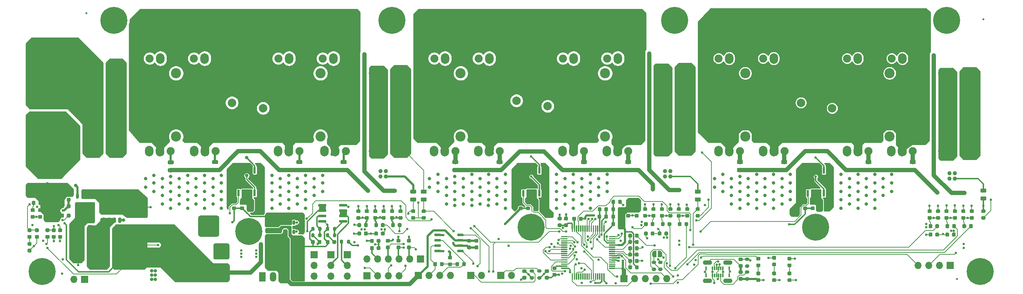
<source format=gbr>
G04 #@! TF.GenerationSoftware,KiCad,Pcbnew,(5.1.10)-1*
G04 #@! TF.CreationDate,2021-11-03T20:12:31-04:00*
G04 #@! TF.ProjectId,besc g2,62657363-2067-4322-9e6b-696361645f70,Init*
G04 #@! TF.SameCoordinates,Original*
G04 #@! TF.FileFunction,Copper,L1,Top*
G04 #@! TF.FilePolarity,Positive*
%FSLAX46Y46*%
G04 Gerber Fmt 4.6, Leading zero omitted, Abs format (unit mm)*
G04 Created by KiCad (PCBNEW (5.1.10)-1) date 2021-11-03 20:12:31*
%MOMM*%
%LPD*%
G01*
G04 APERTURE LIST*
G04 #@! TA.AperFunction,ComponentPad*
%ADD10C,2.000000*%
G04 #@! TD*
G04 #@! TA.AperFunction,SMDPad,CuDef*
%ADD11C,0.100000*%
G04 #@! TD*
G04 #@! TA.AperFunction,ComponentPad*
%ADD12O,1.700000X1.700000*%
G04 #@! TD*
G04 #@! TA.AperFunction,ComponentPad*
%ADD13R,1.700000X1.700000*%
G04 #@! TD*
G04 #@! TA.AperFunction,SMDPad,CuDef*
%ADD14R,0.300000X0.870000*%
G04 #@! TD*
G04 #@! TA.AperFunction,ComponentPad*
%ADD15O,2.200000X1.100000*%
G04 #@! TD*
G04 #@! TA.AperFunction,ComponentPad*
%ADD16C,1.500000*%
G04 #@! TD*
G04 #@! TA.AperFunction,ComponentPad*
%ADD17O,8.000000X10.000000*%
G04 #@! TD*
G04 #@! TA.AperFunction,SMDPad,CuDef*
%ADD18C,0.500000*%
G04 #@! TD*
G04 #@! TA.AperFunction,ComponentPad*
%ADD19C,1.905000*%
G04 #@! TD*
G04 #@! TA.AperFunction,ComponentPad*
%ADD20O,2.000000X2.500000*%
G04 #@! TD*
G04 #@! TA.AperFunction,ComponentPad*
%ADD21C,3.800000*%
G04 #@! TD*
G04 #@! TA.AperFunction,ComponentPad*
%ADD22O,1.500000X2.300000*%
G04 #@! TD*
G04 #@! TA.AperFunction,ComponentPad*
%ADD23R,1.500000X2.300000*%
G04 #@! TD*
G04 #@! TA.AperFunction,ComponentPad*
%ADD24C,0.800000*%
G04 #@! TD*
G04 #@! TA.AperFunction,ComponentPad*
%ADD25C,6.400000*%
G04 #@! TD*
G04 #@! TA.AperFunction,ComponentPad*
%ADD26C,2.400000*%
G04 #@! TD*
G04 #@! TA.AperFunction,SMDPad,CuDef*
%ADD27R,0.600000X1.550000*%
G04 #@! TD*
G04 #@! TA.AperFunction,ViaPad*
%ADD28C,0.600000*%
G04 #@! TD*
G04 #@! TA.AperFunction,ViaPad*
%ADD29C,0.800000*%
G04 #@! TD*
G04 #@! TA.AperFunction,ViaPad*
%ADD30C,1.000000*%
G04 #@! TD*
G04 #@! TA.AperFunction,Conductor*
%ADD31C,0.300000*%
G04 #@! TD*
G04 #@! TA.AperFunction,Conductor*
%ADD32C,0.200000*%
G04 #@! TD*
G04 #@! TA.AperFunction,Conductor*
%ADD33C,0.250000*%
G04 #@! TD*
G04 #@! TA.AperFunction,Conductor*
%ADD34C,0.500000*%
G04 #@! TD*
G04 #@! TA.AperFunction,Conductor*
%ADD35C,1.000000*%
G04 #@! TD*
G04 #@! TA.AperFunction,Conductor*
%ADD36C,0.254000*%
G04 #@! TD*
G04 #@! TA.AperFunction,Conductor*
%ADD37C,0.100000*%
G04 #@! TD*
G04 APERTURE END LIST*
D10*
X249800000Y-95400000D03*
X257300000Y-95400000D03*
X249800000Y-76900000D03*
X257300000Y-76900000D03*
X223686058Y-85202361D03*
X216300000Y-83900000D03*
X182300000Y-95400000D03*
X189800000Y-95400000D03*
X182300000Y-76900000D03*
X189800000Y-76900000D03*
X156186058Y-84702361D03*
X148800000Y-83400000D03*
X114800000Y-95400000D03*
X122300000Y-95400000D03*
X114800000Y-76900000D03*
X122300000Y-76900000D03*
X54800000Y-94900000D03*
X47300000Y-94900000D03*
X88686058Y-85202361D03*
X81300000Y-83900000D03*
X54800000Y-76400000D03*
X47300000Y-76400000D03*
G04 #@! TA.AperFunction,SMDPad,CuDef*
G36*
G01*
X106706000Y-108365000D02*
X106706000Y-108065000D01*
G75*
G02*
X106856000Y-107915000I150000J0D01*
G01*
X108506000Y-107915000D01*
G75*
G02*
X108656000Y-108065000I0J-150000D01*
G01*
X108656000Y-108365000D01*
G75*
G02*
X108506000Y-108515000I-150000J0D01*
G01*
X106856000Y-108515000D01*
G75*
G02*
X106706000Y-108365000I0J150000D01*
G01*
G37*
G04 #@! TD.AperFunction*
G04 #@! TA.AperFunction,SMDPad,CuDef*
G36*
G01*
X106706000Y-109635000D02*
X106706000Y-109335000D01*
G75*
G02*
X106856000Y-109185000I150000J0D01*
G01*
X108506000Y-109185000D01*
G75*
G02*
X108656000Y-109335000I0J-150000D01*
G01*
X108656000Y-109635000D01*
G75*
G02*
X108506000Y-109785000I-150000J0D01*
G01*
X106856000Y-109785000D01*
G75*
G02*
X106706000Y-109635000I0J150000D01*
G01*
G37*
G04 #@! TD.AperFunction*
G04 #@! TA.AperFunction,SMDPad,CuDef*
G36*
G01*
X106706000Y-110905000D02*
X106706000Y-110605000D01*
G75*
G02*
X106856000Y-110455000I150000J0D01*
G01*
X108506000Y-110455000D01*
G75*
G02*
X108656000Y-110605000I0J-150000D01*
G01*
X108656000Y-110905000D01*
G75*
G02*
X108506000Y-111055000I-150000J0D01*
G01*
X106856000Y-111055000D01*
G75*
G02*
X106706000Y-110905000I0J150000D01*
G01*
G37*
G04 #@! TD.AperFunction*
G04 #@! TA.AperFunction,SMDPad,CuDef*
G36*
G01*
X106706000Y-112175000D02*
X106706000Y-111875000D01*
G75*
G02*
X106856000Y-111725000I150000J0D01*
G01*
X108506000Y-111725000D01*
G75*
G02*
X108656000Y-111875000I0J-150000D01*
G01*
X108656000Y-112175000D01*
G75*
G02*
X108506000Y-112325000I-150000J0D01*
G01*
X106856000Y-112325000D01*
G75*
G02*
X106706000Y-112175000I0J150000D01*
G01*
G37*
G04 #@! TD.AperFunction*
G04 #@! TA.AperFunction,SMDPad,CuDef*
G36*
G01*
X101756000Y-112175000D02*
X101756000Y-111875000D01*
G75*
G02*
X101906000Y-111725000I150000J0D01*
G01*
X103556000Y-111725000D01*
G75*
G02*
X103706000Y-111875000I0J-150000D01*
G01*
X103706000Y-112175000D01*
G75*
G02*
X103556000Y-112325000I-150000J0D01*
G01*
X101906000Y-112325000D01*
G75*
G02*
X101756000Y-112175000I0J150000D01*
G01*
G37*
G04 #@! TD.AperFunction*
G04 #@! TA.AperFunction,SMDPad,CuDef*
G36*
G01*
X101756000Y-110905000D02*
X101756000Y-110605000D01*
G75*
G02*
X101906000Y-110455000I150000J0D01*
G01*
X103556000Y-110455000D01*
G75*
G02*
X103706000Y-110605000I0J-150000D01*
G01*
X103706000Y-110905000D01*
G75*
G02*
X103556000Y-111055000I-150000J0D01*
G01*
X101906000Y-111055000D01*
G75*
G02*
X101756000Y-110905000I0J150000D01*
G01*
G37*
G04 #@! TD.AperFunction*
G04 #@! TA.AperFunction,SMDPad,CuDef*
G36*
G01*
X101756000Y-109635000D02*
X101756000Y-109335000D01*
G75*
G02*
X101906000Y-109185000I150000J0D01*
G01*
X103556000Y-109185000D01*
G75*
G02*
X103706000Y-109335000I0J-150000D01*
G01*
X103706000Y-109635000D01*
G75*
G02*
X103556000Y-109785000I-150000J0D01*
G01*
X101906000Y-109785000D01*
G75*
G02*
X101756000Y-109635000I0J150000D01*
G01*
G37*
G04 #@! TD.AperFunction*
G04 #@! TA.AperFunction,SMDPad,CuDef*
G36*
G01*
X101756000Y-108365000D02*
X101756000Y-108065000D01*
G75*
G02*
X101906000Y-107915000I150000J0D01*
G01*
X103556000Y-107915000D01*
G75*
G02*
X103706000Y-108065000I0J-150000D01*
G01*
X103706000Y-108365000D01*
G75*
G02*
X103556000Y-108515000I-150000J0D01*
G01*
X101906000Y-108515000D01*
G75*
G02*
X101756000Y-108365000I0J150000D01*
G01*
G37*
G04 #@! TD.AperFunction*
G04 #@! TA.AperFunction,SMDPad,CuDef*
G36*
G01*
X181131000Y-122991000D02*
X181681000Y-122991000D01*
G75*
G02*
X181881000Y-123191000I0J-200000D01*
G01*
X181881000Y-123591000D01*
G75*
G02*
X181681000Y-123791000I-200000J0D01*
G01*
X181131000Y-123791000D01*
G75*
G02*
X180931000Y-123591000I0J200000D01*
G01*
X180931000Y-123191000D01*
G75*
G02*
X181131000Y-122991000I200000J0D01*
G01*
G37*
G04 #@! TD.AperFunction*
G04 #@! TA.AperFunction,SMDPad,CuDef*
G36*
G01*
X181131000Y-121341000D02*
X181681000Y-121341000D01*
G75*
G02*
X181881000Y-121541000I0J-200000D01*
G01*
X181881000Y-121941000D01*
G75*
G02*
X181681000Y-122141000I-200000J0D01*
G01*
X181131000Y-122141000D01*
G75*
G02*
X180931000Y-121941000I0J200000D01*
G01*
X180931000Y-121541000D01*
G75*
G02*
X181131000Y-121341000I200000J0D01*
G01*
G37*
G04 #@! TD.AperFunction*
G04 #@! TA.AperFunction,SMDPad,CuDef*
G36*
G01*
X183205000Y-122141000D02*
X182655000Y-122141000D01*
G75*
G02*
X182455000Y-121941000I0J200000D01*
G01*
X182455000Y-121541000D01*
G75*
G02*
X182655000Y-121341000I200000J0D01*
G01*
X183205000Y-121341000D01*
G75*
G02*
X183405000Y-121541000I0J-200000D01*
G01*
X183405000Y-121941000D01*
G75*
G02*
X183205000Y-122141000I-200000J0D01*
G01*
G37*
G04 #@! TD.AperFunction*
G04 #@! TA.AperFunction,SMDPad,CuDef*
G36*
G01*
X183205000Y-123791000D02*
X182655000Y-123791000D01*
G75*
G02*
X182455000Y-123591000I0J200000D01*
G01*
X182455000Y-123191000D01*
G75*
G02*
X182655000Y-122991000I200000J0D01*
G01*
X183205000Y-122991000D01*
G75*
G02*
X183405000Y-123191000I0J-200000D01*
G01*
X183405000Y-123591000D01*
G75*
G02*
X183205000Y-123791000I-200000J0D01*
G01*
G37*
G04 #@! TD.AperFunction*
G04 #@! TA.AperFunction,SMDPad,CuDef*
G36*
G01*
X101757500Y-114078000D02*
X101757500Y-113528000D01*
G75*
G02*
X101957500Y-113328000I200000J0D01*
G01*
X102357500Y-113328000D01*
G75*
G02*
X102557500Y-113528000I0J-200000D01*
G01*
X102557500Y-114078000D01*
G75*
G02*
X102357500Y-114278000I-200000J0D01*
G01*
X101957500Y-114278000D01*
G75*
G02*
X101757500Y-114078000I0J200000D01*
G01*
G37*
G04 #@! TD.AperFunction*
G04 #@! TA.AperFunction,SMDPad,CuDef*
G36*
G01*
X100107500Y-114078000D02*
X100107500Y-113528000D01*
G75*
G02*
X100307500Y-113328000I200000J0D01*
G01*
X100707500Y-113328000D01*
G75*
G02*
X100907500Y-113528000I0J-200000D01*
G01*
X100907500Y-114078000D01*
G75*
G02*
X100707500Y-114278000I-200000J0D01*
G01*
X100307500Y-114278000D01*
G75*
G02*
X100107500Y-114078000I0J200000D01*
G01*
G37*
G04 #@! TD.AperFunction*
G04 #@! TA.AperFunction,SMDPad,CuDef*
G36*
G01*
X100908000Y-115052000D02*
X100908000Y-115602000D01*
G75*
G02*
X100708000Y-115802000I-200000J0D01*
G01*
X100308000Y-115802000D01*
G75*
G02*
X100108000Y-115602000I0J200000D01*
G01*
X100108000Y-115052000D01*
G75*
G02*
X100308000Y-114852000I200000J0D01*
G01*
X100708000Y-114852000D01*
G75*
G02*
X100908000Y-115052000I0J-200000D01*
G01*
G37*
G04 #@! TD.AperFunction*
G04 #@! TA.AperFunction,SMDPad,CuDef*
G36*
G01*
X102558000Y-115052000D02*
X102558000Y-115602000D01*
G75*
G02*
X102358000Y-115802000I-200000J0D01*
G01*
X101958000Y-115802000D01*
G75*
G02*
X101758000Y-115602000I0J200000D01*
G01*
X101758000Y-115052000D01*
G75*
G02*
X101958000Y-114852000I200000J0D01*
G01*
X102358000Y-114852000D01*
G75*
G02*
X102558000Y-115052000I0J-200000D01*
G01*
G37*
G04 #@! TD.AperFunction*
G04 #@! TA.AperFunction,SMDPad,CuDef*
G36*
G01*
X105250000Y-114078000D02*
X105250000Y-113528000D01*
G75*
G02*
X105450000Y-113328000I200000J0D01*
G01*
X105850000Y-113328000D01*
G75*
G02*
X106050000Y-113528000I0J-200000D01*
G01*
X106050000Y-114078000D01*
G75*
G02*
X105850000Y-114278000I-200000J0D01*
G01*
X105450000Y-114278000D01*
G75*
G02*
X105250000Y-114078000I0J200000D01*
G01*
G37*
G04 #@! TD.AperFunction*
G04 #@! TA.AperFunction,SMDPad,CuDef*
G36*
G01*
X103600000Y-114078000D02*
X103600000Y-113528000D01*
G75*
G02*
X103800000Y-113328000I200000J0D01*
G01*
X104200000Y-113328000D01*
G75*
G02*
X104400000Y-113528000I0J-200000D01*
G01*
X104400000Y-114078000D01*
G75*
G02*
X104200000Y-114278000I-200000J0D01*
G01*
X103800000Y-114278000D01*
G75*
G02*
X103600000Y-114078000I0J200000D01*
G01*
G37*
G04 #@! TD.AperFunction*
G04 #@! TA.AperFunction,SMDPad,CuDef*
G36*
G01*
X104400000Y-115052000D02*
X104400000Y-115602000D01*
G75*
G02*
X104200000Y-115802000I-200000J0D01*
G01*
X103800000Y-115802000D01*
G75*
G02*
X103600000Y-115602000I0J200000D01*
G01*
X103600000Y-115052000D01*
G75*
G02*
X103800000Y-114852000I200000J0D01*
G01*
X104200000Y-114852000D01*
G75*
G02*
X104400000Y-115052000I0J-200000D01*
G01*
G37*
G04 #@! TD.AperFunction*
G04 #@! TA.AperFunction,SMDPad,CuDef*
G36*
G01*
X106050000Y-115052000D02*
X106050000Y-115602000D01*
G75*
G02*
X105850000Y-115802000I-200000J0D01*
G01*
X105450000Y-115802000D01*
G75*
G02*
X105250000Y-115602000I0J200000D01*
G01*
X105250000Y-115052000D01*
G75*
G02*
X105450000Y-114852000I200000J0D01*
G01*
X105850000Y-114852000D01*
G75*
G02*
X106050000Y-115052000I0J-200000D01*
G01*
G37*
G04 #@! TD.AperFunction*
G04 #@! TA.AperFunction,SMDPad,CuDef*
G36*
G01*
X203229000Y-125277000D02*
X203779000Y-125277000D01*
G75*
G02*
X203979000Y-125477000I0J-200000D01*
G01*
X203979000Y-125877000D01*
G75*
G02*
X203779000Y-126077000I-200000J0D01*
G01*
X203229000Y-126077000D01*
G75*
G02*
X203029000Y-125877000I0J200000D01*
G01*
X203029000Y-125477000D01*
G75*
G02*
X203229000Y-125277000I200000J0D01*
G01*
G37*
G04 #@! TD.AperFunction*
G04 #@! TA.AperFunction,SMDPad,CuDef*
G36*
G01*
X203229000Y-123627000D02*
X203779000Y-123627000D01*
G75*
G02*
X203979000Y-123827000I0J-200000D01*
G01*
X203979000Y-124227000D01*
G75*
G02*
X203779000Y-124427000I-200000J0D01*
G01*
X203229000Y-124427000D01*
G75*
G02*
X203029000Y-124227000I0J200000D01*
G01*
X203029000Y-123827000D01*
G75*
G02*
X203229000Y-123627000I200000J0D01*
G01*
G37*
G04 #@! TD.AperFunction*
G04 #@! TA.AperFunction,SMDPad,CuDef*
G36*
G01*
X108552000Y-117126000D02*
X108552000Y-116576000D01*
G75*
G02*
X108752000Y-116376000I200000J0D01*
G01*
X109152000Y-116376000D01*
G75*
G02*
X109352000Y-116576000I0J-200000D01*
G01*
X109352000Y-117126000D01*
G75*
G02*
X109152000Y-117326000I-200000J0D01*
G01*
X108752000Y-117326000D01*
G75*
G02*
X108552000Y-117126000I0J200000D01*
G01*
G37*
G04 #@! TD.AperFunction*
G04 #@! TA.AperFunction,SMDPad,CuDef*
G36*
G01*
X106902000Y-117126000D02*
X106902000Y-116576000D01*
G75*
G02*
X107102000Y-116376000I200000J0D01*
G01*
X107502000Y-116376000D01*
G75*
G02*
X107702000Y-116576000I0J-200000D01*
G01*
X107702000Y-117126000D01*
G75*
G02*
X107502000Y-117326000I-200000J0D01*
G01*
X107102000Y-117326000D01*
G75*
G02*
X106902000Y-117126000I0J200000D01*
G01*
G37*
G04 #@! TD.AperFunction*
G04 #@! TA.AperFunction,SMDPad,CuDef*
G36*
G01*
X154503000Y-124173000D02*
X153953000Y-124173000D01*
G75*
G02*
X153753000Y-123973000I0J200000D01*
G01*
X153753000Y-123573000D01*
G75*
G02*
X153953000Y-123373000I200000J0D01*
G01*
X154503000Y-123373000D01*
G75*
G02*
X154703000Y-123573000I0J-200000D01*
G01*
X154703000Y-123973000D01*
G75*
G02*
X154503000Y-124173000I-200000J0D01*
G01*
G37*
G04 #@! TD.AperFunction*
G04 #@! TA.AperFunction,SMDPad,CuDef*
G36*
G01*
X154503000Y-125823000D02*
X153953000Y-125823000D01*
G75*
G02*
X153753000Y-125623000I0J200000D01*
G01*
X153753000Y-125223000D01*
G75*
G02*
X153953000Y-125023000I200000J0D01*
G01*
X154503000Y-125023000D01*
G75*
G02*
X154703000Y-125223000I0J-200000D01*
G01*
X154703000Y-125623000D01*
G75*
G02*
X154503000Y-125823000I-200000J0D01*
G01*
G37*
G04 #@! TD.AperFunction*
G04 #@! TA.AperFunction,SMDPad,CuDef*
G36*
G01*
X152725000Y-124173000D02*
X152175000Y-124173000D01*
G75*
G02*
X151975000Y-123973000I0J200000D01*
G01*
X151975000Y-123573000D01*
G75*
G02*
X152175000Y-123373000I200000J0D01*
G01*
X152725000Y-123373000D01*
G75*
G02*
X152925000Y-123573000I0J-200000D01*
G01*
X152925000Y-123973000D01*
G75*
G02*
X152725000Y-124173000I-200000J0D01*
G01*
G37*
G04 #@! TD.AperFunction*
G04 #@! TA.AperFunction,SMDPad,CuDef*
G36*
G01*
X152725000Y-125823000D02*
X152175000Y-125823000D01*
G75*
G02*
X151975000Y-125623000I0J200000D01*
G01*
X151975000Y-125223000D01*
G75*
G02*
X152175000Y-125023000I200000J0D01*
G01*
X152725000Y-125023000D01*
G75*
G02*
X152925000Y-125223000I0J-200000D01*
G01*
X152925000Y-125623000D01*
G75*
G02*
X152725000Y-125823000I-200000J0D01*
G01*
G37*
G04 #@! TD.AperFunction*
G04 #@! TA.AperFunction,SMDPad,CuDef*
G36*
G01*
X203779000Y-121379000D02*
X203229000Y-121379000D01*
G75*
G02*
X203029000Y-121179000I0J200000D01*
G01*
X203029000Y-120779000D01*
G75*
G02*
X203229000Y-120579000I200000J0D01*
G01*
X203779000Y-120579000D01*
G75*
G02*
X203979000Y-120779000I0J-200000D01*
G01*
X203979000Y-121179000D01*
G75*
G02*
X203779000Y-121379000I-200000J0D01*
G01*
G37*
G04 #@! TD.AperFunction*
G04 #@! TA.AperFunction,SMDPad,CuDef*
G36*
G01*
X203779000Y-123029000D02*
X203229000Y-123029000D01*
G75*
G02*
X203029000Y-122829000I0J200000D01*
G01*
X203029000Y-122429000D01*
G75*
G02*
X203229000Y-122229000I200000J0D01*
G01*
X203779000Y-122229000D01*
G75*
G02*
X203979000Y-122429000I0J-200000D01*
G01*
X203979000Y-122829000D01*
G75*
G02*
X203779000Y-123029000I-200000J0D01*
G01*
G37*
G04 #@! TD.AperFunction*
G04 #@! TA.AperFunction,SMDPad,CuDef*
D11*
G36*
X181518000Y-120521398D02*
G01*
X181493466Y-120521398D01*
X181444635Y-120516588D01*
X181396510Y-120507016D01*
X181349555Y-120492772D01*
X181304222Y-120473995D01*
X181260949Y-120450864D01*
X181220150Y-120423604D01*
X181182221Y-120392476D01*
X181147524Y-120357779D01*
X181116396Y-120319850D01*
X181089136Y-120279051D01*
X181066005Y-120235778D01*
X181047228Y-120190445D01*
X181032984Y-120143490D01*
X181023412Y-120095365D01*
X181018602Y-120046534D01*
X181018602Y-120022000D01*
X181018000Y-120022000D01*
X181018000Y-119522000D01*
X181018602Y-119522000D01*
X181018602Y-119497466D01*
X181023412Y-119448635D01*
X181032984Y-119400510D01*
X181047228Y-119353555D01*
X181066005Y-119308222D01*
X181089136Y-119264949D01*
X181116396Y-119224150D01*
X181147524Y-119186221D01*
X181182221Y-119151524D01*
X181220150Y-119120396D01*
X181260949Y-119093136D01*
X181304222Y-119070005D01*
X181349555Y-119051228D01*
X181396510Y-119036984D01*
X181444635Y-119027412D01*
X181493466Y-119022602D01*
X181518000Y-119022602D01*
X181518000Y-119022000D01*
X182018000Y-119022000D01*
X182018000Y-120522000D01*
X181518000Y-120522000D01*
X181518000Y-120521398D01*
G37*
G04 #@! TD.AperFunction*
G04 #@! TA.AperFunction,SMDPad,CuDef*
G36*
X182318000Y-119022000D02*
G01*
X182818000Y-119022000D01*
X182818000Y-119022602D01*
X182842534Y-119022602D01*
X182891365Y-119027412D01*
X182939490Y-119036984D01*
X182986445Y-119051228D01*
X183031778Y-119070005D01*
X183075051Y-119093136D01*
X183115850Y-119120396D01*
X183153779Y-119151524D01*
X183188476Y-119186221D01*
X183219604Y-119224150D01*
X183246864Y-119264949D01*
X183269995Y-119308222D01*
X183288772Y-119353555D01*
X183303016Y-119400510D01*
X183312588Y-119448635D01*
X183317398Y-119497466D01*
X183317398Y-119522000D01*
X183318000Y-119522000D01*
X183318000Y-120022000D01*
X183317398Y-120022000D01*
X183317398Y-120046534D01*
X183312588Y-120095365D01*
X183303016Y-120143490D01*
X183288772Y-120190445D01*
X183269995Y-120235778D01*
X183246864Y-120279051D01*
X183219604Y-120319850D01*
X183188476Y-120357779D01*
X183153779Y-120392476D01*
X183115850Y-120423604D01*
X183075051Y-120450864D01*
X183031778Y-120473995D01*
X182986445Y-120492772D01*
X182939490Y-120507016D01*
X182891365Y-120516588D01*
X182842534Y-120521398D01*
X182818000Y-120521398D01*
X182818000Y-120522000D01*
X182318000Y-120522000D01*
X182318000Y-119022000D01*
G37*
G04 #@! TD.AperFunction*
D12*
X244017000Y-122439000D03*
X246557000Y-122439000D03*
X249097000Y-122439000D03*
D13*
X251637000Y-122439000D03*
D12*
X147624000Y-124852000D03*
D13*
X145084000Y-124852000D03*
D12*
X140512000Y-124852000D03*
D13*
X137972000Y-124852000D03*
D12*
X120920000Y-124900000D03*
X118380000Y-124900000D03*
X115840000Y-124900000D03*
D13*
X113300000Y-124900000D03*
D14*
X197769000Y-124828000D03*
X197269000Y-124828000D03*
X195269000Y-124828000D03*
X195769000Y-124828000D03*
X196769000Y-124828000D03*
X196269000Y-124828000D03*
X199269000Y-124828000D03*
X193769000Y-124828000D03*
X197769000Y-123098000D03*
X197269000Y-123098000D03*
X195269000Y-123098000D03*
X195769000Y-123098000D03*
X196769000Y-123098000D03*
X196269000Y-123098000D03*
X199269000Y-123098000D03*
X193769000Y-123098000D03*
D15*
X198919000Y-126113000D03*
X198919000Y-121813000D03*
X194119000Y-126113000D03*
X194119000Y-121813000D03*
D12*
X108635000Y-124979000D03*
X108635000Y-122439000D03*
D13*
X108635000Y-119899000D03*
G04 #@! TA.AperFunction,SMDPad,CuDef*
G36*
G01*
X155756000Y-124923000D02*
X156256000Y-124923000D01*
G75*
G02*
X156481000Y-125148000I0J-225000D01*
G01*
X156481000Y-125598000D01*
G75*
G02*
X156256000Y-125823000I-225000J0D01*
G01*
X155756000Y-125823000D01*
G75*
G02*
X155531000Y-125598000I0J225000D01*
G01*
X155531000Y-125148000D01*
G75*
G02*
X155756000Y-124923000I225000J0D01*
G01*
G37*
G04 #@! TD.AperFunction*
G04 #@! TA.AperFunction,SMDPad,CuDef*
G36*
G01*
X155756000Y-123373000D02*
X156256000Y-123373000D01*
G75*
G02*
X156481000Y-123598000I0J-225000D01*
G01*
X156481000Y-124048000D01*
G75*
G02*
X156256000Y-124273000I-225000J0D01*
G01*
X155756000Y-124273000D01*
G75*
G02*
X155531000Y-124048000I0J225000D01*
G01*
X155531000Y-123598000D01*
G75*
G02*
X155756000Y-123373000I225000J0D01*
G01*
G37*
G04 #@! TD.AperFunction*
G04 #@! TA.AperFunction,SMDPad,CuDef*
G36*
G01*
X150422000Y-124923000D02*
X150922000Y-124923000D01*
G75*
G02*
X151147000Y-125148000I0J-225000D01*
G01*
X151147000Y-125598000D01*
G75*
G02*
X150922000Y-125823000I-225000J0D01*
G01*
X150422000Y-125823000D01*
G75*
G02*
X150197000Y-125598000I0J225000D01*
G01*
X150197000Y-125148000D01*
G75*
G02*
X150422000Y-124923000I225000J0D01*
G01*
G37*
G04 #@! TD.AperFunction*
G04 #@! TA.AperFunction,SMDPad,CuDef*
G36*
G01*
X150422000Y-123373000D02*
X150922000Y-123373000D01*
G75*
G02*
X151147000Y-123598000I0J-225000D01*
G01*
X151147000Y-124048000D01*
G75*
G02*
X150922000Y-124273000I-225000J0D01*
G01*
X150422000Y-124273000D01*
G75*
G02*
X150197000Y-124048000I0J225000D01*
G01*
X150197000Y-123598000D01*
G75*
G02*
X150422000Y-123373000I225000J0D01*
G01*
G37*
G04 #@! TD.AperFunction*
D16*
X87300000Y-66150000D03*
X87650000Y-67400000D03*
X87300000Y-71650000D03*
X86050000Y-72400000D03*
X81800000Y-71650000D03*
X81450000Y-70400000D03*
X81800000Y-66150000D03*
X83050000Y-65400000D03*
X87650000Y-70400000D03*
X86050000Y-65400000D03*
X83050000Y-72400000D03*
X81450000Y-67400000D03*
X84550000Y-64900000D03*
X87800000Y-68900000D03*
X84550000Y-72900000D03*
X81300000Y-68900000D03*
D17*
X84550000Y-68900000D03*
D16*
X154800000Y-65650000D03*
X155150000Y-66900000D03*
X154800000Y-71150000D03*
X153550000Y-71900000D03*
X149300000Y-71150000D03*
X148950000Y-69900000D03*
X149300000Y-65650000D03*
X150550000Y-64900000D03*
X155150000Y-69900000D03*
X153550000Y-64900000D03*
X150550000Y-71900000D03*
X148950000Y-66900000D03*
X152050000Y-64400000D03*
X155300000Y-68400000D03*
X152050000Y-72400000D03*
X148800000Y-68400000D03*
D17*
X152050000Y-68400000D03*
D16*
X222300000Y-65650000D03*
X222650000Y-66900000D03*
X222300000Y-71150000D03*
X221050000Y-71900000D03*
X216800000Y-71150000D03*
X216450000Y-69900000D03*
X216800000Y-65650000D03*
X218050000Y-64900000D03*
X222650000Y-69900000D03*
X221050000Y-64900000D03*
X218050000Y-71900000D03*
X216450000Y-66900000D03*
X219550000Y-64400000D03*
X222800000Y-68400000D03*
X219550000Y-72400000D03*
X216300000Y-68400000D03*
D17*
X219550000Y-68400000D03*
D16*
X35050000Y-76150000D03*
X34700000Y-74900000D03*
X35050000Y-70650000D03*
X36300000Y-69900000D03*
X40550000Y-70650000D03*
X40900000Y-71900000D03*
X40550000Y-76150000D03*
X39300000Y-76900000D03*
X34700000Y-71900000D03*
X36300000Y-76900000D03*
X39300000Y-69900000D03*
X40900000Y-74900000D03*
X37800000Y-77400000D03*
X34550000Y-73400000D03*
X37800000Y-69400000D03*
X41050000Y-73400000D03*
D17*
X37800000Y-73400000D03*
D16*
X35050000Y-99150000D03*
X34700000Y-97900000D03*
X35050000Y-93650000D03*
X36300000Y-92900000D03*
X40550000Y-93650000D03*
X40900000Y-94900000D03*
X40550000Y-99150000D03*
X39300000Y-99900000D03*
X34700000Y-94900000D03*
X36300000Y-99900000D03*
X39300000Y-92900000D03*
X40900000Y-97900000D03*
X37800000Y-100400000D03*
X34550000Y-96400000D03*
X37800000Y-92400000D03*
X41050000Y-96400000D03*
D17*
X37800000Y-96400000D03*
G04 #@! TA.AperFunction,SMDPad,CuDef*
G36*
G01*
X47075000Y-121725000D02*
X47075000Y-119575000D01*
G75*
G02*
X47325000Y-119325000I250000J0D01*
G01*
X48075000Y-119325000D01*
G75*
G02*
X48325000Y-119575000I0J-250000D01*
G01*
X48325000Y-121725000D01*
G75*
G02*
X48075000Y-121975000I-250000J0D01*
G01*
X47325000Y-121975000D01*
G75*
G02*
X47075000Y-121725000I0J250000D01*
G01*
G37*
G04 #@! TD.AperFunction*
G04 #@! TA.AperFunction,SMDPad,CuDef*
G36*
G01*
X44275000Y-121725000D02*
X44275000Y-119575000D01*
G75*
G02*
X44525000Y-119325000I250000J0D01*
G01*
X45275000Y-119325000D01*
G75*
G02*
X45525000Y-119575000I0J-250000D01*
G01*
X45525000Y-121725000D01*
G75*
G02*
X45275000Y-121975000I-250000J0D01*
G01*
X44525000Y-121975000D01*
G75*
G02*
X44275000Y-121725000I0J250000D01*
G01*
G37*
G04 #@! TD.AperFunction*
G04 #@! TA.AperFunction,SMDPad,CuDef*
G36*
G01*
X47075000Y-115325000D02*
X47075000Y-113175000D01*
G75*
G02*
X47325000Y-112925000I250000J0D01*
G01*
X48075000Y-112925000D01*
G75*
G02*
X48325000Y-113175000I0J-250000D01*
G01*
X48325000Y-115325000D01*
G75*
G02*
X48075000Y-115575000I-250000J0D01*
G01*
X47325000Y-115575000D01*
G75*
G02*
X47075000Y-115325000I0J250000D01*
G01*
G37*
G04 #@! TD.AperFunction*
G04 #@! TA.AperFunction,SMDPad,CuDef*
G36*
G01*
X44275000Y-115325000D02*
X44275000Y-113175000D01*
G75*
G02*
X44525000Y-112925000I250000J0D01*
G01*
X45275000Y-112925000D01*
G75*
G02*
X45525000Y-113175000I0J-250000D01*
G01*
X45525000Y-115325000D01*
G75*
G02*
X45275000Y-115575000I-250000J0D01*
G01*
X44525000Y-115575000D01*
G75*
G02*
X44275000Y-115325000I0J250000D01*
G01*
G37*
G04 #@! TD.AperFunction*
G04 #@! TA.AperFunction,SMDPad,CuDef*
G36*
G01*
X47075000Y-118525000D02*
X47075000Y-116375000D01*
G75*
G02*
X47325000Y-116125000I250000J0D01*
G01*
X48075000Y-116125000D01*
G75*
G02*
X48325000Y-116375000I0J-250000D01*
G01*
X48325000Y-118525000D01*
G75*
G02*
X48075000Y-118775000I-250000J0D01*
G01*
X47325000Y-118775000D01*
G75*
G02*
X47075000Y-118525000I0J250000D01*
G01*
G37*
G04 #@! TD.AperFunction*
G04 #@! TA.AperFunction,SMDPad,CuDef*
G36*
G01*
X44275000Y-118525000D02*
X44275000Y-116375000D01*
G75*
G02*
X44525000Y-116125000I250000J0D01*
G01*
X45275000Y-116125000D01*
G75*
G02*
X45525000Y-116375000I0J-250000D01*
G01*
X45525000Y-118525000D01*
G75*
G02*
X45275000Y-118775000I-250000J0D01*
G01*
X44525000Y-118775000D01*
G75*
G02*
X44275000Y-118525000I0J250000D01*
G01*
G37*
G04 #@! TD.AperFunction*
D18*
X259550000Y-64150000D03*
X253300000Y-125650000D03*
X46800000Y-62650000D03*
G04 #@! TA.AperFunction,SMDPad,CuDef*
G36*
G01*
X42150000Y-108656250D02*
X42150000Y-108143750D01*
G75*
G02*
X42368750Y-107925000I218750J0D01*
G01*
X42806250Y-107925000D01*
G75*
G02*
X43025000Y-108143750I0J-218750D01*
G01*
X43025000Y-108656250D01*
G75*
G02*
X42806250Y-108875000I-218750J0D01*
G01*
X42368750Y-108875000D01*
G75*
G02*
X42150000Y-108656250I0J218750D01*
G01*
G37*
G04 #@! TD.AperFunction*
G04 #@! TA.AperFunction,SMDPad,CuDef*
G36*
G01*
X40575000Y-108656250D02*
X40575000Y-108143750D01*
G75*
G02*
X40793750Y-107925000I218750J0D01*
G01*
X41231250Y-107925000D01*
G75*
G02*
X41450000Y-108143750I0J-218750D01*
G01*
X41450000Y-108656250D01*
G75*
G02*
X41231250Y-108875000I-218750J0D01*
G01*
X40793750Y-108875000D01*
G75*
G02*
X40575000Y-108656250I0J218750D01*
G01*
G37*
G04 #@! TD.AperFunction*
G04 #@! TA.AperFunction,SMDPad,CuDef*
G36*
G01*
X73800000Y-110650000D02*
X77800000Y-110650000D01*
G75*
G02*
X78300000Y-111150000I0J-500000D01*
G01*
X78300000Y-115150000D01*
G75*
G02*
X77800000Y-115650000I-500000J0D01*
G01*
X73800000Y-115650000D01*
G75*
G02*
X73300000Y-115150000I0J500000D01*
G01*
X73300000Y-111150000D01*
G75*
G02*
X73800000Y-110650000I500000J0D01*
G01*
G37*
G04 #@! TD.AperFunction*
G04 #@! TA.AperFunction,SMDPad,CuDef*
G36*
G01*
X56800000Y-115150000D02*
X60800000Y-115150000D01*
G75*
G02*
X61300000Y-115650000I0J-500000D01*
G01*
X61300000Y-119650000D01*
G75*
G02*
X60800000Y-120150000I-500000J0D01*
G01*
X56800000Y-120150000D01*
G75*
G02*
X56300000Y-119650000I0J500000D01*
G01*
X56300000Y-115650000D01*
G75*
G02*
X56800000Y-115150000I500000J0D01*
G01*
G37*
G04 #@! TD.AperFunction*
G04 #@! TA.AperFunction,SMDPad,CuDef*
G36*
G01*
X56800000Y-106150000D02*
X60800000Y-106150000D01*
G75*
G02*
X61300000Y-106650000I0J-500000D01*
G01*
X61300000Y-110650000D01*
G75*
G02*
X60800000Y-111150000I-500000J0D01*
G01*
X56800000Y-111150000D01*
G75*
G02*
X56300000Y-110650000I0J500000D01*
G01*
X56300000Y-106650000D01*
G75*
G02*
X56800000Y-106150000I500000J0D01*
G01*
G37*
G04 #@! TD.AperFunction*
D19*
X175300000Y-95400000D03*
D20*
X172760000Y-95400000D03*
X170220000Y-95400000D03*
D19*
X201800000Y-95400000D03*
D20*
X199260000Y-95400000D03*
X196720000Y-95400000D03*
D19*
X237800000Y-73400000D03*
D20*
X240340000Y-73400000D03*
X242880000Y-73400000D03*
D19*
X134300000Y-95400000D03*
D20*
X131760000Y-95400000D03*
X129220000Y-95400000D03*
D19*
X170300000Y-73400000D03*
D20*
X172840000Y-73400000D03*
X175380000Y-73400000D03*
D19*
X97300000Y-95400000D03*
D20*
X94760000Y-95400000D03*
X92220000Y-95400000D03*
D19*
X61800000Y-73400000D03*
D20*
X64340000Y-73400000D03*
X66880000Y-73400000D03*
D19*
X212380000Y-95400000D03*
D20*
X209840000Y-95400000D03*
X207300000Y-95400000D03*
D19*
X227220000Y-73400000D03*
D20*
X229760000Y-73400000D03*
X232300000Y-73400000D03*
D19*
X144800000Y-95400000D03*
D20*
X142260000Y-95400000D03*
X139720000Y-95400000D03*
D19*
X159800000Y-73400000D03*
D20*
X162340000Y-73400000D03*
X164880000Y-73400000D03*
D19*
X108300000Y-95400000D03*
D20*
X105760000Y-95400000D03*
X103220000Y-95400000D03*
D19*
X72300000Y-73400000D03*
D20*
X74840000Y-73400000D03*
X77380000Y-73400000D03*
D19*
X232300000Y-95400000D03*
D20*
X229760000Y-95400000D03*
X227220000Y-95400000D03*
D19*
X207300000Y-73400000D03*
D20*
X209840000Y-73400000D03*
X212380000Y-73400000D03*
D19*
X164800000Y-95400000D03*
D20*
X162260000Y-95400000D03*
X159720000Y-95400000D03*
D19*
X139800000Y-73400000D03*
D20*
X142340000Y-73400000D03*
X144880000Y-73400000D03*
D19*
X66800000Y-95400000D03*
D20*
X64260000Y-95400000D03*
X61720000Y-95400000D03*
D19*
X92300000Y-73400000D03*
D20*
X94840000Y-73400000D03*
X97380000Y-73400000D03*
D19*
X242800000Y-95400000D03*
D20*
X240260000Y-95400000D03*
X237720000Y-95400000D03*
D19*
X196720000Y-73400000D03*
D20*
X199260000Y-73400000D03*
X201800000Y-73400000D03*
D19*
X129300000Y-73400000D03*
D20*
X131840000Y-73400000D03*
X134380000Y-73400000D03*
D19*
X77410000Y-95400000D03*
D20*
X74870000Y-95400000D03*
X72330000Y-95400000D03*
D19*
X102830000Y-73400000D03*
D20*
X105370000Y-73400000D03*
X107910000Y-73400000D03*
G04 #@! TA.AperFunction,SMDPad,CuDef*
G36*
G01*
X175556250Y-111125000D02*
X175043750Y-111125000D01*
G75*
G02*
X174825000Y-110906250I0J218750D01*
G01*
X174825000Y-110468750D01*
G75*
G02*
X175043750Y-110250000I218750J0D01*
G01*
X175556250Y-110250000D01*
G75*
G02*
X175775000Y-110468750I0J-218750D01*
G01*
X175775000Y-110906250D01*
G75*
G02*
X175556250Y-111125000I-218750J0D01*
G01*
G37*
G04 #@! TD.AperFunction*
G04 #@! TA.AperFunction,SMDPad,CuDef*
G36*
G01*
X175556250Y-109550000D02*
X175043750Y-109550000D01*
G75*
G02*
X174825000Y-109331250I0J218750D01*
G01*
X174825000Y-108893750D01*
G75*
G02*
X175043750Y-108675000I218750J0D01*
G01*
X175556250Y-108675000D01*
G75*
G02*
X175775000Y-108893750I0J-218750D01*
G01*
X175775000Y-109331250D01*
G75*
G02*
X175556250Y-109550000I-218750J0D01*
G01*
G37*
G04 #@! TD.AperFunction*
G04 #@! TA.AperFunction,SMDPad,CuDef*
G36*
G01*
X177043750Y-108675000D02*
X177556250Y-108675000D01*
G75*
G02*
X177775000Y-108893750I0J-218750D01*
G01*
X177775000Y-109331250D01*
G75*
G02*
X177556250Y-109550000I-218750J0D01*
G01*
X177043750Y-109550000D01*
G75*
G02*
X176825000Y-109331250I0J218750D01*
G01*
X176825000Y-108893750D01*
G75*
G02*
X177043750Y-108675000I218750J0D01*
G01*
G37*
G04 #@! TD.AperFunction*
G04 #@! TA.AperFunction,SMDPad,CuDef*
G36*
G01*
X177043750Y-110250000D02*
X177556250Y-110250000D01*
G75*
G02*
X177775000Y-110468750I0J-218750D01*
G01*
X177775000Y-110906250D01*
G75*
G02*
X177556250Y-111125000I-218750J0D01*
G01*
X177043750Y-111125000D01*
G75*
G02*
X176825000Y-110906250I0J218750D01*
G01*
X176825000Y-110468750D01*
G75*
G02*
X177043750Y-110250000I218750J0D01*
G01*
G37*
G04 #@! TD.AperFunction*
G04 #@! TA.AperFunction,SMDPad,CuDef*
G36*
G01*
X94262500Y-112830000D02*
X93937500Y-112830000D01*
G75*
G02*
X93775000Y-112667500I0J162500D01*
G01*
X93775000Y-111932500D01*
G75*
G02*
X93937500Y-111770000I162500J0D01*
G01*
X94262500Y-111770000D01*
G75*
G02*
X94425000Y-111932500I0J-162500D01*
G01*
X94425000Y-112667500D01*
G75*
G02*
X94262500Y-112830000I-162500J0D01*
G01*
G37*
G04 #@! TD.AperFunction*
G04 #@! TA.AperFunction,SMDPad,CuDef*
G36*
G01*
X96162500Y-112830000D02*
X95837500Y-112830000D01*
G75*
G02*
X95675000Y-112667500I0J162500D01*
G01*
X95675000Y-111932500D01*
G75*
G02*
X95837500Y-111770000I162500J0D01*
G01*
X96162500Y-111770000D01*
G75*
G02*
X96325000Y-111932500I0J-162500D01*
G01*
X96325000Y-112667500D01*
G75*
G02*
X96162500Y-112830000I-162500J0D01*
G01*
G37*
G04 #@! TD.AperFunction*
G04 #@! TA.AperFunction,SMDPad,CuDef*
G36*
G01*
X96162500Y-115030000D02*
X95837500Y-115030000D01*
G75*
G02*
X95675000Y-114867500I0J162500D01*
G01*
X95675000Y-114132500D01*
G75*
G02*
X95837500Y-113970000I162500J0D01*
G01*
X96162500Y-113970000D01*
G75*
G02*
X96325000Y-114132500I0J-162500D01*
G01*
X96325000Y-114867500D01*
G75*
G02*
X96162500Y-115030000I-162500J0D01*
G01*
G37*
G04 #@! TD.AperFunction*
G04 #@! TA.AperFunction,SMDPad,CuDef*
G36*
G01*
X95212500Y-115030000D02*
X94887500Y-115030000D01*
G75*
G02*
X94725000Y-114867500I0J162500D01*
G01*
X94725000Y-114132500D01*
G75*
G02*
X94887500Y-113970000I162500J0D01*
G01*
X95212500Y-113970000D01*
G75*
G02*
X95375000Y-114132500I0J-162500D01*
G01*
X95375000Y-114867500D01*
G75*
G02*
X95212500Y-115030000I-162500J0D01*
G01*
G37*
G04 #@! TD.AperFunction*
G04 #@! TA.AperFunction,SMDPad,CuDef*
G36*
G01*
X94262500Y-115030000D02*
X93937500Y-115030000D01*
G75*
G02*
X93775000Y-114867500I0J162500D01*
G01*
X93775000Y-114132500D01*
G75*
G02*
X93937500Y-113970000I162500J0D01*
G01*
X94262500Y-113970000D01*
G75*
G02*
X94425000Y-114132500I0J-162500D01*
G01*
X94425000Y-114867500D01*
G75*
G02*
X94262500Y-115030000I-162500J0D01*
G01*
G37*
G04 #@! TD.AperFunction*
D12*
X100800000Y-124980000D03*
X100800000Y-122440000D03*
D13*
X100800000Y-119900000D03*
G04 #@! TA.AperFunction,SMDPad,CuDef*
G36*
G01*
X127256250Y-105450000D02*
X126343750Y-105450000D01*
G75*
G02*
X126100000Y-105206250I0J243750D01*
G01*
X126100000Y-104718750D01*
G75*
G02*
X126343750Y-104475000I243750J0D01*
G01*
X127256250Y-104475000D01*
G75*
G02*
X127500000Y-104718750I0J-243750D01*
G01*
X127500000Y-105206250D01*
G75*
G02*
X127256250Y-105450000I-243750J0D01*
G01*
G37*
G04 #@! TD.AperFunction*
G04 #@! TA.AperFunction,SMDPad,CuDef*
G36*
G01*
X127256250Y-107325000D02*
X126343750Y-107325000D01*
G75*
G02*
X126100000Y-107081250I0J243750D01*
G01*
X126100000Y-106593750D01*
G75*
G02*
X126343750Y-106350000I243750J0D01*
G01*
X127256250Y-106350000D01*
G75*
G02*
X127500000Y-106593750I0J-243750D01*
G01*
X127500000Y-107081250D01*
G75*
G02*
X127256250Y-107325000I-243750J0D01*
G01*
G37*
G04 #@! TD.AperFunction*
D21*
X78800000Y-124150000D03*
G04 #@! TA.AperFunction,ComponentPad*
G36*
G01*
X77280000Y-117250000D02*
X80320000Y-117250000D01*
G75*
G02*
X80700000Y-117630000I0J-380000D01*
G01*
X80700000Y-120670000D01*
G75*
G02*
X80320000Y-121050000I-380000J0D01*
G01*
X77280000Y-121050000D01*
G75*
G02*
X76900000Y-120670000I0J380000D01*
G01*
X76900000Y-117630000D01*
G75*
G02*
X77280000Y-117250000I380000J0D01*
G01*
G37*
G04 #@! TD.AperFunction*
D22*
X93630000Y-125150000D03*
X91090000Y-125150000D03*
D23*
X88550000Y-125150000D03*
G04 #@! TA.AperFunction,SMDPad,CuDef*
G36*
G01*
X51525000Y-121775000D02*
X51525000Y-123025000D01*
G75*
G02*
X51275000Y-123275000I-250000J0D01*
G01*
X50525000Y-123275000D01*
G75*
G02*
X50275000Y-123025000I0J250000D01*
G01*
X50275000Y-121775000D01*
G75*
G02*
X50525000Y-121525000I250000J0D01*
G01*
X51275000Y-121525000D01*
G75*
G02*
X51525000Y-121775000I0J-250000D01*
G01*
G37*
G04 #@! TD.AperFunction*
G04 #@! TA.AperFunction,SMDPad,CuDef*
G36*
G01*
X54325000Y-121775000D02*
X54325000Y-123025000D01*
G75*
G02*
X54075000Y-123275000I-250000J0D01*
G01*
X53325000Y-123275000D01*
G75*
G02*
X53075000Y-123025000I0J250000D01*
G01*
X53075000Y-121775000D01*
G75*
G02*
X53325000Y-121525000I250000J0D01*
G01*
X54075000Y-121525000D01*
G75*
G02*
X54325000Y-121775000I0J-250000D01*
G01*
G37*
G04 #@! TD.AperFunction*
G04 #@! TA.AperFunction,SMDPad,CuDef*
G36*
G01*
X51525000Y-119025000D02*
X51525000Y-120275000D01*
G75*
G02*
X51275000Y-120525000I-250000J0D01*
G01*
X50525000Y-120525000D01*
G75*
G02*
X50275000Y-120275000I0J250000D01*
G01*
X50275000Y-119025000D01*
G75*
G02*
X50525000Y-118775000I250000J0D01*
G01*
X51275000Y-118775000D01*
G75*
G02*
X51525000Y-119025000I0J-250000D01*
G01*
G37*
G04 #@! TD.AperFunction*
G04 #@! TA.AperFunction,SMDPad,CuDef*
G36*
G01*
X54325000Y-119025000D02*
X54325000Y-120275000D01*
G75*
G02*
X54075000Y-120525000I-250000J0D01*
G01*
X53325000Y-120525000D01*
G75*
G02*
X53075000Y-120275000I0J250000D01*
G01*
X53075000Y-119025000D01*
G75*
G02*
X53325000Y-118775000I250000J0D01*
G01*
X54075000Y-118775000D01*
G75*
G02*
X54325000Y-119025000I0J-250000D01*
G01*
G37*
G04 #@! TD.AperFunction*
G04 #@! TA.AperFunction,SMDPad,CuDef*
G36*
G01*
X51525000Y-116275000D02*
X51525000Y-117525000D01*
G75*
G02*
X51275000Y-117775000I-250000J0D01*
G01*
X50525000Y-117775000D01*
G75*
G02*
X50275000Y-117525000I0J250000D01*
G01*
X50275000Y-116275000D01*
G75*
G02*
X50525000Y-116025000I250000J0D01*
G01*
X51275000Y-116025000D01*
G75*
G02*
X51525000Y-116275000I0J-250000D01*
G01*
G37*
G04 #@! TD.AperFunction*
G04 #@! TA.AperFunction,SMDPad,CuDef*
G36*
G01*
X54325000Y-116275000D02*
X54325000Y-117525000D01*
G75*
G02*
X54075000Y-117775000I-250000J0D01*
G01*
X53325000Y-117775000D01*
G75*
G02*
X53075000Y-117525000I0J250000D01*
G01*
X53075000Y-116275000D01*
G75*
G02*
X53325000Y-116025000I250000J0D01*
G01*
X54075000Y-116025000D01*
G75*
G02*
X54325000Y-116275000I0J-250000D01*
G01*
G37*
G04 #@! TD.AperFunction*
G04 #@! TA.AperFunction,SMDPad,CuDef*
G36*
G01*
X51525000Y-113525000D02*
X51525000Y-114775000D01*
G75*
G02*
X51275000Y-115025000I-250000J0D01*
G01*
X50525000Y-115025000D01*
G75*
G02*
X50275000Y-114775000I0J250000D01*
G01*
X50275000Y-113525000D01*
G75*
G02*
X50525000Y-113275000I250000J0D01*
G01*
X51275000Y-113275000D01*
G75*
G02*
X51525000Y-113525000I0J-250000D01*
G01*
G37*
G04 #@! TD.AperFunction*
G04 #@! TA.AperFunction,SMDPad,CuDef*
G36*
G01*
X54325000Y-113525000D02*
X54325000Y-114775000D01*
G75*
G02*
X54075000Y-115025000I-250000J0D01*
G01*
X53325000Y-115025000D01*
G75*
G02*
X53075000Y-114775000I0J250000D01*
G01*
X53075000Y-113525000D01*
G75*
G02*
X53325000Y-113275000I250000J0D01*
G01*
X54075000Y-113275000D01*
G75*
G02*
X54325000Y-113525000I0J-250000D01*
G01*
G37*
G04 #@! TD.AperFunction*
G04 #@! TA.AperFunction,SMDPad,CuDef*
G36*
G01*
X48800000Y-107626600D02*
X48800000Y-111573400D01*
G75*
G02*
X48628400Y-111745000I-171600J0D01*
G01*
X44471600Y-111745000D01*
G75*
G02*
X44300000Y-111573400I0J171600D01*
G01*
X44300000Y-107626600D01*
G75*
G02*
X44471600Y-107455000I171600J0D01*
G01*
X48628400Y-107455000D01*
G75*
G02*
X48800000Y-107626600I0J-171600D01*
G01*
G37*
G04 #@! TD.AperFunction*
G04 #@! TA.AperFunction,SMDPad,CuDef*
G36*
G01*
X48810000Y-111625000D02*
X48810000Y-112075000D01*
G75*
G02*
X48635000Y-112250000I-175000J0D01*
G01*
X48285000Y-112250000D01*
G75*
G02*
X48110000Y-112075000I0J175000D01*
G01*
X48110000Y-111625000D01*
G75*
G02*
X48285000Y-111450000I175000J0D01*
G01*
X48635000Y-111450000D01*
G75*
G02*
X48810000Y-111625000I0J-175000D01*
G01*
G37*
G04 #@! TD.AperFunction*
G04 #@! TA.AperFunction,SMDPad,CuDef*
G36*
G01*
X47540000Y-111625000D02*
X47540000Y-112075000D01*
G75*
G02*
X47365000Y-112250000I-175000J0D01*
G01*
X47015000Y-112250000D01*
G75*
G02*
X46840000Y-112075000I0J175000D01*
G01*
X46840000Y-111625000D01*
G75*
G02*
X47015000Y-111450000I175000J0D01*
G01*
X47365000Y-111450000D01*
G75*
G02*
X47540000Y-111625000I0J-175000D01*
G01*
G37*
G04 #@! TD.AperFunction*
G04 #@! TA.AperFunction,SMDPad,CuDef*
G36*
G01*
X46260000Y-111625000D02*
X46260000Y-112075000D01*
G75*
G02*
X46085000Y-112250000I-175000J0D01*
G01*
X45735000Y-112250000D01*
G75*
G02*
X45560000Y-112075000I0J175000D01*
G01*
X45560000Y-111625000D01*
G75*
G02*
X45735000Y-111450000I175000J0D01*
G01*
X46085000Y-111450000D01*
G75*
G02*
X46260000Y-111625000I0J-175000D01*
G01*
G37*
G04 #@! TD.AperFunction*
G04 #@! TA.AperFunction,SMDPad,CuDef*
G36*
G01*
X44990000Y-111625000D02*
X44990000Y-112075000D01*
G75*
G02*
X44815000Y-112250000I-175000J0D01*
G01*
X44465000Y-112250000D01*
G75*
G02*
X44290000Y-112075000I0J175000D01*
G01*
X44290000Y-111625000D01*
G75*
G02*
X44465000Y-111450000I175000J0D01*
G01*
X44815000Y-111450000D01*
G75*
G02*
X44990000Y-111625000I0J-175000D01*
G01*
G37*
G04 #@! TD.AperFunction*
G04 #@! TA.AperFunction,SMDPad,CuDef*
G36*
G01*
X44990000Y-105625000D02*
X44990000Y-106475000D01*
G75*
G02*
X44815000Y-106650000I-175000J0D01*
G01*
X44465000Y-106650000D01*
G75*
G02*
X44290000Y-106475000I0J175000D01*
G01*
X44290000Y-105625000D01*
G75*
G02*
X44465000Y-105450000I175000J0D01*
G01*
X44815000Y-105450000D01*
G75*
G02*
X44990000Y-105625000I0J-175000D01*
G01*
G37*
G04 #@! TD.AperFunction*
G04 #@! TA.AperFunction,SMDPad,CuDef*
G36*
G01*
X46260000Y-105625000D02*
X46260000Y-106475000D01*
G75*
G02*
X46085000Y-106650000I-175000J0D01*
G01*
X45735000Y-106650000D01*
G75*
G02*
X45560000Y-106475000I0J175000D01*
G01*
X45560000Y-105625000D01*
G75*
G02*
X45735000Y-105450000I175000J0D01*
G01*
X46085000Y-105450000D01*
G75*
G02*
X46260000Y-105625000I0J-175000D01*
G01*
G37*
G04 #@! TD.AperFunction*
G04 #@! TA.AperFunction,SMDPad,CuDef*
G36*
G01*
X47540000Y-105625000D02*
X47540000Y-106475000D01*
G75*
G02*
X47365000Y-106650000I-175000J0D01*
G01*
X47015000Y-106650000D01*
G75*
G02*
X46840000Y-106475000I0J175000D01*
G01*
X46840000Y-105625000D01*
G75*
G02*
X47015000Y-105450000I175000J0D01*
G01*
X47365000Y-105450000D01*
G75*
G02*
X47540000Y-105625000I0J-175000D01*
G01*
G37*
G04 #@! TD.AperFunction*
G04 #@! TA.AperFunction,SMDPad,CuDef*
G36*
G01*
X48810000Y-105625000D02*
X48810000Y-106475000D01*
G75*
G02*
X48635000Y-106650000I-175000J0D01*
G01*
X48285000Y-106650000D01*
G75*
G02*
X48110000Y-106475000I0J175000D01*
G01*
X48110000Y-105625000D01*
G75*
G02*
X48285000Y-105450000I175000J0D01*
G01*
X48635000Y-105450000D01*
G75*
G02*
X48810000Y-105625000I0J-175000D01*
G01*
G37*
G04 #@! TD.AperFunction*
G04 #@! TA.AperFunction,SMDPad,CuDef*
G36*
G01*
X50550000Y-110173400D02*
X50550000Y-106226600D01*
G75*
G02*
X50721600Y-106055000I171600J0D01*
G01*
X54878400Y-106055000D01*
G75*
G02*
X55050000Y-106226600I0J-171600D01*
G01*
X55050000Y-110173400D01*
G75*
G02*
X54878400Y-110345000I-171600J0D01*
G01*
X50721600Y-110345000D01*
G75*
G02*
X50550000Y-110173400I0J171600D01*
G01*
G37*
G04 #@! TD.AperFunction*
G04 #@! TA.AperFunction,SMDPad,CuDef*
G36*
G01*
X50540000Y-106175000D02*
X50540000Y-105725000D01*
G75*
G02*
X50715000Y-105550000I175000J0D01*
G01*
X51065000Y-105550000D01*
G75*
G02*
X51240000Y-105725000I0J-175000D01*
G01*
X51240000Y-106175000D01*
G75*
G02*
X51065000Y-106350000I-175000J0D01*
G01*
X50715000Y-106350000D01*
G75*
G02*
X50540000Y-106175000I0J175000D01*
G01*
G37*
G04 #@! TD.AperFunction*
G04 #@! TA.AperFunction,SMDPad,CuDef*
G36*
G01*
X51810000Y-106175000D02*
X51810000Y-105725000D01*
G75*
G02*
X51985000Y-105550000I175000J0D01*
G01*
X52335000Y-105550000D01*
G75*
G02*
X52510000Y-105725000I0J-175000D01*
G01*
X52510000Y-106175000D01*
G75*
G02*
X52335000Y-106350000I-175000J0D01*
G01*
X51985000Y-106350000D01*
G75*
G02*
X51810000Y-106175000I0J175000D01*
G01*
G37*
G04 #@! TD.AperFunction*
G04 #@! TA.AperFunction,SMDPad,CuDef*
G36*
G01*
X53090000Y-106175000D02*
X53090000Y-105725000D01*
G75*
G02*
X53265000Y-105550000I175000J0D01*
G01*
X53615000Y-105550000D01*
G75*
G02*
X53790000Y-105725000I0J-175000D01*
G01*
X53790000Y-106175000D01*
G75*
G02*
X53615000Y-106350000I-175000J0D01*
G01*
X53265000Y-106350000D01*
G75*
G02*
X53090000Y-106175000I0J175000D01*
G01*
G37*
G04 #@! TD.AperFunction*
G04 #@! TA.AperFunction,SMDPad,CuDef*
G36*
G01*
X54360000Y-106175000D02*
X54360000Y-105725000D01*
G75*
G02*
X54535000Y-105550000I175000J0D01*
G01*
X54885000Y-105550000D01*
G75*
G02*
X55060000Y-105725000I0J-175000D01*
G01*
X55060000Y-106175000D01*
G75*
G02*
X54885000Y-106350000I-175000J0D01*
G01*
X54535000Y-106350000D01*
G75*
G02*
X54360000Y-106175000I0J175000D01*
G01*
G37*
G04 #@! TD.AperFunction*
G04 #@! TA.AperFunction,SMDPad,CuDef*
G36*
G01*
X54360000Y-112175000D02*
X54360000Y-111325000D01*
G75*
G02*
X54535000Y-111150000I175000J0D01*
G01*
X54885000Y-111150000D01*
G75*
G02*
X55060000Y-111325000I0J-175000D01*
G01*
X55060000Y-112175000D01*
G75*
G02*
X54885000Y-112350000I-175000J0D01*
G01*
X54535000Y-112350000D01*
G75*
G02*
X54360000Y-112175000I0J175000D01*
G01*
G37*
G04 #@! TD.AperFunction*
G04 #@! TA.AperFunction,SMDPad,CuDef*
G36*
G01*
X53090000Y-112175000D02*
X53090000Y-111325000D01*
G75*
G02*
X53265000Y-111150000I175000J0D01*
G01*
X53615000Y-111150000D01*
G75*
G02*
X53790000Y-111325000I0J-175000D01*
G01*
X53790000Y-112175000D01*
G75*
G02*
X53615000Y-112350000I-175000J0D01*
G01*
X53265000Y-112350000D01*
G75*
G02*
X53090000Y-112175000I0J175000D01*
G01*
G37*
G04 #@! TD.AperFunction*
G04 #@! TA.AperFunction,SMDPad,CuDef*
G36*
G01*
X51810000Y-112175000D02*
X51810000Y-111325000D01*
G75*
G02*
X51985000Y-111150000I175000J0D01*
G01*
X52335000Y-111150000D01*
G75*
G02*
X52510000Y-111325000I0J-175000D01*
G01*
X52510000Y-112175000D01*
G75*
G02*
X52335000Y-112350000I-175000J0D01*
G01*
X51985000Y-112350000D01*
G75*
G02*
X51810000Y-112175000I0J175000D01*
G01*
G37*
G04 #@! TD.AperFunction*
G04 #@! TA.AperFunction,SMDPad,CuDef*
G36*
G01*
X50540000Y-112175000D02*
X50540000Y-111325000D01*
G75*
G02*
X50715000Y-111150000I175000J0D01*
G01*
X51065000Y-111150000D01*
G75*
G02*
X51240000Y-111325000I0J-175000D01*
G01*
X51240000Y-112175000D01*
G75*
G02*
X51065000Y-112350000I-175000J0D01*
G01*
X50715000Y-112350000D01*
G75*
G02*
X50540000Y-112175000I0J175000D01*
G01*
G37*
G04 #@! TD.AperFunction*
G04 #@! TA.AperFunction,SMDPad,CuDef*
G36*
G01*
X34306250Y-109800000D02*
X33793750Y-109800000D01*
G75*
G02*
X33575000Y-109581250I0J218750D01*
G01*
X33575000Y-109143750D01*
G75*
G02*
X33793750Y-108925000I218750J0D01*
G01*
X34306250Y-108925000D01*
G75*
G02*
X34525000Y-109143750I0J-218750D01*
G01*
X34525000Y-109581250D01*
G75*
G02*
X34306250Y-109800000I-218750J0D01*
G01*
G37*
G04 #@! TD.AperFunction*
G04 #@! TA.AperFunction,SMDPad,CuDef*
G36*
G01*
X34306250Y-111375000D02*
X33793750Y-111375000D01*
G75*
G02*
X33575000Y-111156250I0J218750D01*
G01*
X33575000Y-110718750D01*
G75*
G02*
X33793750Y-110500000I218750J0D01*
G01*
X34306250Y-110500000D01*
G75*
G02*
X34525000Y-110718750I0J-218750D01*
G01*
X34525000Y-111156250D01*
G75*
G02*
X34306250Y-111375000I-218750J0D01*
G01*
G37*
G04 #@! TD.AperFunction*
G04 #@! TA.AperFunction,SMDPad,CuDef*
G36*
G01*
X42150000Y-110906250D02*
X42150000Y-110393750D01*
G75*
G02*
X42368750Y-110175000I218750J0D01*
G01*
X42806250Y-110175000D01*
G75*
G02*
X43025000Y-110393750I0J-218750D01*
G01*
X43025000Y-110906250D01*
G75*
G02*
X42806250Y-111125000I-218750J0D01*
G01*
X42368750Y-111125000D01*
G75*
G02*
X42150000Y-110906250I0J218750D01*
G01*
G37*
G04 #@! TD.AperFunction*
G04 #@! TA.AperFunction,SMDPad,CuDef*
G36*
G01*
X40575000Y-110906250D02*
X40575000Y-110393750D01*
G75*
G02*
X40793750Y-110175000I218750J0D01*
G01*
X41231250Y-110175000D01*
G75*
G02*
X41450000Y-110393750I0J-218750D01*
G01*
X41450000Y-110906250D01*
G75*
G02*
X41231250Y-111125000I-218750J0D01*
G01*
X40793750Y-111125000D01*
G75*
G02*
X40575000Y-110906250I0J218750D01*
G01*
G37*
G04 #@! TD.AperFunction*
G04 #@! TA.AperFunction,SMDPad,CuDef*
G36*
G01*
X35306250Y-114550000D02*
X34793750Y-114550000D01*
G75*
G02*
X34575000Y-114331250I0J218750D01*
G01*
X34575000Y-113893750D01*
G75*
G02*
X34793750Y-113675000I218750J0D01*
G01*
X35306250Y-113675000D01*
G75*
G02*
X35525000Y-113893750I0J-218750D01*
G01*
X35525000Y-114331250D01*
G75*
G02*
X35306250Y-114550000I-218750J0D01*
G01*
G37*
G04 #@! TD.AperFunction*
G04 #@! TA.AperFunction,SMDPad,CuDef*
G36*
G01*
X35306250Y-116125000D02*
X34793750Y-116125000D01*
G75*
G02*
X34575000Y-115906250I0J218750D01*
G01*
X34575000Y-115468750D01*
G75*
G02*
X34793750Y-115250000I218750J0D01*
G01*
X35306250Y-115250000D01*
G75*
G02*
X35525000Y-115468750I0J-218750D01*
G01*
X35525000Y-115906250D01*
G75*
G02*
X35306250Y-116125000I-218750J0D01*
G01*
G37*
G04 #@! TD.AperFunction*
G04 #@! TA.AperFunction,SMDPad,CuDef*
G36*
G01*
X38793750Y-115250000D02*
X39306250Y-115250000D01*
G75*
G02*
X39525000Y-115468750I0J-218750D01*
G01*
X39525000Y-115906250D01*
G75*
G02*
X39306250Y-116125000I-218750J0D01*
G01*
X38793750Y-116125000D01*
G75*
G02*
X38575000Y-115906250I0J218750D01*
G01*
X38575000Y-115468750D01*
G75*
G02*
X38793750Y-115250000I218750J0D01*
G01*
G37*
G04 #@! TD.AperFunction*
G04 #@! TA.AperFunction,SMDPad,CuDef*
G36*
G01*
X38793750Y-113675000D02*
X39306250Y-113675000D01*
G75*
G02*
X39525000Y-113893750I0J-218750D01*
G01*
X39525000Y-114331250D01*
G75*
G02*
X39306250Y-114550000I-218750J0D01*
G01*
X38793750Y-114550000D01*
G75*
G02*
X38575000Y-114331250I0J218750D01*
G01*
X38575000Y-113893750D01*
G75*
G02*
X38793750Y-113675000I218750J0D01*
G01*
G37*
G04 #@! TD.AperFunction*
G04 #@! TA.AperFunction,SMDPad,CuDef*
G36*
G01*
X37806250Y-114550000D02*
X37293750Y-114550000D01*
G75*
G02*
X37075000Y-114331250I0J218750D01*
G01*
X37075000Y-113893750D01*
G75*
G02*
X37293750Y-113675000I218750J0D01*
G01*
X37806250Y-113675000D01*
G75*
G02*
X38025000Y-113893750I0J-218750D01*
G01*
X38025000Y-114331250D01*
G75*
G02*
X37806250Y-114550000I-218750J0D01*
G01*
G37*
G04 #@! TD.AperFunction*
G04 #@! TA.AperFunction,SMDPad,CuDef*
G36*
G01*
X37806250Y-116125000D02*
X37293750Y-116125000D01*
G75*
G02*
X37075000Y-115906250I0J218750D01*
G01*
X37075000Y-115468750D01*
G75*
G02*
X37293750Y-115250000I218750J0D01*
G01*
X37806250Y-115250000D01*
G75*
G02*
X38025000Y-115468750I0J-218750D01*
G01*
X38025000Y-115906250D01*
G75*
G02*
X37806250Y-116125000I-218750J0D01*
G01*
G37*
G04 #@! TD.AperFunction*
G04 #@! TA.AperFunction,SMDPad,CuDef*
G36*
G01*
X33556250Y-117800000D02*
X33043750Y-117800000D01*
G75*
G02*
X32825000Y-117581250I0J218750D01*
G01*
X32825000Y-117143750D01*
G75*
G02*
X33043750Y-116925000I218750J0D01*
G01*
X33556250Y-116925000D01*
G75*
G02*
X33775000Y-117143750I0J-218750D01*
G01*
X33775000Y-117581250D01*
G75*
G02*
X33556250Y-117800000I-218750J0D01*
G01*
G37*
G04 #@! TD.AperFunction*
G04 #@! TA.AperFunction,SMDPad,CuDef*
G36*
G01*
X33556250Y-119375000D02*
X33043750Y-119375000D01*
G75*
G02*
X32825000Y-119156250I0J218750D01*
G01*
X32825000Y-118718750D01*
G75*
G02*
X33043750Y-118500000I218750J0D01*
G01*
X33556250Y-118500000D01*
G75*
G02*
X33775000Y-118718750I0J-218750D01*
G01*
X33775000Y-119156250D01*
G75*
G02*
X33556250Y-119375000I-218750J0D01*
G01*
G37*
G04 #@! TD.AperFunction*
G04 #@! TA.AperFunction,SMDPad,CuDef*
G36*
G01*
X33043750Y-115250000D02*
X33556250Y-115250000D01*
G75*
G02*
X33775000Y-115468750I0J-218750D01*
G01*
X33775000Y-115906250D01*
G75*
G02*
X33556250Y-116125000I-218750J0D01*
G01*
X33043750Y-116125000D01*
G75*
G02*
X32825000Y-115906250I0J218750D01*
G01*
X32825000Y-115468750D01*
G75*
G02*
X33043750Y-115250000I218750J0D01*
G01*
G37*
G04 #@! TD.AperFunction*
G04 #@! TA.AperFunction,SMDPad,CuDef*
G36*
G01*
X33043750Y-113675000D02*
X33556250Y-113675000D01*
G75*
G02*
X33775000Y-113893750I0J-218750D01*
G01*
X33775000Y-114331250D01*
G75*
G02*
X33556250Y-114550000I-218750J0D01*
G01*
X33043750Y-114550000D01*
G75*
G02*
X32825000Y-114331250I0J218750D01*
G01*
X32825000Y-113893750D01*
G75*
G02*
X33043750Y-113675000I218750J0D01*
G01*
G37*
G04 #@! TD.AperFunction*
G04 #@! TA.AperFunction,SMDPad,CuDef*
G36*
G01*
X35400000Y-107906250D02*
X35400000Y-107393750D01*
G75*
G02*
X35618750Y-107175000I218750J0D01*
G01*
X36056250Y-107175000D01*
G75*
G02*
X36275000Y-107393750I0J-218750D01*
G01*
X36275000Y-107906250D01*
G75*
G02*
X36056250Y-108125000I-218750J0D01*
G01*
X35618750Y-108125000D01*
G75*
G02*
X35400000Y-107906250I0J218750D01*
G01*
G37*
G04 #@! TD.AperFunction*
G04 #@! TA.AperFunction,SMDPad,CuDef*
G36*
G01*
X33825000Y-107906250D02*
X33825000Y-107393750D01*
G75*
G02*
X34043750Y-107175000I218750J0D01*
G01*
X34481250Y-107175000D01*
G75*
G02*
X34700000Y-107393750I0J-218750D01*
G01*
X34700000Y-107906250D01*
G75*
G02*
X34481250Y-108125000I-218750J0D01*
G01*
X34043750Y-108125000D01*
G75*
G02*
X33825000Y-107906250I0J218750D01*
G01*
G37*
G04 #@! TD.AperFunction*
G04 #@! TA.AperFunction,SMDPad,CuDef*
G36*
G01*
X36056250Y-109800000D02*
X35543750Y-109800000D01*
G75*
G02*
X35325000Y-109581250I0J218750D01*
G01*
X35325000Y-109143750D01*
G75*
G02*
X35543750Y-108925000I218750J0D01*
G01*
X36056250Y-108925000D01*
G75*
G02*
X36275000Y-109143750I0J-218750D01*
G01*
X36275000Y-109581250D01*
G75*
G02*
X36056250Y-109800000I-218750J0D01*
G01*
G37*
G04 #@! TD.AperFunction*
G04 #@! TA.AperFunction,SMDPad,CuDef*
G36*
G01*
X36056250Y-111375000D02*
X35543750Y-111375000D01*
G75*
G02*
X35325000Y-111156250I0J218750D01*
G01*
X35325000Y-110718750D01*
G75*
G02*
X35543750Y-110500000I218750J0D01*
G01*
X36056250Y-110500000D01*
G75*
G02*
X36275000Y-110718750I0J-218750D01*
G01*
X36275000Y-111156250D01*
G75*
G02*
X36056250Y-111375000I-218750J0D01*
G01*
G37*
G04 #@! TD.AperFunction*
G04 #@! TA.AperFunction,SMDPad,CuDef*
G36*
G01*
X42150000Y-107156250D02*
X42150000Y-106643750D01*
G75*
G02*
X42368750Y-106425000I218750J0D01*
G01*
X42806250Y-106425000D01*
G75*
G02*
X43025000Y-106643750I0J-218750D01*
G01*
X43025000Y-107156250D01*
G75*
G02*
X42806250Y-107375000I-218750J0D01*
G01*
X42368750Y-107375000D01*
G75*
G02*
X42150000Y-107156250I0J218750D01*
G01*
G37*
G04 #@! TD.AperFunction*
G04 #@! TA.AperFunction,SMDPad,CuDef*
G36*
G01*
X40575000Y-107156250D02*
X40575000Y-106643750D01*
G75*
G02*
X40793750Y-106425000I218750J0D01*
G01*
X41231250Y-106425000D01*
G75*
G02*
X41450000Y-106643750I0J-218750D01*
G01*
X41450000Y-107156250D01*
G75*
G02*
X41231250Y-107375000I-218750J0D01*
G01*
X40793750Y-107375000D01*
G75*
G02*
X40575000Y-107156250I0J218750D01*
G01*
G37*
G04 #@! TD.AperFunction*
G04 #@! TA.AperFunction,SMDPad,CuDef*
G36*
G01*
X40293750Y-115250000D02*
X40806250Y-115250000D01*
G75*
G02*
X41025000Y-115468750I0J-218750D01*
G01*
X41025000Y-115906250D01*
G75*
G02*
X40806250Y-116125000I-218750J0D01*
G01*
X40293750Y-116125000D01*
G75*
G02*
X40075000Y-115906250I0J218750D01*
G01*
X40075000Y-115468750D01*
G75*
G02*
X40293750Y-115250000I218750J0D01*
G01*
G37*
G04 #@! TD.AperFunction*
G04 #@! TA.AperFunction,SMDPad,CuDef*
G36*
G01*
X40293750Y-113675000D02*
X40806250Y-113675000D01*
G75*
G02*
X41025000Y-113893750I0J-218750D01*
G01*
X41025000Y-114331250D01*
G75*
G02*
X40806250Y-114550000I-218750J0D01*
G01*
X40293750Y-114550000D01*
G75*
G02*
X40075000Y-114331250I0J218750D01*
G01*
X40075000Y-113893750D01*
G75*
G02*
X40293750Y-113675000I218750J0D01*
G01*
G37*
G04 #@! TD.AperFunction*
D12*
X43800000Y-125775000D03*
D13*
X46340000Y-125775000D03*
G04 #@! TA.AperFunction,SMDPad,CuDef*
G36*
G01*
X260006250Y-105200000D02*
X259093750Y-105200000D01*
G75*
G02*
X258850000Y-104956250I0J243750D01*
G01*
X258850000Y-104468750D01*
G75*
G02*
X259093750Y-104225000I243750J0D01*
G01*
X260006250Y-104225000D01*
G75*
G02*
X260250000Y-104468750I0J-243750D01*
G01*
X260250000Y-104956250D01*
G75*
G02*
X260006250Y-105200000I-243750J0D01*
G01*
G37*
G04 #@! TD.AperFunction*
G04 #@! TA.AperFunction,SMDPad,CuDef*
G36*
G01*
X260006250Y-107075000D02*
X259093750Y-107075000D01*
G75*
G02*
X258850000Y-106831250I0J243750D01*
G01*
X258850000Y-106343750D01*
G75*
G02*
X259093750Y-106100000I243750J0D01*
G01*
X260006250Y-106100000D01*
G75*
G02*
X260250000Y-106343750I0J-243750D01*
G01*
X260250000Y-106831250D01*
G75*
G02*
X260006250Y-107075000I-243750J0D01*
G01*
G37*
G04 #@! TD.AperFunction*
G04 #@! TA.AperFunction,SMDPad,CuDef*
G36*
G01*
X192256250Y-105450000D02*
X191343750Y-105450000D01*
G75*
G02*
X191100000Y-105206250I0J243750D01*
G01*
X191100000Y-104718750D01*
G75*
G02*
X191343750Y-104475000I243750J0D01*
G01*
X192256250Y-104475000D01*
G75*
G02*
X192500000Y-104718750I0J-243750D01*
G01*
X192500000Y-105206250D01*
G75*
G02*
X192256250Y-105450000I-243750J0D01*
G01*
G37*
G04 #@! TD.AperFunction*
G04 #@! TA.AperFunction,SMDPad,CuDef*
G36*
G01*
X192256250Y-107325000D02*
X191343750Y-107325000D01*
G75*
G02*
X191100000Y-107081250I0J243750D01*
G01*
X191100000Y-106593750D01*
G75*
G02*
X191343750Y-106350000I243750J0D01*
G01*
X192256250Y-106350000D01*
G75*
G02*
X192500000Y-106593750I0J-243750D01*
G01*
X192500000Y-107081250D01*
G75*
G02*
X192256250Y-107325000I-243750J0D01*
G01*
G37*
G04 #@! TD.AperFunction*
G04 #@! TA.AperFunction,SMDPad,CuDef*
G36*
G01*
X124756250Y-105450000D02*
X123843750Y-105450000D01*
G75*
G02*
X123600000Y-105206250I0J243750D01*
G01*
X123600000Y-104718750D01*
G75*
G02*
X123843750Y-104475000I243750J0D01*
G01*
X124756250Y-104475000D01*
G75*
G02*
X125000000Y-104718750I0J-243750D01*
G01*
X125000000Y-105206250D01*
G75*
G02*
X124756250Y-105450000I-243750J0D01*
G01*
G37*
G04 #@! TD.AperFunction*
G04 #@! TA.AperFunction,SMDPad,CuDef*
G36*
G01*
X124756250Y-107325000D02*
X123843750Y-107325000D01*
G75*
G02*
X123600000Y-107081250I0J243750D01*
G01*
X123600000Y-106593750D01*
G75*
G02*
X123843750Y-106350000I243750J0D01*
G01*
X124756250Y-106350000D01*
G75*
G02*
X125000000Y-106593750I0J-243750D01*
G01*
X125000000Y-107081250D01*
G75*
G02*
X124756250Y-107325000I-243750J0D01*
G01*
G37*
G04 #@! TD.AperFunction*
G04 #@! TA.AperFunction,SMDPad,CuDef*
G36*
G01*
X247450000Y-114893750D02*
X247450000Y-115406250D01*
G75*
G02*
X247231250Y-115625000I-218750J0D01*
G01*
X246793750Y-115625000D01*
G75*
G02*
X246575000Y-115406250I0J218750D01*
G01*
X246575000Y-114893750D01*
G75*
G02*
X246793750Y-114675000I218750J0D01*
G01*
X247231250Y-114675000D01*
G75*
G02*
X247450000Y-114893750I0J-218750D01*
G01*
G37*
G04 #@! TD.AperFunction*
G04 #@! TA.AperFunction,SMDPad,CuDef*
G36*
G01*
X249025000Y-114893750D02*
X249025000Y-115406250D01*
G75*
G02*
X248806250Y-115625000I-218750J0D01*
G01*
X248368750Y-115625000D01*
G75*
G02*
X248150000Y-115406250I0J218750D01*
G01*
X248150000Y-114893750D01*
G75*
G02*
X248368750Y-114675000I218750J0D01*
G01*
X248806250Y-114675000D01*
G75*
G02*
X249025000Y-114893750I0J-218750D01*
G01*
G37*
G04 #@! TD.AperFunction*
G04 #@! TA.AperFunction,SMDPad,CuDef*
G36*
G01*
X179950000Y-114643750D02*
X179950000Y-115156250D01*
G75*
G02*
X179731250Y-115375000I-218750J0D01*
G01*
X179293750Y-115375000D01*
G75*
G02*
X179075000Y-115156250I0J218750D01*
G01*
X179075000Y-114643750D01*
G75*
G02*
X179293750Y-114425000I218750J0D01*
G01*
X179731250Y-114425000D01*
G75*
G02*
X179950000Y-114643750I0J-218750D01*
G01*
G37*
G04 #@! TD.AperFunction*
G04 #@! TA.AperFunction,SMDPad,CuDef*
G36*
G01*
X181525000Y-114643750D02*
X181525000Y-115156250D01*
G75*
G02*
X181306250Y-115375000I-218750J0D01*
G01*
X180868750Y-115375000D01*
G75*
G02*
X180650000Y-115156250I0J218750D01*
G01*
X180650000Y-114643750D01*
G75*
G02*
X180868750Y-114425000I218750J0D01*
G01*
X181306250Y-114425000D01*
G75*
G02*
X181525000Y-114643750I0J-218750D01*
G01*
G37*
G04 #@! TD.AperFunction*
G04 #@! TA.AperFunction,SMDPad,CuDef*
G36*
G01*
X116650000Y-115156250D02*
X116650000Y-114643750D01*
G75*
G02*
X116868750Y-114425000I218750J0D01*
G01*
X117306250Y-114425000D01*
G75*
G02*
X117525000Y-114643750I0J-218750D01*
G01*
X117525000Y-115156250D01*
G75*
G02*
X117306250Y-115375000I-218750J0D01*
G01*
X116868750Y-115375000D01*
G75*
G02*
X116650000Y-115156250I0J218750D01*
G01*
G37*
G04 #@! TD.AperFunction*
G04 #@! TA.AperFunction,SMDPad,CuDef*
G36*
G01*
X115075000Y-115156250D02*
X115075000Y-114643750D01*
G75*
G02*
X115293750Y-114425000I218750J0D01*
G01*
X115731250Y-114425000D01*
G75*
G02*
X115950000Y-114643750I0J-218750D01*
G01*
X115950000Y-115156250D01*
G75*
G02*
X115731250Y-115375000I-218750J0D01*
G01*
X115293750Y-115375000D01*
G75*
G02*
X115075000Y-115156250I0J218750D01*
G01*
G37*
G04 #@! TD.AperFunction*
G04 #@! TA.AperFunction,SMDPad,CuDef*
G36*
G01*
X247056250Y-110050000D02*
X246543750Y-110050000D01*
G75*
G02*
X246325000Y-109831250I0J218750D01*
G01*
X246325000Y-109393750D01*
G75*
G02*
X246543750Y-109175000I218750J0D01*
G01*
X247056250Y-109175000D01*
G75*
G02*
X247275000Y-109393750I0J-218750D01*
G01*
X247275000Y-109831250D01*
G75*
G02*
X247056250Y-110050000I-218750J0D01*
G01*
G37*
G04 #@! TD.AperFunction*
G04 #@! TA.AperFunction,SMDPad,CuDef*
G36*
G01*
X247056250Y-111625000D02*
X246543750Y-111625000D01*
G75*
G02*
X246325000Y-111406250I0J218750D01*
G01*
X246325000Y-110968750D01*
G75*
G02*
X246543750Y-110750000I218750J0D01*
G01*
X247056250Y-110750000D01*
G75*
G02*
X247275000Y-110968750I0J-218750D01*
G01*
X247275000Y-111406250D01*
G75*
G02*
X247056250Y-111625000I-218750J0D01*
G01*
G37*
G04 #@! TD.AperFunction*
G04 #@! TA.AperFunction,SMDPad,CuDef*
G36*
G01*
X179556250Y-109550000D02*
X179043750Y-109550000D01*
G75*
G02*
X178825000Y-109331250I0J218750D01*
G01*
X178825000Y-108893750D01*
G75*
G02*
X179043750Y-108675000I218750J0D01*
G01*
X179556250Y-108675000D01*
G75*
G02*
X179775000Y-108893750I0J-218750D01*
G01*
X179775000Y-109331250D01*
G75*
G02*
X179556250Y-109550000I-218750J0D01*
G01*
G37*
G04 #@! TD.AperFunction*
G04 #@! TA.AperFunction,SMDPad,CuDef*
G36*
G01*
X179556250Y-111125000D02*
X179043750Y-111125000D01*
G75*
G02*
X178825000Y-110906250I0J218750D01*
G01*
X178825000Y-110468750D01*
G75*
G02*
X179043750Y-110250000I218750J0D01*
G01*
X179556250Y-110250000D01*
G75*
G02*
X179775000Y-110468750I0J-218750D01*
G01*
X179775000Y-110906250D01*
G75*
G02*
X179556250Y-111125000I-218750J0D01*
G01*
G37*
G04 #@! TD.AperFunction*
G04 #@! TA.AperFunction,SMDPad,CuDef*
G36*
G01*
X111556250Y-110050000D02*
X111043750Y-110050000D01*
G75*
G02*
X110825000Y-109831250I0J218750D01*
G01*
X110825000Y-109393750D01*
G75*
G02*
X111043750Y-109175000I218750J0D01*
G01*
X111556250Y-109175000D01*
G75*
G02*
X111775000Y-109393750I0J-218750D01*
G01*
X111775000Y-109831250D01*
G75*
G02*
X111556250Y-110050000I-218750J0D01*
G01*
G37*
G04 #@! TD.AperFunction*
G04 #@! TA.AperFunction,SMDPad,CuDef*
G36*
G01*
X111556250Y-111625000D02*
X111043750Y-111625000D01*
G75*
G02*
X110825000Y-111406250I0J218750D01*
G01*
X110825000Y-110968750D01*
G75*
G02*
X111043750Y-110750000I218750J0D01*
G01*
X111556250Y-110750000D01*
G75*
G02*
X111775000Y-110968750I0J-218750D01*
G01*
X111775000Y-111406250D01*
G75*
G02*
X111556250Y-111625000I-218750J0D01*
G01*
G37*
G04 #@! TD.AperFunction*
G04 #@! TA.AperFunction,SMDPad,CuDef*
G36*
G01*
X251412500Y-114893750D02*
X251412500Y-115406250D01*
G75*
G02*
X251193750Y-115625000I-218750J0D01*
G01*
X250756250Y-115625000D01*
G75*
G02*
X250537500Y-115406250I0J218750D01*
G01*
X250537500Y-114893750D01*
G75*
G02*
X250756250Y-114675000I218750J0D01*
G01*
X251193750Y-114675000D01*
G75*
G02*
X251412500Y-114893750I0J-218750D01*
G01*
G37*
G04 #@! TD.AperFunction*
G04 #@! TA.AperFunction,SMDPad,CuDef*
G36*
G01*
X252987500Y-114893750D02*
X252987500Y-115406250D01*
G75*
G02*
X252768750Y-115625000I-218750J0D01*
G01*
X252331250Y-115625000D01*
G75*
G02*
X252112500Y-115406250I0J218750D01*
G01*
X252112500Y-114893750D01*
G75*
G02*
X252331250Y-114675000I218750J0D01*
G01*
X252768750Y-114675000D01*
G75*
G02*
X252987500Y-114893750I0J-218750D01*
G01*
G37*
G04 #@! TD.AperFunction*
G04 #@! TA.AperFunction,SMDPad,CuDef*
G36*
G01*
X183200000Y-114643750D02*
X183200000Y-115156250D01*
G75*
G02*
X182981250Y-115375000I-218750J0D01*
G01*
X182543750Y-115375000D01*
G75*
G02*
X182325000Y-115156250I0J218750D01*
G01*
X182325000Y-114643750D01*
G75*
G02*
X182543750Y-114425000I218750J0D01*
G01*
X182981250Y-114425000D01*
G75*
G02*
X183200000Y-114643750I0J-218750D01*
G01*
G37*
G04 #@! TD.AperFunction*
G04 #@! TA.AperFunction,SMDPad,CuDef*
G36*
G01*
X184775000Y-114643750D02*
X184775000Y-115156250D01*
G75*
G02*
X184556250Y-115375000I-218750J0D01*
G01*
X184118750Y-115375000D01*
G75*
G02*
X183900000Y-115156250I0J218750D01*
G01*
X183900000Y-114643750D01*
G75*
G02*
X184118750Y-114425000I218750J0D01*
G01*
X184556250Y-114425000D01*
G75*
G02*
X184775000Y-114643750I0J-218750D01*
G01*
G37*
G04 #@! TD.AperFunction*
G04 #@! TA.AperFunction,SMDPad,CuDef*
G36*
G01*
X112650000Y-115156250D02*
X112650000Y-114643750D01*
G75*
G02*
X112868750Y-114425000I218750J0D01*
G01*
X113306250Y-114425000D01*
G75*
G02*
X113525000Y-114643750I0J-218750D01*
G01*
X113525000Y-115156250D01*
G75*
G02*
X113306250Y-115375000I-218750J0D01*
G01*
X112868750Y-115375000D01*
G75*
G02*
X112650000Y-115156250I0J218750D01*
G01*
G37*
G04 #@! TD.AperFunction*
G04 #@! TA.AperFunction,SMDPad,CuDef*
G36*
G01*
X111075000Y-115156250D02*
X111075000Y-114643750D01*
G75*
G02*
X111293750Y-114425000I218750J0D01*
G01*
X111731250Y-114425000D01*
G75*
G02*
X111950000Y-114643750I0J-218750D01*
G01*
X111950000Y-115156250D01*
G75*
G02*
X111731250Y-115375000I-218750J0D01*
G01*
X111293750Y-115375000D01*
G75*
G02*
X111075000Y-115156250I0J218750D01*
G01*
G37*
G04 #@! TD.AperFunction*
G04 #@! TA.AperFunction,SMDPad,CuDef*
G36*
G01*
X251056250Y-110050000D02*
X250543750Y-110050000D01*
G75*
G02*
X250325000Y-109831250I0J218750D01*
G01*
X250325000Y-109393750D01*
G75*
G02*
X250543750Y-109175000I218750J0D01*
G01*
X251056250Y-109175000D01*
G75*
G02*
X251275000Y-109393750I0J-218750D01*
G01*
X251275000Y-109831250D01*
G75*
G02*
X251056250Y-110050000I-218750J0D01*
G01*
G37*
G04 #@! TD.AperFunction*
G04 #@! TA.AperFunction,SMDPad,CuDef*
G36*
G01*
X251056250Y-111625000D02*
X250543750Y-111625000D01*
G75*
G02*
X250325000Y-111406250I0J218750D01*
G01*
X250325000Y-110968750D01*
G75*
G02*
X250543750Y-110750000I218750J0D01*
G01*
X251056250Y-110750000D01*
G75*
G02*
X251275000Y-110968750I0J-218750D01*
G01*
X251275000Y-111406250D01*
G75*
G02*
X251056250Y-111625000I-218750J0D01*
G01*
G37*
G04 #@! TD.AperFunction*
G04 #@! TA.AperFunction,SMDPad,CuDef*
G36*
G01*
X183556250Y-109550000D02*
X183043750Y-109550000D01*
G75*
G02*
X182825000Y-109331250I0J218750D01*
G01*
X182825000Y-108893750D01*
G75*
G02*
X183043750Y-108675000I218750J0D01*
G01*
X183556250Y-108675000D01*
G75*
G02*
X183775000Y-108893750I0J-218750D01*
G01*
X183775000Y-109331250D01*
G75*
G02*
X183556250Y-109550000I-218750J0D01*
G01*
G37*
G04 #@! TD.AperFunction*
G04 #@! TA.AperFunction,SMDPad,CuDef*
G36*
G01*
X183556250Y-111125000D02*
X183043750Y-111125000D01*
G75*
G02*
X182825000Y-110906250I0J218750D01*
G01*
X182825000Y-110468750D01*
G75*
G02*
X183043750Y-110250000I218750J0D01*
G01*
X183556250Y-110250000D01*
G75*
G02*
X183775000Y-110468750I0J-218750D01*
G01*
X183775000Y-110906250D01*
G75*
G02*
X183556250Y-111125000I-218750J0D01*
G01*
G37*
G04 #@! TD.AperFunction*
G04 #@! TA.AperFunction,SMDPad,CuDef*
G36*
G01*
X255056250Y-110050000D02*
X254543750Y-110050000D01*
G75*
G02*
X254325000Y-109831250I0J218750D01*
G01*
X254325000Y-109393750D01*
G75*
G02*
X254543750Y-109175000I218750J0D01*
G01*
X255056250Y-109175000D01*
G75*
G02*
X255275000Y-109393750I0J-218750D01*
G01*
X255275000Y-109831250D01*
G75*
G02*
X255056250Y-110050000I-218750J0D01*
G01*
G37*
G04 #@! TD.AperFunction*
G04 #@! TA.AperFunction,SMDPad,CuDef*
G36*
G01*
X255056250Y-111625000D02*
X254543750Y-111625000D01*
G75*
G02*
X254325000Y-111406250I0J218750D01*
G01*
X254325000Y-110968750D01*
G75*
G02*
X254543750Y-110750000I218750J0D01*
G01*
X255056250Y-110750000D01*
G75*
G02*
X255275000Y-110968750I0J-218750D01*
G01*
X255275000Y-111406250D01*
G75*
G02*
X255056250Y-111625000I-218750J0D01*
G01*
G37*
G04 #@! TD.AperFunction*
G04 #@! TA.AperFunction,SMDPad,CuDef*
G36*
G01*
X187556250Y-109550000D02*
X187043750Y-109550000D01*
G75*
G02*
X186825000Y-109331250I0J218750D01*
G01*
X186825000Y-108893750D01*
G75*
G02*
X187043750Y-108675000I218750J0D01*
G01*
X187556250Y-108675000D01*
G75*
G02*
X187775000Y-108893750I0J-218750D01*
G01*
X187775000Y-109331250D01*
G75*
G02*
X187556250Y-109550000I-218750J0D01*
G01*
G37*
G04 #@! TD.AperFunction*
G04 #@! TA.AperFunction,SMDPad,CuDef*
G36*
G01*
X187556250Y-111125000D02*
X187043750Y-111125000D01*
G75*
G02*
X186825000Y-110906250I0J218750D01*
G01*
X186825000Y-110468750D01*
G75*
G02*
X187043750Y-110250000I218750J0D01*
G01*
X187556250Y-110250000D01*
G75*
G02*
X187775000Y-110468750I0J-218750D01*
G01*
X187775000Y-110906250D01*
G75*
G02*
X187556250Y-111125000I-218750J0D01*
G01*
G37*
G04 #@! TD.AperFunction*
G04 #@! TA.AperFunction,SMDPad,CuDef*
G36*
G01*
X248150000Y-113406250D02*
X248150000Y-112893750D01*
G75*
G02*
X248368750Y-112675000I218750J0D01*
G01*
X248806250Y-112675000D01*
G75*
G02*
X249025000Y-112893750I0J-218750D01*
G01*
X249025000Y-113406250D01*
G75*
G02*
X248806250Y-113625000I-218750J0D01*
G01*
X248368750Y-113625000D01*
G75*
G02*
X248150000Y-113406250I0J218750D01*
G01*
G37*
G04 #@! TD.AperFunction*
G04 #@! TA.AperFunction,SMDPad,CuDef*
G36*
G01*
X246575000Y-113406250D02*
X246575000Y-112893750D01*
G75*
G02*
X246793750Y-112675000I218750J0D01*
G01*
X247231250Y-112675000D01*
G75*
G02*
X247450000Y-112893750I0J-218750D01*
G01*
X247450000Y-113406250D01*
G75*
G02*
X247231250Y-113625000I-218750J0D01*
G01*
X246793750Y-113625000D01*
G75*
G02*
X246575000Y-113406250I0J218750D01*
G01*
G37*
G04 #@! TD.AperFunction*
G04 #@! TA.AperFunction,SMDPad,CuDef*
G36*
G01*
X252150000Y-113406250D02*
X252150000Y-112893750D01*
G75*
G02*
X252368750Y-112675000I218750J0D01*
G01*
X252806250Y-112675000D01*
G75*
G02*
X253025000Y-112893750I0J-218750D01*
G01*
X253025000Y-113406250D01*
G75*
G02*
X252806250Y-113625000I-218750J0D01*
G01*
X252368750Y-113625000D01*
G75*
G02*
X252150000Y-113406250I0J218750D01*
G01*
G37*
G04 #@! TD.AperFunction*
G04 #@! TA.AperFunction,SMDPad,CuDef*
G36*
G01*
X250575000Y-113406250D02*
X250575000Y-112893750D01*
G75*
G02*
X250793750Y-112675000I218750J0D01*
G01*
X251231250Y-112675000D01*
G75*
G02*
X251450000Y-112893750I0J-218750D01*
G01*
X251450000Y-113406250D01*
G75*
G02*
X251231250Y-113625000I-218750J0D01*
G01*
X250793750Y-113625000D01*
G75*
G02*
X250575000Y-113406250I0J218750D01*
G01*
G37*
G04 #@! TD.AperFunction*
G04 #@! TA.AperFunction,SMDPad,CuDef*
G36*
G01*
X256150000Y-113406250D02*
X256150000Y-112893750D01*
G75*
G02*
X256368750Y-112675000I218750J0D01*
G01*
X256806250Y-112675000D01*
G75*
G02*
X257025000Y-112893750I0J-218750D01*
G01*
X257025000Y-113406250D01*
G75*
G02*
X256806250Y-113625000I-218750J0D01*
G01*
X256368750Y-113625000D01*
G75*
G02*
X256150000Y-113406250I0J218750D01*
G01*
G37*
G04 #@! TD.AperFunction*
G04 #@! TA.AperFunction,SMDPad,CuDef*
G36*
G01*
X254575000Y-113406250D02*
X254575000Y-112893750D01*
G75*
G02*
X254793750Y-112675000I218750J0D01*
G01*
X255231250Y-112675000D01*
G75*
G02*
X255450000Y-112893750I0J-218750D01*
G01*
X255450000Y-113406250D01*
G75*
G02*
X255231250Y-113625000I-218750J0D01*
G01*
X254793750Y-113625000D01*
G75*
G02*
X254575000Y-113406250I0J218750D01*
G01*
G37*
G04 #@! TD.AperFunction*
G04 #@! TA.AperFunction,SMDPad,CuDef*
G36*
G01*
X179950000Y-112393750D02*
X179950000Y-112906250D01*
G75*
G02*
X179731250Y-113125000I-218750J0D01*
G01*
X179293750Y-113125000D01*
G75*
G02*
X179075000Y-112906250I0J218750D01*
G01*
X179075000Y-112393750D01*
G75*
G02*
X179293750Y-112175000I218750J0D01*
G01*
X179731250Y-112175000D01*
G75*
G02*
X179950000Y-112393750I0J-218750D01*
G01*
G37*
G04 #@! TD.AperFunction*
G04 #@! TA.AperFunction,SMDPad,CuDef*
G36*
G01*
X181525000Y-112393750D02*
X181525000Y-112906250D01*
G75*
G02*
X181306250Y-113125000I-218750J0D01*
G01*
X180868750Y-113125000D01*
G75*
G02*
X180650000Y-112906250I0J218750D01*
G01*
X180650000Y-112393750D01*
G75*
G02*
X180868750Y-112175000I218750J0D01*
G01*
X181306250Y-112175000D01*
G75*
G02*
X181525000Y-112393750I0J-218750D01*
G01*
G37*
G04 #@! TD.AperFunction*
G04 #@! TA.AperFunction,SMDPad,CuDef*
G36*
G01*
X184650000Y-112906250D02*
X184650000Y-112393750D01*
G75*
G02*
X184868750Y-112175000I218750J0D01*
G01*
X185306250Y-112175000D01*
G75*
G02*
X185525000Y-112393750I0J-218750D01*
G01*
X185525000Y-112906250D01*
G75*
G02*
X185306250Y-113125000I-218750J0D01*
G01*
X184868750Y-113125000D01*
G75*
G02*
X184650000Y-112906250I0J218750D01*
G01*
G37*
G04 #@! TD.AperFunction*
G04 #@! TA.AperFunction,SMDPad,CuDef*
G36*
G01*
X183075000Y-112906250D02*
X183075000Y-112393750D01*
G75*
G02*
X183293750Y-112175000I218750J0D01*
G01*
X183731250Y-112175000D01*
G75*
G02*
X183950000Y-112393750I0J-218750D01*
G01*
X183950000Y-112906250D01*
G75*
G02*
X183731250Y-113125000I-218750J0D01*
G01*
X183293750Y-113125000D01*
G75*
G02*
X183075000Y-112906250I0J218750D01*
G01*
G37*
G04 #@! TD.AperFunction*
G04 #@! TA.AperFunction,SMDPad,CuDef*
G36*
G01*
X188650000Y-112906250D02*
X188650000Y-112393750D01*
G75*
G02*
X188868750Y-112175000I218750J0D01*
G01*
X189306250Y-112175000D01*
G75*
G02*
X189525000Y-112393750I0J-218750D01*
G01*
X189525000Y-112906250D01*
G75*
G02*
X189306250Y-113125000I-218750J0D01*
G01*
X188868750Y-113125000D01*
G75*
G02*
X188650000Y-112906250I0J218750D01*
G01*
G37*
G04 #@! TD.AperFunction*
G04 #@! TA.AperFunction,SMDPad,CuDef*
G36*
G01*
X187075000Y-112906250D02*
X187075000Y-112393750D01*
G75*
G02*
X187293750Y-112175000I218750J0D01*
G01*
X187731250Y-112175000D01*
G75*
G02*
X187950000Y-112393750I0J-218750D01*
G01*
X187950000Y-112906250D01*
G75*
G02*
X187731250Y-113125000I-218750J0D01*
G01*
X187293750Y-113125000D01*
G75*
G02*
X187075000Y-112906250I0J218750D01*
G01*
G37*
G04 #@! TD.AperFunction*
G04 #@! TA.AperFunction,SMDPad,CuDef*
G36*
G01*
X111950000Y-112643750D02*
X111950000Y-113156250D01*
G75*
G02*
X111731250Y-113375000I-218750J0D01*
G01*
X111293750Y-113375000D01*
G75*
G02*
X111075000Y-113156250I0J218750D01*
G01*
X111075000Y-112643750D01*
G75*
G02*
X111293750Y-112425000I218750J0D01*
G01*
X111731250Y-112425000D01*
G75*
G02*
X111950000Y-112643750I0J-218750D01*
G01*
G37*
G04 #@! TD.AperFunction*
G04 #@! TA.AperFunction,SMDPad,CuDef*
G36*
G01*
X113525000Y-112643750D02*
X113525000Y-113156250D01*
G75*
G02*
X113306250Y-113375000I-218750J0D01*
G01*
X112868750Y-113375000D01*
G75*
G02*
X112650000Y-113156250I0J218750D01*
G01*
X112650000Y-112643750D01*
G75*
G02*
X112868750Y-112425000I218750J0D01*
G01*
X113306250Y-112425000D01*
G75*
G02*
X113525000Y-112643750I0J-218750D01*
G01*
G37*
G04 #@! TD.AperFunction*
G04 #@! TA.AperFunction,SMDPad,CuDef*
G36*
G01*
X248543750Y-110750000D02*
X249056250Y-110750000D01*
G75*
G02*
X249275000Y-110968750I0J-218750D01*
G01*
X249275000Y-111406250D01*
G75*
G02*
X249056250Y-111625000I-218750J0D01*
G01*
X248543750Y-111625000D01*
G75*
G02*
X248325000Y-111406250I0J218750D01*
G01*
X248325000Y-110968750D01*
G75*
G02*
X248543750Y-110750000I218750J0D01*
G01*
G37*
G04 #@! TD.AperFunction*
G04 #@! TA.AperFunction,SMDPad,CuDef*
G36*
G01*
X248543750Y-109175000D02*
X249056250Y-109175000D01*
G75*
G02*
X249275000Y-109393750I0J-218750D01*
G01*
X249275000Y-109831250D01*
G75*
G02*
X249056250Y-110050000I-218750J0D01*
G01*
X248543750Y-110050000D01*
G75*
G02*
X248325000Y-109831250I0J218750D01*
G01*
X248325000Y-109393750D01*
G75*
G02*
X248543750Y-109175000I218750J0D01*
G01*
G37*
G04 #@! TD.AperFunction*
G04 #@! TA.AperFunction,SMDPad,CuDef*
G36*
G01*
X181043750Y-110250000D02*
X181556250Y-110250000D01*
G75*
G02*
X181775000Y-110468750I0J-218750D01*
G01*
X181775000Y-110906250D01*
G75*
G02*
X181556250Y-111125000I-218750J0D01*
G01*
X181043750Y-111125000D01*
G75*
G02*
X180825000Y-110906250I0J218750D01*
G01*
X180825000Y-110468750D01*
G75*
G02*
X181043750Y-110250000I218750J0D01*
G01*
G37*
G04 #@! TD.AperFunction*
G04 #@! TA.AperFunction,SMDPad,CuDef*
G36*
G01*
X181043750Y-108675000D02*
X181556250Y-108675000D01*
G75*
G02*
X181775000Y-108893750I0J-218750D01*
G01*
X181775000Y-109331250D01*
G75*
G02*
X181556250Y-109550000I-218750J0D01*
G01*
X181043750Y-109550000D01*
G75*
G02*
X180825000Y-109331250I0J218750D01*
G01*
X180825000Y-108893750D01*
G75*
G02*
X181043750Y-108675000I218750J0D01*
G01*
G37*
G04 #@! TD.AperFunction*
G04 #@! TA.AperFunction,SMDPad,CuDef*
G36*
G01*
X113043750Y-110750000D02*
X113556250Y-110750000D01*
G75*
G02*
X113775000Y-110968750I0J-218750D01*
G01*
X113775000Y-111406250D01*
G75*
G02*
X113556250Y-111625000I-218750J0D01*
G01*
X113043750Y-111625000D01*
G75*
G02*
X112825000Y-111406250I0J218750D01*
G01*
X112825000Y-110968750D01*
G75*
G02*
X113043750Y-110750000I218750J0D01*
G01*
G37*
G04 #@! TD.AperFunction*
G04 #@! TA.AperFunction,SMDPad,CuDef*
G36*
G01*
X113043750Y-109175000D02*
X113556250Y-109175000D01*
G75*
G02*
X113775000Y-109393750I0J-218750D01*
G01*
X113775000Y-109831250D01*
G75*
G02*
X113556250Y-110050000I-218750J0D01*
G01*
X113043750Y-110050000D01*
G75*
G02*
X112825000Y-109831250I0J218750D01*
G01*
X112825000Y-109393750D01*
G75*
G02*
X113043750Y-109175000I218750J0D01*
G01*
G37*
G04 #@! TD.AperFunction*
G04 #@! TA.AperFunction,SMDPad,CuDef*
G36*
G01*
X252543750Y-110750000D02*
X253056250Y-110750000D01*
G75*
G02*
X253275000Y-110968750I0J-218750D01*
G01*
X253275000Y-111406250D01*
G75*
G02*
X253056250Y-111625000I-218750J0D01*
G01*
X252543750Y-111625000D01*
G75*
G02*
X252325000Y-111406250I0J218750D01*
G01*
X252325000Y-110968750D01*
G75*
G02*
X252543750Y-110750000I218750J0D01*
G01*
G37*
G04 #@! TD.AperFunction*
G04 #@! TA.AperFunction,SMDPad,CuDef*
G36*
G01*
X252543750Y-109175000D02*
X253056250Y-109175000D01*
G75*
G02*
X253275000Y-109393750I0J-218750D01*
G01*
X253275000Y-109831250D01*
G75*
G02*
X253056250Y-110050000I-218750J0D01*
G01*
X252543750Y-110050000D01*
G75*
G02*
X252325000Y-109831250I0J218750D01*
G01*
X252325000Y-109393750D01*
G75*
G02*
X252543750Y-109175000I218750J0D01*
G01*
G37*
G04 #@! TD.AperFunction*
G04 #@! TA.AperFunction,SMDPad,CuDef*
G36*
G01*
X185043750Y-110250000D02*
X185556250Y-110250000D01*
G75*
G02*
X185775000Y-110468750I0J-218750D01*
G01*
X185775000Y-110906250D01*
G75*
G02*
X185556250Y-111125000I-218750J0D01*
G01*
X185043750Y-111125000D01*
G75*
G02*
X184825000Y-110906250I0J218750D01*
G01*
X184825000Y-110468750D01*
G75*
G02*
X185043750Y-110250000I218750J0D01*
G01*
G37*
G04 #@! TD.AperFunction*
G04 #@! TA.AperFunction,SMDPad,CuDef*
G36*
G01*
X185043750Y-108675000D02*
X185556250Y-108675000D01*
G75*
G02*
X185775000Y-108893750I0J-218750D01*
G01*
X185775000Y-109331250D01*
G75*
G02*
X185556250Y-109550000I-218750J0D01*
G01*
X185043750Y-109550000D01*
G75*
G02*
X184825000Y-109331250I0J218750D01*
G01*
X184825000Y-108893750D01*
G75*
G02*
X185043750Y-108675000I218750J0D01*
G01*
G37*
G04 #@! TD.AperFunction*
G04 #@! TA.AperFunction,SMDPad,CuDef*
G36*
G01*
X256543750Y-110750000D02*
X257056250Y-110750000D01*
G75*
G02*
X257275000Y-110968750I0J-218750D01*
G01*
X257275000Y-111406250D01*
G75*
G02*
X257056250Y-111625000I-218750J0D01*
G01*
X256543750Y-111625000D01*
G75*
G02*
X256325000Y-111406250I0J218750D01*
G01*
X256325000Y-110968750D01*
G75*
G02*
X256543750Y-110750000I218750J0D01*
G01*
G37*
G04 #@! TD.AperFunction*
G04 #@! TA.AperFunction,SMDPad,CuDef*
G36*
G01*
X256543750Y-109175000D02*
X257056250Y-109175000D01*
G75*
G02*
X257275000Y-109393750I0J-218750D01*
G01*
X257275000Y-109831250D01*
G75*
G02*
X257056250Y-110050000I-218750J0D01*
G01*
X256543750Y-110050000D01*
G75*
G02*
X256325000Y-109831250I0J218750D01*
G01*
X256325000Y-109393750D01*
G75*
G02*
X256543750Y-109175000I218750J0D01*
G01*
G37*
G04 #@! TD.AperFunction*
G04 #@! TA.AperFunction,SMDPad,CuDef*
G36*
G01*
X189043750Y-110250000D02*
X189556250Y-110250000D01*
G75*
G02*
X189775000Y-110468750I0J-218750D01*
G01*
X189775000Y-110906250D01*
G75*
G02*
X189556250Y-111125000I-218750J0D01*
G01*
X189043750Y-111125000D01*
G75*
G02*
X188825000Y-110906250I0J218750D01*
G01*
X188825000Y-110468750D01*
G75*
G02*
X189043750Y-110250000I218750J0D01*
G01*
G37*
G04 #@! TD.AperFunction*
G04 #@! TA.AperFunction,SMDPad,CuDef*
G36*
G01*
X189043750Y-108675000D02*
X189556250Y-108675000D01*
G75*
G02*
X189775000Y-108893750I0J-218750D01*
G01*
X189775000Y-109331250D01*
G75*
G02*
X189556250Y-109550000I-218750J0D01*
G01*
X189043750Y-109550000D01*
G75*
G02*
X188825000Y-109331250I0J218750D01*
G01*
X188825000Y-108893750D01*
G75*
G02*
X189043750Y-108675000I218750J0D01*
G01*
G37*
G04 #@! TD.AperFunction*
D24*
X86997056Y-112702944D03*
X85300000Y-112000000D03*
X83602944Y-112702944D03*
X82900000Y-114400000D03*
X83602944Y-116097056D03*
X85300000Y-116800000D03*
X86997056Y-116097056D03*
X87700000Y-114400000D03*
D25*
X85300000Y-114400000D03*
D24*
X221497056Y-111702944D03*
X219800000Y-111000000D03*
X218102944Y-111702944D03*
X217400000Y-113400000D03*
X218102944Y-115097056D03*
X219800000Y-115800000D03*
X221497056Y-115097056D03*
X222200000Y-113400000D03*
D25*
X219800000Y-113400000D03*
D24*
X153997056Y-111702944D03*
X152300000Y-111000000D03*
X150602944Y-111702944D03*
X149900000Y-113400000D03*
X150602944Y-115097056D03*
X152300000Y-115800000D03*
X153997056Y-115097056D03*
X154700000Y-113400000D03*
D25*
X152300000Y-113400000D03*
D24*
X120997056Y-62702944D03*
X119300000Y-62000000D03*
X117602944Y-62702944D03*
X116900000Y-64400000D03*
X117602944Y-66097056D03*
X119300000Y-66800000D03*
X120997056Y-66097056D03*
X121700000Y-64400000D03*
D25*
X119300000Y-64400000D03*
D24*
X187997056Y-62702944D03*
X186300000Y-62000000D03*
X184602944Y-62702944D03*
X183900000Y-64400000D03*
X184602944Y-66097056D03*
X186300000Y-66800000D03*
X187997056Y-66097056D03*
X188700000Y-64400000D03*
D25*
X186300000Y-64400000D03*
D26*
X68050000Y-91900000D03*
X68050000Y-76900000D03*
G04 #@! TA.AperFunction,SMDPad,CuDef*
G36*
G01*
X121043750Y-110750000D02*
X121556250Y-110750000D01*
G75*
G02*
X121775000Y-110968750I0J-218750D01*
G01*
X121775000Y-111406250D01*
G75*
G02*
X121556250Y-111625000I-218750J0D01*
G01*
X121043750Y-111625000D01*
G75*
G02*
X120825000Y-111406250I0J218750D01*
G01*
X120825000Y-110968750D01*
G75*
G02*
X121043750Y-110750000I218750J0D01*
G01*
G37*
G04 #@! TD.AperFunction*
G04 #@! TA.AperFunction,SMDPad,CuDef*
G36*
G01*
X121043750Y-109175000D02*
X121556250Y-109175000D01*
G75*
G02*
X121775000Y-109393750I0J-218750D01*
G01*
X121775000Y-109831250D01*
G75*
G02*
X121556250Y-110050000I-218750J0D01*
G01*
X121043750Y-110050000D01*
G75*
G02*
X120825000Y-109831250I0J218750D01*
G01*
X120825000Y-109393750D01*
G75*
G02*
X121043750Y-109175000I218750J0D01*
G01*
G37*
G04 #@! TD.AperFunction*
G04 #@! TA.AperFunction,SMDPad,CuDef*
G36*
G01*
X117043750Y-110750000D02*
X117556250Y-110750000D01*
G75*
G02*
X117775000Y-110968750I0J-218750D01*
G01*
X117775000Y-111406250D01*
G75*
G02*
X117556250Y-111625000I-218750J0D01*
G01*
X117043750Y-111625000D01*
G75*
G02*
X116825000Y-111406250I0J218750D01*
G01*
X116825000Y-110968750D01*
G75*
G02*
X117043750Y-110750000I218750J0D01*
G01*
G37*
G04 #@! TD.AperFunction*
G04 #@! TA.AperFunction,SMDPad,CuDef*
G36*
G01*
X117043750Y-109175000D02*
X117556250Y-109175000D01*
G75*
G02*
X117775000Y-109393750I0J-218750D01*
G01*
X117775000Y-109831250D01*
G75*
G02*
X117556250Y-110050000I-218750J0D01*
G01*
X117043750Y-110050000D01*
G75*
G02*
X116825000Y-109831250I0J218750D01*
G01*
X116825000Y-109393750D01*
G75*
G02*
X117043750Y-109175000I218750J0D01*
G01*
G37*
G04 #@! TD.AperFunction*
G04 #@! TA.AperFunction,SMDPad,CuDef*
G36*
G01*
X86850000Y-107456250D02*
X86850000Y-106943750D01*
G75*
G02*
X87068750Y-106725000I218750J0D01*
G01*
X87506250Y-106725000D01*
G75*
G02*
X87725000Y-106943750I0J-218750D01*
G01*
X87725000Y-107456250D01*
G75*
G02*
X87506250Y-107675000I-218750J0D01*
G01*
X87068750Y-107675000D01*
G75*
G02*
X86850000Y-107456250I0J218750D01*
G01*
G37*
G04 #@! TD.AperFunction*
G04 #@! TA.AperFunction,SMDPad,CuDef*
G36*
G01*
X85275000Y-107456250D02*
X85275000Y-106943750D01*
G75*
G02*
X85493750Y-106725000I218750J0D01*
G01*
X85931250Y-106725000D01*
G75*
G02*
X86150000Y-106943750I0J-218750D01*
G01*
X86150000Y-107456250D01*
G75*
G02*
X85931250Y-107675000I-218750J0D01*
G01*
X85493750Y-107675000D01*
G75*
G02*
X85275000Y-107456250I0J218750D01*
G01*
G37*
G04 #@! TD.AperFunction*
G04 #@! TA.AperFunction,SMDPad,CuDef*
G36*
G01*
X154400000Y-107656250D02*
X154400000Y-107143750D01*
G75*
G02*
X154618750Y-106925000I218750J0D01*
G01*
X155056250Y-106925000D01*
G75*
G02*
X155275000Y-107143750I0J-218750D01*
G01*
X155275000Y-107656250D01*
G75*
G02*
X155056250Y-107875000I-218750J0D01*
G01*
X154618750Y-107875000D01*
G75*
G02*
X154400000Y-107656250I0J218750D01*
G01*
G37*
G04 #@! TD.AperFunction*
G04 #@! TA.AperFunction,SMDPad,CuDef*
G36*
G01*
X152825000Y-107656250D02*
X152825000Y-107143750D01*
G75*
G02*
X153043750Y-106925000I218750J0D01*
G01*
X153481250Y-106925000D01*
G75*
G02*
X153700000Y-107143750I0J-218750D01*
G01*
X153700000Y-107656250D01*
G75*
G02*
X153481250Y-107875000I-218750J0D01*
G01*
X153043750Y-107875000D01*
G75*
G02*
X152825000Y-107656250I0J218750D01*
G01*
G37*
G04 #@! TD.AperFunction*
G04 #@! TA.AperFunction,SMDPad,CuDef*
G36*
G01*
X221900000Y-107656250D02*
X221900000Y-107143750D01*
G75*
G02*
X222118750Y-106925000I218750J0D01*
G01*
X222556250Y-106925000D01*
G75*
G02*
X222775000Y-107143750I0J-218750D01*
G01*
X222775000Y-107656250D01*
G75*
G02*
X222556250Y-107875000I-218750J0D01*
G01*
X222118750Y-107875000D01*
G75*
G02*
X221900000Y-107656250I0J218750D01*
G01*
G37*
G04 #@! TD.AperFunction*
G04 #@! TA.AperFunction,SMDPad,CuDef*
G36*
G01*
X220325000Y-107656250D02*
X220325000Y-107143750D01*
G75*
G02*
X220543750Y-106925000I218750J0D01*
G01*
X220981250Y-106925000D01*
G75*
G02*
X221200000Y-107143750I0J-218750D01*
G01*
X221200000Y-107656250D01*
G75*
G02*
X220981250Y-107875000I-218750J0D01*
G01*
X220543750Y-107875000D01*
G75*
G02*
X220325000Y-107656250I0J218750D01*
G01*
G37*
G04 #@! TD.AperFunction*
G04 #@! TA.AperFunction,SMDPad,CuDef*
G36*
G01*
X86850000Y-109256250D02*
X86850000Y-108743750D01*
G75*
G02*
X87068750Y-108525000I218750J0D01*
G01*
X87506250Y-108525000D01*
G75*
G02*
X87725000Y-108743750I0J-218750D01*
G01*
X87725000Y-109256250D01*
G75*
G02*
X87506250Y-109475000I-218750J0D01*
G01*
X87068750Y-109475000D01*
G75*
G02*
X86850000Y-109256250I0J218750D01*
G01*
G37*
G04 #@! TD.AperFunction*
G04 #@! TA.AperFunction,SMDPad,CuDef*
G36*
G01*
X85275000Y-109256250D02*
X85275000Y-108743750D01*
G75*
G02*
X85493750Y-108525000I218750J0D01*
G01*
X85931250Y-108525000D01*
G75*
G02*
X86150000Y-108743750I0J-218750D01*
G01*
X86150000Y-109256250D01*
G75*
G02*
X85931250Y-109475000I-218750J0D01*
G01*
X85493750Y-109475000D01*
G75*
G02*
X85275000Y-109256250I0J218750D01*
G01*
G37*
G04 #@! TD.AperFunction*
G04 #@! TA.AperFunction,SMDPad,CuDef*
G36*
G01*
X154400000Y-109406250D02*
X154400000Y-108893750D01*
G75*
G02*
X154618750Y-108675000I218750J0D01*
G01*
X155056250Y-108675000D01*
G75*
G02*
X155275000Y-108893750I0J-218750D01*
G01*
X155275000Y-109406250D01*
G75*
G02*
X155056250Y-109625000I-218750J0D01*
G01*
X154618750Y-109625000D01*
G75*
G02*
X154400000Y-109406250I0J218750D01*
G01*
G37*
G04 #@! TD.AperFunction*
G04 #@! TA.AperFunction,SMDPad,CuDef*
G36*
G01*
X152825000Y-109406250D02*
X152825000Y-108893750D01*
G75*
G02*
X153043750Y-108675000I218750J0D01*
G01*
X153481250Y-108675000D01*
G75*
G02*
X153700000Y-108893750I0J-218750D01*
G01*
X153700000Y-109406250D01*
G75*
G02*
X153481250Y-109625000I-218750J0D01*
G01*
X153043750Y-109625000D01*
G75*
G02*
X152825000Y-109406250I0J218750D01*
G01*
G37*
G04 #@! TD.AperFunction*
G04 #@! TA.AperFunction,SMDPad,CuDef*
G36*
G01*
X221900000Y-109156250D02*
X221900000Y-108643750D01*
G75*
G02*
X222118750Y-108425000I218750J0D01*
G01*
X222556250Y-108425000D01*
G75*
G02*
X222775000Y-108643750I0J-218750D01*
G01*
X222775000Y-109156250D01*
G75*
G02*
X222556250Y-109375000I-218750J0D01*
G01*
X222118750Y-109375000D01*
G75*
G02*
X221900000Y-109156250I0J218750D01*
G01*
G37*
G04 #@! TD.AperFunction*
G04 #@! TA.AperFunction,SMDPad,CuDef*
G36*
G01*
X220325000Y-109156250D02*
X220325000Y-108643750D01*
G75*
G02*
X220543750Y-108425000I218750J0D01*
G01*
X220981250Y-108425000D01*
G75*
G02*
X221200000Y-108643750I0J-218750D01*
G01*
X221200000Y-109156250D01*
G75*
G02*
X220981250Y-109375000I-218750J0D01*
G01*
X220543750Y-109375000D01*
G75*
G02*
X220325000Y-109156250I0J218750D01*
G01*
G37*
G04 #@! TD.AperFunction*
G04 #@! TA.AperFunction,SMDPad,CuDef*
G36*
G01*
X82056250Y-107750000D02*
X81543750Y-107750000D01*
G75*
G02*
X81325000Y-107531250I0J218750D01*
G01*
X81325000Y-107093750D01*
G75*
G02*
X81543750Y-106875000I218750J0D01*
G01*
X82056250Y-106875000D01*
G75*
G02*
X82275000Y-107093750I0J-218750D01*
G01*
X82275000Y-107531250D01*
G75*
G02*
X82056250Y-107750000I-218750J0D01*
G01*
G37*
G04 #@! TD.AperFunction*
G04 #@! TA.AperFunction,SMDPad,CuDef*
G36*
G01*
X82056250Y-109325000D02*
X81543750Y-109325000D01*
G75*
G02*
X81325000Y-109106250I0J218750D01*
G01*
X81325000Y-108668750D01*
G75*
G02*
X81543750Y-108450000I218750J0D01*
G01*
X82056250Y-108450000D01*
G75*
G02*
X82275000Y-108668750I0J-218750D01*
G01*
X82275000Y-109106250D01*
G75*
G02*
X82056250Y-109325000I-218750J0D01*
G01*
G37*
G04 #@! TD.AperFunction*
G04 #@! TA.AperFunction,SMDPad,CuDef*
G36*
G01*
X150056250Y-107800000D02*
X149543750Y-107800000D01*
G75*
G02*
X149325000Y-107581250I0J218750D01*
G01*
X149325000Y-107143750D01*
G75*
G02*
X149543750Y-106925000I218750J0D01*
G01*
X150056250Y-106925000D01*
G75*
G02*
X150275000Y-107143750I0J-218750D01*
G01*
X150275000Y-107581250D01*
G75*
G02*
X150056250Y-107800000I-218750J0D01*
G01*
G37*
G04 #@! TD.AperFunction*
G04 #@! TA.AperFunction,SMDPad,CuDef*
G36*
G01*
X150056250Y-109375000D02*
X149543750Y-109375000D01*
G75*
G02*
X149325000Y-109156250I0J218750D01*
G01*
X149325000Y-108718750D01*
G75*
G02*
X149543750Y-108500000I218750J0D01*
G01*
X150056250Y-108500000D01*
G75*
G02*
X150275000Y-108718750I0J-218750D01*
G01*
X150275000Y-109156250D01*
G75*
G02*
X150056250Y-109375000I-218750J0D01*
G01*
G37*
G04 #@! TD.AperFunction*
G04 #@! TA.AperFunction,SMDPad,CuDef*
G36*
G01*
X217556250Y-107800000D02*
X217043750Y-107800000D01*
G75*
G02*
X216825000Y-107581250I0J218750D01*
G01*
X216825000Y-107143750D01*
G75*
G02*
X217043750Y-106925000I218750J0D01*
G01*
X217556250Y-106925000D01*
G75*
G02*
X217775000Y-107143750I0J-218750D01*
G01*
X217775000Y-107581250D01*
G75*
G02*
X217556250Y-107800000I-218750J0D01*
G01*
G37*
G04 #@! TD.AperFunction*
G04 #@! TA.AperFunction,SMDPad,CuDef*
G36*
G01*
X217556250Y-109375000D02*
X217043750Y-109375000D01*
G75*
G02*
X216825000Y-109156250I0J218750D01*
G01*
X216825000Y-108718750D01*
G75*
G02*
X217043750Y-108500000I218750J0D01*
G01*
X217556250Y-108500000D01*
G75*
G02*
X217775000Y-108718750I0J-218750D01*
G01*
X217775000Y-109156250D01*
G75*
G02*
X217556250Y-109375000I-218750J0D01*
G01*
G37*
G04 #@! TD.AperFunction*
G04 #@! TA.AperFunction,SMDPad,CuDef*
G36*
G01*
X176200000Y-122643750D02*
X176200000Y-123156250D01*
G75*
G02*
X175981250Y-123375000I-218750J0D01*
G01*
X175543750Y-123375000D01*
G75*
G02*
X175325000Y-123156250I0J218750D01*
G01*
X175325000Y-122643750D01*
G75*
G02*
X175543750Y-122425000I218750J0D01*
G01*
X175981250Y-122425000D01*
G75*
G02*
X176200000Y-122643750I0J-218750D01*
G01*
G37*
G04 #@! TD.AperFunction*
G04 #@! TA.AperFunction,SMDPad,CuDef*
G36*
G01*
X177775000Y-122643750D02*
X177775000Y-123156250D01*
G75*
G02*
X177556250Y-123375000I-218750J0D01*
G01*
X177118750Y-123375000D01*
G75*
G02*
X176900000Y-123156250I0J218750D01*
G01*
X176900000Y-122643750D01*
G75*
G02*
X177118750Y-122425000I218750J0D01*
G01*
X177556250Y-122425000D01*
G75*
G02*
X177775000Y-122643750I0J-218750D01*
G01*
G37*
G04 #@! TD.AperFunction*
G04 #@! TA.AperFunction,SMDPad,CuDef*
G36*
G01*
X176200000Y-119643750D02*
X176200000Y-120156250D01*
G75*
G02*
X175981250Y-120375000I-218750J0D01*
G01*
X175543750Y-120375000D01*
G75*
G02*
X175325000Y-120156250I0J218750D01*
G01*
X175325000Y-119643750D01*
G75*
G02*
X175543750Y-119425000I218750J0D01*
G01*
X175981250Y-119425000D01*
G75*
G02*
X176200000Y-119643750I0J-218750D01*
G01*
G37*
G04 #@! TD.AperFunction*
G04 #@! TA.AperFunction,SMDPad,CuDef*
G36*
G01*
X177775000Y-119643750D02*
X177775000Y-120156250D01*
G75*
G02*
X177556250Y-120375000I-218750J0D01*
G01*
X177118750Y-120375000D01*
G75*
G02*
X176900000Y-120156250I0J218750D01*
G01*
X176900000Y-119643750D01*
G75*
G02*
X177118750Y-119425000I218750J0D01*
G01*
X177556250Y-119425000D01*
G75*
G02*
X177775000Y-119643750I0J-218750D01*
G01*
G37*
G04 #@! TD.AperFunction*
G04 #@! TA.AperFunction,SMDPad,CuDef*
G36*
G01*
X176200000Y-116643750D02*
X176200000Y-117156250D01*
G75*
G02*
X175981250Y-117375000I-218750J0D01*
G01*
X175543750Y-117375000D01*
G75*
G02*
X175325000Y-117156250I0J218750D01*
G01*
X175325000Y-116643750D01*
G75*
G02*
X175543750Y-116425000I218750J0D01*
G01*
X175981250Y-116425000D01*
G75*
G02*
X176200000Y-116643750I0J-218750D01*
G01*
G37*
G04 #@! TD.AperFunction*
G04 #@! TA.AperFunction,SMDPad,CuDef*
G36*
G01*
X177775000Y-116643750D02*
X177775000Y-117156250D01*
G75*
G02*
X177556250Y-117375000I-218750J0D01*
G01*
X177118750Y-117375000D01*
G75*
G02*
X176900000Y-117156250I0J218750D01*
G01*
X176900000Y-116643750D01*
G75*
G02*
X177118750Y-116425000I218750J0D01*
G01*
X177556250Y-116425000D01*
G75*
G02*
X177775000Y-116643750I0J-218750D01*
G01*
G37*
G04 #@! TD.AperFunction*
G04 #@! TA.AperFunction,SMDPad,CuDef*
G36*
G01*
X159306250Y-111800000D02*
X158793750Y-111800000D01*
G75*
G02*
X158575000Y-111581250I0J218750D01*
G01*
X158575000Y-111143750D01*
G75*
G02*
X158793750Y-110925000I218750J0D01*
G01*
X159306250Y-110925000D01*
G75*
G02*
X159525000Y-111143750I0J-218750D01*
G01*
X159525000Y-111581250D01*
G75*
G02*
X159306250Y-111800000I-218750J0D01*
G01*
G37*
G04 #@! TD.AperFunction*
G04 #@! TA.AperFunction,SMDPad,CuDef*
G36*
G01*
X159306250Y-113375000D02*
X158793750Y-113375000D01*
G75*
G02*
X158575000Y-113156250I0J218750D01*
G01*
X158575000Y-112718750D01*
G75*
G02*
X158793750Y-112500000I218750J0D01*
G01*
X159306250Y-112500000D01*
G75*
G02*
X159525000Y-112718750I0J-218750D01*
G01*
X159525000Y-113156250D01*
G75*
G02*
X159306250Y-113375000I-218750J0D01*
G01*
G37*
G04 #@! TD.AperFunction*
G04 #@! TA.AperFunction,SMDPad,CuDef*
G36*
G01*
X169650000Y-109406250D02*
X169650000Y-108893750D01*
G75*
G02*
X169868750Y-108675000I218750J0D01*
G01*
X170306250Y-108675000D01*
G75*
G02*
X170525000Y-108893750I0J-218750D01*
G01*
X170525000Y-109406250D01*
G75*
G02*
X170306250Y-109625000I-218750J0D01*
G01*
X169868750Y-109625000D01*
G75*
G02*
X169650000Y-109406250I0J218750D01*
G01*
G37*
G04 #@! TD.AperFunction*
G04 #@! TA.AperFunction,SMDPad,CuDef*
G36*
G01*
X168075000Y-109406250D02*
X168075000Y-108893750D01*
G75*
G02*
X168293750Y-108675000I218750J0D01*
G01*
X168731250Y-108675000D01*
G75*
G02*
X168950000Y-108893750I0J-218750D01*
G01*
X168950000Y-109406250D01*
G75*
G02*
X168731250Y-109625000I-218750J0D01*
G01*
X168293750Y-109625000D01*
G75*
G02*
X168075000Y-109406250I0J218750D01*
G01*
G37*
G04 #@! TD.AperFunction*
G04 #@! TA.AperFunction,SMDPad,CuDef*
G36*
G01*
X160806250Y-111800000D02*
X160293750Y-111800000D01*
G75*
G02*
X160075000Y-111581250I0J218750D01*
G01*
X160075000Y-111143750D01*
G75*
G02*
X160293750Y-110925000I218750J0D01*
G01*
X160806250Y-110925000D01*
G75*
G02*
X161025000Y-111143750I0J-218750D01*
G01*
X161025000Y-111581250D01*
G75*
G02*
X160806250Y-111800000I-218750J0D01*
G01*
G37*
G04 #@! TD.AperFunction*
G04 #@! TA.AperFunction,SMDPad,CuDef*
G36*
G01*
X160806250Y-113375000D02*
X160293750Y-113375000D01*
G75*
G02*
X160075000Y-113156250I0J218750D01*
G01*
X160075000Y-112718750D01*
G75*
G02*
X160293750Y-112500000I218750J0D01*
G01*
X160806250Y-112500000D01*
G75*
G02*
X161025000Y-112718750I0J-218750D01*
G01*
X161025000Y-113156250D01*
G75*
G02*
X160806250Y-113375000I-218750J0D01*
G01*
G37*
G04 #@! TD.AperFunction*
G04 #@! TA.AperFunction,SMDPad,CuDef*
G36*
G01*
X163612500Y-111656250D02*
X163612500Y-111143750D01*
G75*
G02*
X163831250Y-110925000I218750J0D01*
G01*
X164268750Y-110925000D01*
G75*
G02*
X164487500Y-111143750I0J-218750D01*
G01*
X164487500Y-111656250D01*
G75*
G02*
X164268750Y-111875000I-218750J0D01*
G01*
X163831250Y-111875000D01*
G75*
G02*
X163612500Y-111656250I0J218750D01*
G01*
G37*
G04 #@! TD.AperFunction*
G04 #@! TA.AperFunction,SMDPad,CuDef*
G36*
G01*
X162037500Y-111656250D02*
X162037500Y-111143750D01*
G75*
G02*
X162256250Y-110925000I218750J0D01*
G01*
X162693750Y-110925000D01*
G75*
G02*
X162912500Y-111143750I0J-218750D01*
G01*
X162912500Y-111656250D01*
G75*
G02*
X162693750Y-111875000I-218750J0D01*
G01*
X162256250Y-111875000D01*
G75*
G02*
X162037500Y-111656250I0J218750D01*
G01*
G37*
G04 #@! TD.AperFunction*
G04 #@! TA.AperFunction,SMDPad,CuDef*
G36*
G01*
X169612500Y-111156250D02*
X169612500Y-110643750D01*
G75*
G02*
X169831250Y-110425000I218750J0D01*
G01*
X170268750Y-110425000D01*
G75*
G02*
X170487500Y-110643750I0J-218750D01*
G01*
X170487500Y-111156250D01*
G75*
G02*
X170268750Y-111375000I-218750J0D01*
G01*
X169831250Y-111375000D01*
G75*
G02*
X169612500Y-111156250I0J218750D01*
G01*
G37*
G04 #@! TD.AperFunction*
G04 #@! TA.AperFunction,SMDPad,CuDef*
G36*
G01*
X168037500Y-111156250D02*
X168037500Y-110643750D01*
G75*
G02*
X168256250Y-110425000I218750J0D01*
G01*
X168693750Y-110425000D01*
G75*
G02*
X168912500Y-110643750I0J-218750D01*
G01*
X168912500Y-111156250D01*
G75*
G02*
X168693750Y-111375000I-218750J0D01*
G01*
X168256250Y-111375000D01*
G75*
G02*
X168037500Y-111156250I0J218750D01*
G01*
G37*
G04 #@! TD.AperFunction*
G04 #@! TA.AperFunction,SMDPad,CuDef*
G36*
G01*
X157543750Y-124250000D02*
X158056250Y-124250000D01*
G75*
G02*
X158275000Y-124468750I0J-218750D01*
G01*
X158275000Y-124906250D01*
G75*
G02*
X158056250Y-125125000I-218750J0D01*
G01*
X157543750Y-125125000D01*
G75*
G02*
X157325000Y-124906250I0J218750D01*
G01*
X157325000Y-124468750D01*
G75*
G02*
X157543750Y-124250000I218750J0D01*
G01*
G37*
G04 #@! TD.AperFunction*
G04 #@! TA.AperFunction,SMDPad,CuDef*
G36*
G01*
X157543750Y-122675000D02*
X158056250Y-122675000D01*
G75*
G02*
X158275000Y-122893750I0J-218750D01*
G01*
X158275000Y-123331250D01*
G75*
G02*
X158056250Y-123550000I-218750J0D01*
G01*
X157543750Y-123550000D01*
G75*
G02*
X157325000Y-123331250I0J218750D01*
G01*
X157325000Y-122893750D01*
G75*
G02*
X157543750Y-122675000I218750J0D01*
G01*
G37*
G04 #@! TD.AperFunction*
G04 #@! TA.AperFunction,SMDPad,CuDef*
G36*
G01*
X172900000Y-111156250D02*
X172900000Y-110643750D01*
G75*
G02*
X173118750Y-110425000I218750J0D01*
G01*
X173556250Y-110425000D01*
G75*
G02*
X173775000Y-110643750I0J-218750D01*
G01*
X173775000Y-111156250D01*
G75*
G02*
X173556250Y-111375000I-218750J0D01*
G01*
X173118750Y-111375000D01*
G75*
G02*
X172900000Y-111156250I0J218750D01*
G01*
G37*
G04 #@! TD.AperFunction*
G04 #@! TA.AperFunction,SMDPad,CuDef*
G36*
G01*
X171325000Y-111156250D02*
X171325000Y-110643750D01*
G75*
G02*
X171543750Y-110425000I218750J0D01*
G01*
X171981250Y-110425000D01*
G75*
G02*
X172200000Y-110643750I0J-218750D01*
G01*
X172200000Y-111156250D01*
G75*
G02*
X171981250Y-111375000I-218750J0D01*
G01*
X171543750Y-111375000D01*
G75*
G02*
X171325000Y-111156250I0J218750D01*
G01*
G37*
G04 #@! TD.AperFunction*
G04 #@! TA.AperFunction,SMDPad,CuDef*
G36*
G01*
X172900000Y-112906250D02*
X172900000Y-112393750D01*
G75*
G02*
X173118750Y-112175000I218750J0D01*
G01*
X173556250Y-112175000D01*
G75*
G02*
X173775000Y-112393750I0J-218750D01*
G01*
X173775000Y-112906250D01*
G75*
G02*
X173556250Y-113125000I-218750J0D01*
G01*
X173118750Y-113125000D01*
G75*
G02*
X172900000Y-112906250I0J218750D01*
G01*
G37*
G04 #@! TD.AperFunction*
G04 #@! TA.AperFunction,SMDPad,CuDef*
G36*
G01*
X171325000Y-112906250D02*
X171325000Y-112393750D01*
G75*
G02*
X171543750Y-112175000I218750J0D01*
G01*
X171981250Y-112175000D01*
G75*
G02*
X172200000Y-112393750I0J-218750D01*
G01*
X172200000Y-112906250D01*
G75*
G02*
X171981250Y-113125000I-218750J0D01*
G01*
X171543750Y-113125000D01*
G75*
G02*
X171325000Y-112906250I0J218750D01*
G01*
G37*
G04 #@! TD.AperFunction*
G04 #@! TA.AperFunction,SMDPad,CuDef*
G36*
G01*
X172900000Y-109406250D02*
X172900000Y-108893750D01*
G75*
G02*
X173118750Y-108675000I218750J0D01*
G01*
X173556250Y-108675000D01*
G75*
G02*
X173775000Y-108893750I0J-218750D01*
G01*
X173775000Y-109406250D01*
G75*
G02*
X173556250Y-109625000I-218750J0D01*
G01*
X173118750Y-109625000D01*
G75*
G02*
X172900000Y-109406250I0J218750D01*
G01*
G37*
G04 #@! TD.AperFunction*
G04 #@! TA.AperFunction,SMDPad,CuDef*
G36*
G01*
X171325000Y-109406250D02*
X171325000Y-108893750D01*
G75*
G02*
X171543750Y-108675000I218750J0D01*
G01*
X171981250Y-108675000D01*
G75*
G02*
X172200000Y-108893750I0J-218750D01*
G01*
X172200000Y-109406250D01*
G75*
G02*
X171981250Y-109625000I-218750J0D01*
G01*
X171543750Y-109625000D01*
G75*
G02*
X171325000Y-109406250I0J218750D01*
G01*
G37*
G04 #@! TD.AperFunction*
G04 #@! TA.AperFunction,SMDPad,CuDef*
G36*
G01*
X201723750Y-125202000D02*
X202236250Y-125202000D01*
G75*
G02*
X202455000Y-125420750I0J-218750D01*
G01*
X202455000Y-125858250D01*
G75*
G02*
X202236250Y-126077000I-218750J0D01*
G01*
X201723750Y-126077000D01*
G75*
G02*
X201505000Y-125858250I0J218750D01*
G01*
X201505000Y-125420750D01*
G75*
G02*
X201723750Y-125202000I218750J0D01*
G01*
G37*
G04 #@! TD.AperFunction*
G04 #@! TA.AperFunction,SMDPad,CuDef*
G36*
G01*
X201723750Y-123627000D02*
X202236250Y-123627000D01*
G75*
G02*
X202455000Y-123845750I0J-218750D01*
G01*
X202455000Y-124283250D01*
G75*
G02*
X202236250Y-124502000I-218750J0D01*
G01*
X201723750Y-124502000D01*
G75*
G02*
X201505000Y-124283250I0J218750D01*
G01*
X201505000Y-123845750D01*
G75*
G02*
X201723750Y-123627000I218750J0D01*
G01*
G37*
G04 #@! TD.AperFunction*
G04 #@! TA.AperFunction,SMDPad,CuDef*
G36*
G01*
X100950000Y-116643750D02*
X100950000Y-117156250D01*
G75*
G02*
X100731250Y-117375000I-218750J0D01*
G01*
X100293750Y-117375000D01*
G75*
G02*
X100075000Y-117156250I0J218750D01*
G01*
X100075000Y-116643750D01*
G75*
G02*
X100293750Y-116425000I218750J0D01*
G01*
X100731250Y-116425000D01*
G75*
G02*
X100950000Y-116643750I0J-218750D01*
G01*
G37*
G04 #@! TD.AperFunction*
G04 #@! TA.AperFunction,SMDPad,CuDef*
G36*
G01*
X102525000Y-116643750D02*
X102525000Y-117156250D01*
G75*
G02*
X102306250Y-117375000I-218750J0D01*
G01*
X101868750Y-117375000D01*
G75*
G02*
X101650000Y-117156250I0J218750D01*
G01*
X101650000Y-116643750D01*
G75*
G02*
X101868750Y-116425000I218750J0D01*
G01*
X102306250Y-116425000D01*
G75*
G02*
X102525000Y-116643750I0J-218750D01*
G01*
G37*
G04 #@! TD.AperFunction*
G04 #@! TA.AperFunction,SMDPad,CuDef*
G36*
G01*
X139043750Y-117750000D02*
X139556250Y-117750000D01*
G75*
G02*
X139775000Y-117968750I0J-218750D01*
G01*
X139775000Y-118406250D01*
G75*
G02*
X139556250Y-118625000I-218750J0D01*
G01*
X139043750Y-118625000D01*
G75*
G02*
X138825000Y-118406250I0J218750D01*
G01*
X138825000Y-117968750D01*
G75*
G02*
X139043750Y-117750000I218750J0D01*
G01*
G37*
G04 #@! TD.AperFunction*
G04 #@! TA.AperFunction,SMDPad,CuDef*
G36*
G01*
X139043750Y-116175000D02*
X139556250Y-116175000D01*
G75*
G02*
X139775000Y-116393750I0J-218750D01*
G01*
X139775000Y-116831250D01*
G75*
G02*
X139556250Y-117050000I-218750J0D01*
G01*
X139043750Y-117050000D01*
G75*
G02*
X138825000Y-116831250I0J218750D01*
G01*
X138825000Y-116393750D01*
G75*
G02*
X139043750Y-116175000I218750J0D01*
G01*
G37*
G04 #@! TD.AperFunction*
G04 #@! TA.AperFunction,SMDPad,CuDef*
G36*
G01*
X137293750Y-117750000D02*
X137806250Y-117750000D01*
G75*
G02*
X138025000Y-117968750I0J-218750D01*
G01*
X138025000Y-118406250D01*
G75*
G02*
X137806250Y-118625000I-218750J0D01*
G01*
X137293750Y-118625000D01*
G75*
G02*
X137075000Y-118406250I0J218750D01*
G01*
X137075000Y-117968750D01*
G75*
G02*
X137293750Y-117750000I218750J0D01*
G01*
G37*
G04 #@! TD.AperFunction*
G04 #@! TA.AperFunction,SMDPad,CuDef*
G36*
G01*
X137293750Y-116175000D02*
X137806250Y-116175000D01*
G75*
G02*
X138025000Y-116393750I0J-218750D01*
G01*
X138025000Y-116831250D01*
G75*
G02*
X137806250Y-117050000I-218750J0D01*
G01*
X137293750Y-117050000D01*
G75*
G02*
X137075000Y-116831250I0J218750D01*
G01*
X137075000Y-116393750D01*
G75*
G02*
X137293750Y-116175000I218750J0D01*
G01*
G37*
G04 #@! TD.AperFunction*
G04 #@! TA.AperFunction,SMDPad,CuDef*
G36*
G01*
X133306250Y-121050000D02*
X132793750Y-121050000D01*
G75*
G02*
X132575000Y-120831250I0J218750D01*
G01*
X132575000Y-120393750D01*
G75*
G02*
X132793750Y-120175000I218750J0D01*
G01*
X133306250Y-120175000D01*
G75*
G02*
X133525000Y-120393750I0J-218750D01*
G01*
X133525000Y-120831250D01*
G75*
G02*
X133306250Y-121050000I-218750J0D01*
G01*
G37*
G04 #@! TD.AperFunction*
G04 #@! TA.AperFunction,SMDPad,CuDef*
G36*
G01*
X133306250Y-122625000D02*
X132793750Y-122625000D01*
G75*
G02*
X132575000Y-122406250I0J218750D01*
G01*
X132575000Y-121968750D01*
G75*
G02*
X132793750Y-121750000I218750J0D01*
G01*
X133306250Y-121750000D01*
G75*
G02*
X133525000Y-121968750I0J-218750D01*
G01*
X133525000Y-122406250D01*
G75*
G02*
X133306250Y-122625000I-218750J0D01*
G01*
G37*
G04 #@! TD.AperFunction*
G04 #@! TA.AperFunction,SMDPad,CuDef*
G36*
G01*
X206422250Y-124800000D02*
X205909750Y-124800000D01*
G75*
G02*
X205691000Y-124581250I0J218750D01*
G01*
X205691000Y-124143750D01*
G75*
G02*
X205909750Y-123925000I218750J0D01*
G01*
X206422250Y-123925000D01*
G75*
G02*
X206641000Y-124143750I0J-218750D01*
G01*
X206641000Y-124581250D01*
G75*
G02*
X206422250Y-124800000I-218750J0D01*
G01*
G37*
G04 #@! TD.AperFunction*
G04 #@! TA.AperFunction,SMDPad,CuDef*
G36*
G01*
X206422250Y-126375000D02*
X205909750Y-126375000D01*
G75*
G02*
X205691000Y-126156250I0J218750D01*
G01*
X205691000Y-125718750D01*
G75*
G02*
X205909750Y-125500000I218750J0D01*
G01*
X206422250Y-125500000D01*
G75*
G02*
X206641000Y-125718750I0J-218750D01*
G01*
X206641000Y-126156250D01*
G75*
G02*
X206422250Y-126375000I-218750J0D01*
G01*
G37*
G04 #@! TD.AperFunction*
G04 #@! TA.AperFunction,SMDPad,CuDef*
G36*
G01*
X210184250Y-124800000D02*
X209671750Y-124800000D01*
G75*
G02*
X209453000Y-124581250I0J218750D01*
G01*
X209453000Y-124143750D01*
G75*
G02*
X209671750Y-123925000I218750J0D01*
G01*
X210184250Y-123925000D01*
G75*
G02*
X210403000Y-124143750I0J-218750D01*
G01*
X210403000Y-124581250D01*
G75*
G02*
X210184250Y-124800000I-218750J0D01*
G01*
G37*
G04 #@! TD.AperFunction*
G04 #@! TA.AperFunction,SMDPad,CuDef*
G36*
G01*
X210184250Y-126375000D02*
X209671750Y-126375000D01*
G75*
G02*
X209453000Y-126156250I0J218750D01*
G01*
X209453000Y-125718750D01*
G75*
G02*
X209671750Y-125500000I218750J0D01*
G01*
X210184250Y-125500000D01*
G75*
G02*
X210403000Y-125718750I0J-218750D01*
G01*
X210403000Y-126156250D01*
G75*
G02*
X210184250Y-126375000I-218750J0D01*
G01*
G37*
G04 #@! TD.AperFunction*
G04 #@! TA.AperFunction,SMDPad,CuDef*
G36*
G01*
X213819250Y-124800000D02*
X213306750Y-124800000D01*
G75*
G02*
X213088000Y-124581250I0J218750D01*
G01*
X213088000Y-124143750D01*
G75*
G02*
X213306750Y-123925000I218750J0D01*
G01*
X213819250Y-123925000D01*
G75*
G02*
X214038000Y-124143750I0J-218750D01*
G01*
X214038000Y-124581250D01*
G75*
G02*
X213819250Y-124800000I-218750J0D01*
G01*
G37*
G04 #@! TD.AperFunction*
G04 #@! TA.AperFunction,SMDPad,CuDef*
G36*
G01*
X213819250Y-126375000D02*
X213306750Y-126375000D01*
G75*
G02*
X213088000Y-126156250I0J218750D01*
G01*
X213088000Y-125718750D01*
G75*
G02*
X213306750Y-125500000I218750J0D01*
G01*
X213819250Y-125500000D01*
G75*
G02*
X214038000Y-125718750I0J-218750D01*
G01*
X214038000Y-126156250D01*
G75*
G02*
X213819250Y-126375000I-218750J0D01*
G01*
G37*
G04 #@! TD.AperFunction*
G04 #@! TA.AperFunction,SMDPad,CuDef*
G36*
G01*
X83956250Y-107750000D02*
X83443750Y-107750000D01*
G75*
G02*
X83225000Y-107531250I0J218750D01*
G01*
X83225000Y-107093750D01*
G75*
G02*
X83443750Y-106875000I218750J0D01*
G01*
X83956250Y-106875000D01*
G75*
G02*
X84175000Y-107093750I0J-218750D01*
G01*
X84175000Y-107531250D01*
G75*
G02*
X83956250Y-107750000I-218750J0D01*
G01*
G37*
G04 #@! TD.AperFunction*
G04 #@! TA.AperFunction,SMDPad,CuDef*
G36*
G01*
X83956250Y-109325000D02*
X83443750Y-109325000D01*
G75*
G02*
X83225000Y-109106250I0J218750D01*
G01*
X83225000Y-108668750D01*
G75*
G02*
X83443750Y-108450000I218750J0D01*
G01*
X83956250Y-108450000D01*
G75*
G02*
X84175000Y-108668750I0J-218750D01*
G01*
X84175000Y-109106250D01*
G75*
G02*
X83956250Y-109325000I-218750J0D01*
G01*
G37*
G04 #@! TD.AperFunction*
G04 #@! TA.AperFunction,SMDPad,CuDef*
G36*
G01*
X151806250Y-107800000D02*
X151293750Y-107800000D01*
G75*
G02*
X151075000Y-107581250I0J218750D01*
G01*
X151075000Y-107143750D01*
G75*
G02*
X151293750Y-106925000I218750J0D01*
G01*
X151806250Y-106925000D01*
G75*
G02*
X152025000Y-107143750I0J-218750D01*
G01*
X152025000Y-107581250D01*
G75*
G02*
X151806250Y-107800000I-218750J0D01*
G01*
G37*
G04 #@! TD.AperFunction*
G04 #@! TA.AperFunction,SMDPad,CuDef*
G36*
G01*
X151806250Y-109375000D02*
X151293750Y-109375000D01*
G75*
G02*
X151075000Y-109156250I0J218750D01*
G01*
X151075000Y-108718750D01*
G75*
G02*
X151293750Y-108500000I218750J0D01*
G01*
X151806250Y-108500000D01*
G75*
G02*
X152025000Y-108718750I0J-218750D01*
G01*
X152025000Y-109156250D01*
G75*
G02*
X151806250Y-109375000I-218750J0D01*
G01*
G37*
G04 #@! TD.AperFunction*
G04 #@! TA.AperFunction,SMDPad,CuDef*
G36*
G01*
X219306250Y-107800000D02*
X218793750Y-107800000D01*
G75*
G02*
X218575000Y-107581250I0J218750D01*
G01*
X218575000Y-107143750D01*
G75*
G02*
X218793750Y-106925000I218750J0D01*
G01*
X219306250Y-106925000D01*
G75*
G02*
X219525000Y-107143750I0J-218750D01*
G01*
X219525000Y-107581250D01*
G75*
G02*
X219306250Y-107800000I-218750J0D01*
G01*
G37*
G04 #@! TD.AperFunction*
G04 #@! TA.AperFunction,SMDPad,CuDef*
G36*
G01*
X219306250Y-109375000D02*
X218793750Y-109375000D01*
G75*
G02*
X218575000Y-109156250I0J218750D01*
G01*
X218575000Y-108718750D01*
G75*
G02*
X218793750Y-108500000I218750J0D01*
G01*
X219306250Y-108500000D01*
G75*
G02*
X219525000Y-108718750I0J-218750D01*
G01*
X219525000Y-109156250D01*
G75*
G02*
X219306250Y-109375000I-218750J0D01*
G01*
G37*
G04 #@! TD.AperFunction*
G04 #@! TA.AperFunction,SMDPad,CuDef*
G36*
G01*
X172200000Y-107143750D02*
X172200000Y-107656250D01*
G75*
G02*
X171981250Y-107875000I-218750J0D01*
G01*
X171543750Y-107875000D01*
G75*
G02*
X171325000Y-107656250I0J218750D01*
G01*
X171325000Y-107143750D01*
G75*
G02*
X171543750Y-106925000I218750J0D01*
G01*
X171981250Y-106925000D01*
G75*
G02*
X172200000Y-107143750I0J-218750D01*
G01*
G37*
G04 #@! TD.AperFunction*
G04 #@! TA.AperFunction,SMDPad,CuDef*
G36*
G01*
X173775000Y-107143750D02*
X173775000Y-107656250D01*
G75*
G02*
X173556250Y-107875000I-218750J0D01*
G01*
X173118750Y-107875000D01*
G75*
G02*
X172900000Y-107656250I0J218750D01*
G01*
X172900000Y-107143750D01*
G75*
G02*
X173118750Y-106925000I218750J0D01*
G01*
X173556250Y-106925000D01*
G75*
G02*
X173775000Y-107143750I0J-218750D01*
G01*
G37*
G04 #@! TD.AperFunction*
D24*
X54997056Y-62702944D03*
X53300000Y-62000000D03*
X51602944Y-62702944D03*
X50900000Y-64400000D03*
X51602944Y-66097056D03*
X53300000Y-66800000D03*
X54997056Y-66097056D03*
X55700000Y-64400000D03*
D25*
X53300000Y-64400000D03*
D24*
X252497056Y-62702944D03*
X250800000Y-62000000D03*
X249102944Y-62702944D03*
X248400000Y-64400000D03*
X249102944Y-66097056D03*
X250800000Y-66800000D03*
X252497056Y-66097056D03*
X253200000Y-64400000D03*
D25*
X250800000Y-64400000D03*
D24*
X37997056Y-122202944D03*
X36300000Y-121500000D03*
X34602944Y-122202944D03*
X33900000Y-123900000D03*
X34602944Y-125597056D03*
X36300000Y-126300000D03*
X37997056Y-125597056D03*
X38700000Y-123900000D03*
D25*
X36300000Y-123900000D03*
D24*
X260497056Y-122202944D03*
X258800000Y-121500000D03*
X257102944Y-122202944D03*
X256400000Y-123900000D03*
X257102944Y-125597056D03*
X258800000Y-126300000D03*
X260497056Y-125597056D03*
X261200000Y-123900000D03*
D25*
X258800000Y-123900000D03*
G04 #@! TA.AperFunction,SMDPad,CuDef*
G36*
G01*
X120650000Y-113156250D02*
X120650000Y-112643750D01*
G75*
G02*
X120868750Y-112425000I218750J0D01*
G01*
X121306250Y-112425000D01*
G75*
G02*
X121525000Y-112643750I0J-218750D01*
G01*
X121525000Y-113156250D01*
G75*
G02*
X121306250Y-113375000I-218750J0D01*
G01*
X120868750Y-113375000D01*
G75*
G02*
X120650000Y-113156250I0J218750D01*
G01*
G37*
G04 #@! TD.AperFunction*
G04 #@! TA.AperFunction,SMDPad,CuDef*
G36*
G01*
X119075000Y-113156250D02*
X119075000Y-112643750D01*
G75*
G02*
X119293750Y-112425000I218750J0D01*
G01*
X119731250Y-112425000D01*
G75*
G02*
X119950000Y-112643750I0J-218750D01*
G01*
X119950000Y-113156250D01*
G75*
G02*
X119731250Y-113375000I-218750J0D01*
G01*
X119293750Y-113375000D01*
G75*
G02*
X119075000Y-113156250I0J218750D01*
G01*
G37*
G04 #@! TD.AperFunction*
G04 #@! TA.AperFunction,SMDPad,CuDef*
G36*
G01*
X116650000Y-113156250D02*
X116650000Y-112643750D01*
G75*
G02*
X116868750Y-112425000I218750J0D01*
G01*
X117306250Y-112425000D01*
G75*
G02*
X117525000Y-112643750I0J-218750D01*
G01*
X117525000Y-113156250D01*
G75*
G02*
X117306250Y-113375000I-218750J0D01*
G01*
X116868750Y-113375000D01*
G75*
G02*
X116650000Y-113156250I0J218750D01*
G01*
G37*
G04 #@! TD.AperFunction*
G04 #@! TA.AperFunction,SMDPad,CuDef*
G36*
G01*
X115075000Y-113156250D02*
X115075000Y-112643750D01*
G75*
G02*
X115293750Y-112425000I218750J0D01*
G01*
X115731250Y-112425000D01*
G75*
G02*
X115950000Y-112643750I0J-218750D01*
G01*
X115950000Y-113156250D01*
G75*
G02*
X115731250Y-113375000I-218750J0D01*
G01*
X115293750Y-113375000D01*
G75*
G02*
X115075000Y-113156250I0J218750D01*
G01*
G37*
G04 #@! TD.AperFunction*
G04 #@! TA.AperFunction,SMDPad,CuDef*
G36*
G01*
X119556250Y-110050000D02*
X119043750Y-110050000D01*
G75*
G02*
X118825000Y-109831250I0J218750D01*
G01*
X118825000Y-109393750D01*
G75*
G02*
X119043750Y-109175000I218750J0D01*
G01*
X119556250Y-109175000D01*
G75*
G02*
X119775000Y-109393750I0J-218750D01*
G01*
X119775000Y-109831250D01*
G75*
G02*
X119556250Y-110050000I-218750J0D01*
G01*
G37*
G04 #@! TD.AperFunction*
G04 #@! TA.AperFunction,SMDPad,CuDef*
G36*
G01*
X119556250Y-111625000D02*
X119043750Y-111625000D01*
G75*
G02*
X118825000Y-111406250I0J218750D01*
G01*
X118825000Y-110968750D01*
G75*
G02*
X119043750Y-110750000I218750J0D01*
G01*
X119556250Y-110750000D01*
G75*
G02*
X119775000Y-110968750I0J-218750D01*
G01*
X119775000Y-111406250D01*
G75*
G02*
X119556250Y-111625000I-218750J0D01*
G01*
G37*
G04 #@! TD.AperFunction*
G04 #@! TA.AperFunction,SMDPad,CuDef*
G36*
G01*
X115556250Y-110050000D02*
X115043750Y-110050000D01*
G75*
G02*
X114825000Y-109831250I0J218750D01*
G01*
X114825000Y-109393750D01*
G75*
G02*
X115043750Y-109175000I218750J0D01*
G01*
X115556250Y-109175000D01*
G75*
G02*
X115775000Y-109393750I0J-218750D01*
G01*
X115775000Y-109831250D01*
G75*
G02*
X115556250Y-110050000I-218750J0D01*
G01*
G37*
G04 #@! TD.AperFunction*
G04 #@! TA.AperFunction,SMDPad,CuDef*
G36*
G01*
X115556250Y-111625000D02*
X115043750Y-111625000D01*
G75*
G02*
X114825000Y-111406250I0J218750D01*
G01*
X114825000Y-110968750D01*
G75*
G02*
X115043750Y-110750000I218750J0D01*
G01*
X115556250Y-110750000D01*
G75*
G02*
X115775000Y-110968750I0J-218750D01*
G01*
X115775000Y-111406250D01*
G75*
G02*
X115556250Y-111625000I-218750J0D01*
G01*
G37*
G04 #@! TD.AperFunction*
G04 #@! TA.AperFunction,SMDPad,CuDef*
G36*
G01*
X77756250Y-98450000D02*
X76843750Y-98450000D01*
G75*
G02*
X76600000Y-98206250I0J243750D01*
G01*
X76600000Y-97718750D01*
G75*
G02*
X76843750Y-97475000I243750J0D01*
G01*
X77756250Y-97475000D01*
G75*
G02*
X78000000Y-97718750I0J-243750D01*
G01*
X78000000Y-98206250D01*
G75*
G02*
X77756250Y-98450000I-243750J0D01*
G01*
G37*
G04 #@! TD.AperFunction*
G04 #@! TA.AperFunction,SMDPad,CuDef*
G36*
G01*
X77756250Y-100325000D02*
X76843750Y-100325000D01*
G75*
G02*
X76600000Y-100081250I0J243750D01*
G01*
X76600000Y-99593750D01*
G75*
G02*
X76843750Y-99350000I243750J0D01*
G01*
X77756250Y-99350000D01*
G75*
G02*
X78000000Y-99593750I0J-243750D01*
G01*
X78000000Y-100081250D01*
G75*
G02*
X77756250Y-100325000I-243750J0D01*
G01*
G37*
G04 #@! TD.AperFunction*
G04 #@! TA.AperFunction,SMDPad,CuDef*
G36*
G01*
X175756250Y-98450000D02*
X174843750Y-98450000D01*
G75*
G02*
X174600000Y-98206250I0J243750D01*
G01*
X174600000Y-97718750D01*
G75*
G02*
X174843750Y-97475000I243750J0D01*
G01*
X175756250Y-97475000D01*
G75*
G02*
X176000000Y-97718750I0J-243750D01*
G01*
X176000000Y-98206250D01*
G75*
G02*
X175756250Y-98450000I-243750J0D01*
G01*
G37*
G04 #@! TD.AperFunction*
G04 #@! TA.AperFunction,SMDPad,CuDef*
G36*
G01*
X175756250Y-100325000D02*
X174843750Y-100325000D01*
G75*
G02*
X174600000Y-100081250I0J243750D01*
G01*
X174600000Y-99593750D01*
G75*
G02*
X174843750Y-99350000I243750J0D01*
G01*
X175756250Y-99350000D01*
G75*
G02*
X176000000Y-99593750I0J-243750D01*
G01*
X176000000Y-100081250D01*
G75*
G02*
X175756250Y-100325000I-243750J0D01*
G01*
G37*
G04 #@! TD.AperFunction*
G04 #@! TA.AperFunction,SMDPad,CuDef*
G36*
G01*
X243256250Y-98450000D02*
X242343750Y-98450000D01*
G75*
G02*
X242100000Y-98206250I0J243750D01*
G01*
X242100000Y-97718750D01*
G75*
G02*
X242343750Y-97475000I243750J0D01*
G01*
X243256250Y-97475000D01*
G75*
G02*
X243500000Y-97718750I0J-243750D01*
G01*
X243500000Y-98206250D01*
G75*
G02*
X243256250Y-98450000I-243750J0D01*
G01*
G37*
G04 #@! TD.AperFunction*
G04 #@! TA.AperFunction,SMDPad,CuDef*
G36*
G01*
X243256250Y-100325000D02*
X242343750Y-100325000D01*
G75*
G02*
X242100000Y-100081250I0J243750D01*
G01*
X242100000Y-99593750D01*
G75*
G02*
X242343750Y-99350000I243750J0D01*
G01*
X243256250Y-99350000D01*
G75*
G02*
X243500000Y-99593750I0J-243750D01*
G01*
X243500000Y-100081250D01*
G75*
G02*
X243256250Y-100325000I-243750J0D01*
G01*
G37*
G04 #@! TD.AperFunction*
G04 #@! TA.AperFunction,SMDPad,CuDef*
G36*
G01*
X67256250Y-98512500D02*
X66343750Y-98512500D01*
G75*
G02*
X66100000Y-98268750I0J243750D01*
G01*
X66100000Y-97781250D01*
G75*
G02*
X66343750Y-97537500I243750J0D01*
G01*
X67256250Y-97537500D01*
G75*
G02*
X67500000Y-97781250I0J-243750D01*
G01*
X67500000Y-98268750D01*
G75*
G02*
X67256250Y-98512500I-243750J0D01*
G01*
G37*
G04 #@! TD.AperFunction*
G04 #@! TA.AperFunction,SMDPad,CuDef*
G36*
G01*
X67256250Y-100387500D02*
X66343750Y-100387500D01*
G75*
G02*
X66100000Y-100143750I0J243750D01*
G01*
X66100000Y-99656250D01*
G75*
G02*
X66343750Y-99412500I243750J0D01*
G01*
X67256250Y-99412500D01*
G75*
G02*
X67500000Y-99656250I0J-243750D01*
G01*
X67500000Y-100143750D01*
G75*
G02*
X67256250Y-100387500I-243750J0D01*
G01*
G37*
G04 #@! TD.AperFunction*
G04 #@! TA.AperFunction,SMDPad,CuDef*
G36*
G01*
X165256250Y-98450000D02*
X164343750Y-98450000D01*
G75*
G02*
X164100000Y-98206250I0J243750D01*
G01*
X164100000Y-97718750D01*
G75*
G02*
X164343750Y-97475000I243750J0D01*
G01*
X165256250Y-97475000D01*
G75*
G02*
X165500000Y-97718750I0J-243750D01*
G01*
X165500000Y-98206250D01*
G75*
G02*
X165256250Y-98450000I-243750J0D01*
G01*
G37*
G04 #@! TD.AperFunction*
G04 #@! TA.AperFunction,SMDPad,CuDef*
G36*
G01*
X165256250Y-100325000D02*
X164343750Y-100325000D01*
G75*
G02*
X164100000Y-100081250I0J243750D01*
G01*
X164100000Y-99593750D01*
G75*
G02*
X164343750Y-99350000I243750J0D01*
G01*
X165256250Y-99350000D01*
G75*
G02*
X165500000Y-99593750I0J-243750D01*
G01*
X165500000Y-100081250D01*
G75*
G02*
X165256250Y-100325000I-243750J0D01*
G01*
G37*
G04 #@! TD.AperFunction*
G04 #@! TA.AperFunction,SMDPad,CuDef*
G36*
G01*
X232756250Y-98450000D02*
X231843750Y-98450000D01*
G75*
G02*
X231600000Y-98206250I0J243750D01*
G01*
X231600000Y-97718750D01*
G75*
G02*
X231843750Y-97475000I243750J0D01*
G01*
X232756250Y-97475000D01*
G75*
G02*
X233000000Y-97718750I0J-243750D01*
G01*
X233000000Y-98206250D01*
G75*
G02*
X232756250Y-98450000I-243750J0D01*
G01*
G37*
G04 #@! TD.AperFunction*
G04 #@! TA.AperFunction,SMDPad,CuDef*
G36*
G01*
X232756250Y-100325000D02*
X231843750Y-100325000D01*
G75*
G02*
X231600000Y-100081250I0J243750D01*
G01*
X231600000Y-99593750D01*
G75*
G02*
X231843750Y-99350000I243750J0D01*
G01*
X232756250Y-99350000D01*
G75*
G02*
X233000000Y-99593750I0J-243750D01*
G01*
X233000000Y-100081250D01*
G75*
G02*
X232756250Y-100325000I-243750J0D01*
G01*
G37*
G04 #@! TD.AperFunction*
G04 #@! TA.AperFunction,SMDPad,CuDef*
G36*
G01*
X108256250Y-98450000D02*
X107343750Y-98450000D01*
G75*
G02*
X107100000Y-98206250I0J243750D01*
G01*
X107100000Y-97718750D01*
G75*
G02*
X107343750Y-97475000I243750J0D01*
G01*
X108256250Y-97475000D01*
G75*
G02*
X108500000Y-97718750I0J-243750D01*
G01*
X108500000Y-98206250D01*
G75*
G02*
X108256250Y-98450000I-243750J0D01*
G01*
G37*
G04 #@! TD.AperFunction*
G04 #@! TA.AperFunction,SMDPad,CuDef*
G36*
G01*
X108256250Y-100325000D02*
X107343750Y-100325000D01*
G75*
G02*
X107100000Y-100081250I0J243750D01*
G01*
X107100000Y-99593750D01*
G75*
G02*
X107343750Y-99350000I243750J0D01*
G01*
X108256250Y-99350000D01*
G75*
G02*
X108500000Y-99593750I0J-243750D01*
G01*
X108500000Y-100081250D01*
G75*
G02*
X108256250Y-100325000I-243750J0D01*
G01*
G37*
G04 #@! TD.AperFunction*
G04 #@! TA.AperFunction,SMDPad,CuDef*
G36*
G01*
X145256250Y-98450000D02*
X144343750Y-98450000D01*
G75*
G02*
X144100000Y-98206250I0J243750D01*
G01*
X144100000Y-97718750D01*
G75*
G02*
X144343750Y-97475000I243750J0D01*
G01*
X145256250Y-97475000D01*
G75*
G02*
X145500000Y-97718750I0J-243750D01*
G01*
X145500000Y-98206250D01*
G75*
G02*
X145256250Y-98450000I-243750J0D01*
G01*
G37*
G04 #@! TD.AperFunction*
G04 #@! TA.AperFunction,SMDPad,CuDef*
G36*
G01*
X145256250Y-100325000D02*
X144343750Y-100325000D01*
G75*
G02*
X144100000Y-100081250I0J243750D01*
G01*
X144100000Y-99593750D01*
G75*
G02*
X144343750Y-99350000I243750J0D01*
G01*
X145256250Y-99350000D01*
G75*
G02*
X145500000Y-99593750I0J-243750D01*
G01*
X145500000Y-100081250D01*
G75*
G02*
X145256250Y-100325000I-243750J0D01*
G01*
G37*
G04 #@! TD.AperFunction*
G04 #@! TA.AperFunction,SMDPad,CuDef*
G36*
G01*
X212756250Y-98450000D02*
X211843750Y-98450000D01*
G75*
G02*
X211600000Y-98206250I0J243750D01*
G01*
X211600000Y-97718750D01*
G75*
G02*
X211843750Y-97475000I243750J0D01*
G01*
X212756250Y-97475000D01*
G75*
G02*
X213000000Y-97718750I0J-243750D01*
G01*
X213000000Y-98206250D01*
G75*
G02*
X212756250Y-98450000I-243750J0D01*
G01*
G37*
G04 #@! TD.AperFunction*
G04 #@! TA.AperFunction,SMDPad,CuDef*
G36*
G01*
X212756250Y-100325000D02*
X211843750Y-100325000D01*
G75*
G02*
X211600000Y-100081250I0J243750D01*
G01*
X211600000Y-99593750D01*
G75*
G02*
X211843750Y-99350000I243750J0D01*
G01*
X212756250Y-99350000D01*
G75*
G02*
X213000000Y-99593750I0J-243750D01*
G01*
X213000000Y-100081250D01*
G75*
G02*
X212756250Y-100325000I-243750J0D01*
G01*
G37*
G04 #@! TD.AperFunction*
G04 #@! TA.AperFunction,SMDPad,CuDef*
G36*
G01*
X97756250Y-98450000D02*
X96843750Y-98450000D01*
G75*
G02*
X96600000Y-98206250I0J243750D01*
G01*
X96600000Y-97718750D01*
G75*
G02*
X96843750Y-97475000I243750J0D01*
G01*
X97756250Y-97475000D01*
G75*
G02*
X98000000Y-97718750I0J-243750D01*
G01*
X98000000Y-98206250D01*
G75*
G02*
X97756250Y-98450000I-243750J0D01*
G01*
G37*
G04 #@! TD.AperFunction*
G04 #@! TA.AperFunction,SMDPad,CuDef*
G36*
G01*
X97756250Y-100325000D02*
X96843750Y-100325000D01*
G75*
G02*
X96600000Y-100081250I0J243750D01*
G01*
X96600000Y-99593750D01*
G75*
G02*
X96843750Y-99350000I243750J0D01*
G01*
X97756250Y-99350000D01*
G75*
G02*
X98000000Y-99593750I0J-243750D01*
G01*
X98000000Y-100081250D01*
G75*
G02*
X97756250Y-100325000I-243750J0D01*
G01*
G37*
G04 #@! TD.AperFunction*
G04 #@! TA.AperFunction,SMDPad,CuDef*
G36*
G01*
X134756250Y-98450000D02*
X133843750Y-98450000D01*
G75*
G02*
X133600000Y-98206250I0J243750D01*
G01*
X133600000Y-97718750D01*
G75*
G02*
X133843750Y-97475000I243750J0D01*
G01*
X134756250Y-97475000D01*
G75*
G02*
X135000000Y-97718750I0J-243750D01*
G01*
X135000000Y-98206250D01*
G75*
G02*
X134756250Y-98450000I-243750J0D01*
G01*
G37*
G04 #@! TD.AperFunction*
G04 #@! TA.AperFunction,SMDPad,CuDef*
G36*
G01*
X134756250Y-100325000D02*
X133843750Y-100325000D01*
G75*
G02*
X133600000Y-100081250I0J243750D01*
G01*
X133600000Y-99593750D01*
G75*
G02*
X133843750Y-99350000I243750J0D01*
G01*
X134756250Y-99350000D01*
G75*
G02*
X135000000Y-99593750I0J-243750D01*
G01*
X135000000Y-100081250D01*
G75*
G02*
X134756250Y-100325000I-243750J0D01*
G01*
G37*
G04 #@! TD.AperFunction*
G04 #@! TA.AperFunction,SMDPad,CuDef*
G36*
G01*
X202256250Y-98450000D02*
X201343750Y-98450000D01*
G75*
G02*
X201100000Y-98206250I0J243750D01*
G01*
X201100000Y-97718750D01*
G75*
G02*
X201343750Y-97475000I243750J0D01*
G01*
X202256250Y-97475000D01*
G75*
G02*
X202500000Y-97718750I0J-243750D01*
G01*
X202500000Y-98206250D01*
G75*
G02*
X202256250Y-98450000I-243750J0D01*
G01*
G37*
G04 #@! TD.AperFunction*
G04 #@! TA.AperFunction,SMDPad,CuDef*
G36*
G01*
X202256250Y-100325000D02*
X201343750Y-100325000D01*
G75*
G02*
X201100000Y-100081250I0J243750D01*
G01*
X201100000Y-99593750D01*
G75*
G02*
X201343750Y-99350000I243750J0D01*
G01*
X202256250Y-99350000D01*
G75*
G02*
X202500000Y-99593750I0J-243750D01*
G01*
X202500000Y-100081250D01*
G75*
G02*
X202256250Y-100325000I-243750J0D01*
G01*
G37*
G04 #@! TD.AperFunction*
G04 #@! TA.AperFunction,SMDPad,CuDef*
G36*
G01*
X124556250Y-110050000D02*
X124043750Y-110050000D01*
G75*
G02*
X123825000Y-109831250I0J218750D01*
G01*
X123825000Y-109393750D01*
G75*
G02*
X124043750Y-109175000I218750J0D01*
G01*
X124556250Y-109175000D01*
G75*
G02*
X124775000Y-109393750I0J-218750D01*
G01*
X124775000Y-109831250D01*
G75*
G02*
X124556250Y-110050000I-218750J0D01*
G01*
G37*
G04 #@! TD.AperFunction*
G04 #@! TA.AperFunction,SMDPad,CuDef*
G36*
G01*
X124556250Y-111625000D02*
X124043750Y-111625000D01*
G75*
G02*
X123825000Y-111406250I0J218750D01*
G01*
X123825000Y-110968750D01*
G75*
G02*
X124043750Y-110750000I218750J0D01*
G01*
X124556250Y-110750000D01*
G75*
G02*
X124775000Y-110968750I0J-218750D01*
G01*
X124775000Y-111406250D01*
G75*
G02*
X124556250Y-111625000I-218750J0D01*
G01*
G37*
G04 #@! TD.AperFunction*
G04 #@! TA.AperFunction,SMDPad,CuDef*
G36*
G01*
X192056250Y-109550000D02*
X191543750Y-109550000D01*
G75*
G02*
X191325000Y-109331250I0J218750D01*
G01*
X191325000Y-108893750D01*
G75*
G02*
X191543750Y-108675000I218750J0D01*
G01*
X192056250Y-108675000D01*
G75*
G02*
X192275000Y-108893750I0J-218750D01*
G01*
X192275000Y-109331250D01*
G75*
G02*
X192056250Y-109550000I-218750J0D01*
G01*
G37*
G04 #@! TD.AperFunction*
G04 #@! TA.AperFunction,SMDPad,CuDef*
G36*
G01*
X192056250Y-111125000D02*
X191543750Y-111125000D01*
G75*
G02*
X191325000Y-110906250I0J218750D01*
G01*
X191325000Y-110468750D01*
G75*
G02*
X191543750Y-110250000I218750J0D01*
G01*
X192056250Y-110250000D01*
G75*
G02*
X192275000Y-110468750I0J-218750D01*
G01*
X192275000Y-110906250D01*
G75*
G02*
X192056250Y-111125000I-218750J0D01*
G01*
G37*
G04 #@! TD.AperFunction*
G04 #@! TA.AperFunction,SMDPad,CuDef*
G36*
G01*
X259806250Y-110050000D02*
X259293750Y-110050000D01*
G75*
G02*
X259075000Y-109831250I0J218750D01*
G01*
X259075000Y-109393750D01*
G75*
G02*
X259293750Y-109175000I218750J0D01*
G01*
X259806250Y-109175000D01*
G75*
G02*
X260025000Y-109393750I0J-218750D01*
G01*
X260025000Y-109831250D01*
G75*
G02*
X259806250Y-110050000I-218750J0D01*
G01*
G37*
G04 #@! TD.AperFunction*
G04 #@! TA.AperFunction,SMDPad,CuDef*
G36*
G01*
X259806250Y-111625000D02*
X259293750Y-111625000D01*
G75*
G02*
X259075000Y-111406250I0J218750D01*
G01*
X259075000Y-110968750D01*
G75*
G02*
X259293750Y-110750000I218750J0D01*
G01*
X259806250Y-110750000D01*
G75*
G02*
X260025000Y-110968750I0J-218750D01*
G01*
X260025000Y-111406250D01*
G75*
G02*
X259806250Y-111625000I-218750J0D01*
G01*
G37*
G04 #@! TD.AperFunction*
G04 #@! TA.AperFunction,SMDPad,CuDef*
G36*
G01*
X127056250Y-110050000D02*
X126543750Y-110050000D01*
G75*
G02*
X126325000Y-109831250I0J218750D01*
G01*
X126325000Y-109393750D01*
G75*
G02*
X126543750Y-109175000I218750J0D01*
G01*
X127056250Y-109175000D01*
G75*
G02*
X127275000Y-109393750I0J-218750D01*
G01*
X127275000Y-109831250D01*
G75*
G02*
X127056250Y-110050000I-218750J0D01*
G01*
G37*
G04 #@! TD.AperFunction*
G04 #@! TA.AperFunction,SMDPad,CuDef*
G36*
G01*
X127056250Y-111625000D02*
X126543750Y-111625000D01*
G75*
G02*
X126325000Y-111406250I0J218750D01*
G01*
X126325000Y-110968750D01*
G75*
G02*
X126543750Y-110750000I218750J0D01*
G01*
X127056250Y-110750000D01*
G75*
G02*
X127275000Y-110968750I0J-218750D01*
G01*
X127275000Y-111406250D01*
G75*
G02*
X127056250Y-111625000I-218750J0D01*
G01*
G37*
G04 #@! TD.AperFunction*
G04 #@! TA.AperFunction,SMDPad,CuDef*
G36*
G01*
X176900000Y-121656250D02*
X176900000Y-121143750D01*
G75*
G02*
X177118750Y-120925000I218750J0D01*
G01*
X177556250Y-120925000D01*
G75*
G02*
X177775000Y-121143750I0J-218750D01*
G01*
X177775000Y-121656250D01*
G75*
G02*
X177556250Y-121875000I-218750J0D01*
G01*
X177118750Y-121875000D01*
G75*
G02*
X176900000Y-121656250I0J218750D01*
G01*
G37*
G04 #@! TD.AperFunction*
G04 #@! TA.AperFunction,SMDPad,CuDef*
G36*
G01*
X175325000Y-121656250D02*
X175325000Y-121143750D01*
G75*
G02*
X175543750Y-120925000I218750J0D01*
G01*
X175981250Y-120925000D01*
G75*
G02*
X176200000Y-121143750I0J-218750D01*
G01*
X176200000Y-121656250D01*
G75*
G02*
X175981250Y-121875000I-218750J0D01*
G01*
X175543750Y-121875000D01*
G75*
G02*
X175325000Y-121656250I0J218750D01*
G01*
G37*
G04 #@! TD.AperFunction*
G04 #@! TA.AperFunction,SMDPad,CuDef*
G36*
G01*
X176900000Y-118656250D02*
X176900000Y-118143750D01*
G75*
G02*
X177118750Y-117925000I218750J0D01*
G01*
X177556250Y-117925000D01*
G75*
G02*
X177775000Y-118143750I0J-218750D01*
G01*
X177775000Y-118656250D01*
G75*
G02*
X177556250Y-118875000I-218750J0D01*
G01*
X177118750Y-118875000D01*
G75*
G02*
X176900000Y-118656250I0J218750D01*
G01*
G37*
G04 #@! TD.AperFunction*
G04 #@! TA.AperFunction,SMDPad,CuDef*
G36*
G01*
X175325000Y-118656250D02*
X175325000Y-118143750D01*
G75*
G02*
X175543750Y-117925000I218750J0D01*
G01*
X175981250Y-117925000D01*
G75*
G02*
X176200000Y-118143750I0J-218750D01*
G01*
X176200000Y-118656250D01*
G75*
G02*
X175981250Y-118875000I-218750J0D01*
G01*
X175543750Y-118875000D01*
G75*
G02*
X175325000Y-118656250I0J218750D01*
G01*
G37*
G04 #@! TD.AperFunction*
G04 #@! TA.AperFunction,SMDPad,CuDef*
G36*
G01*
X176900000Y-115656250D02*
X176900000Y-115143750D01*
G75*
G02*
X177118750Y-114925000I218750J0D01*
G01*
X177556250Y-114925000D01*
G75*
G02*
X177775000Y-115143750I0J-218750D01*
G01*
X177775000Y-115656250D01*
G75*
G02*
X177556250Y-115875000I-218750J0D01*
G01*
X177118750Y-115875000D01*
G75*
G02*
X176900000Y-115656250I0J218750D01*
G01*
G37*
G04 #@! TD.AperFunction*
G04 #@! TA.AperFunction,SMDPad,CuDef*
G36*
G01*
X175325000Y-115656250D02*
X175325000Y-115143750D01*
G75*
G02*
X175543750Y-114925000I218750J0D01*
G01*
X175981250Y-114925000D01*
G75*
G02*
X176200000Y-115143750I0J-218750D01*
G01*
X176200000Y-115656250D01*
G75*
G02*
X175981250Y-115875000I-218750J0D01*
G01*
X175543750Y-115875000D01*
G75*
G02*
X175325000Y-115656250I0J218750D01*
G01*
G37*
G04 #@! TD.AperFunction*
G04 #@! TA.AperFunction,SMDPad,CuDef*
G36*
G01*
X206422250Y-121300000D02*
X205909750Y-121300000D01*
G75*
G02*
X205691000Y-121081250I0J218750D01*
G01*
X205691000Y-120643750D01*
G75*
G02*
X205909750Y-120425000I218750J0D01*
G01*
X206422250Y-120425000D01*
G75*
G02*
X206641000Y-120643750I0J-218750D01*
G01*
X206641000Y-121081250D01*
G75*
G02*
X206422250Y-121300000I-218750J0D01*
G01*
G37*
G04 #@! TD.AperFunction*
G04 #@! TA.AperFunction,SMDPad,CuDef*
G36*
G01*
X206422250Y-122875000D02*
X205909750Y-122875000D01*
G75*
G02*
X205691000Y-122656250I0J218750D01*
G01*
X205691000Y-122218750D01*
G75*
G02*
X205909750Y-122000000I218750J0D01*
G01*
X206422250Y-122000000D01*
G75*
G02*
X206641000Y-122218750I0J-218750D01*
G01*
X206641000Y-122656250D01*
G75*
G02*
X206422250Y-122875000I-218750J0D01*
G01*
G37*
G04 #@! TD.AperFunction*
G04 #@! TA.AperFunction,SMDPad,CuDef*
G36*
G01*
X210184250Y-121087500D02*
X209671750Y-121087500D01*
G75*
G02*
X209453000Y-120868750I0J218750D01*
G01*
X209453000Y-120431250D01*
G75*
G02*
X209671750Y-120212500I218750J0D01*
G01*
X210184250Y-120212500D01*
G75*
G02*
X210403000Y-120431250I0J-218750D01*
G01*
X210403000Y-120868750D01*
G75*
G02*
X210184250Y-121087500I-218750J0D01*
G01*
G37*
G04 #@! TD.AperFunction*
G04 #@! TA.AperFunction,SMDPad,CuDef*
G36*
G01*
X210184250Y-122662500D02*
X209671750Y-122662500D01*
G75*
G02*
X209453000Y-122443750I0J218750D01*
G01*
X209453000Y-122006250D01*
G75*
G02*
X209671750Y-121787500I218750J0D01*
G01*
X210184250Y-121787500D01*
G75*
G02*
X210403000Y-122006250I0J-218750D01*
G01*
X210403000Y-122443750D01*
G75*
G02*
X210184250Y-122662500I-218750J0D01*
G01*
G37*
G04 #@! TD.AperFunction*
G04 #@! TA.AperFunction,SMDPad,CuDef*
G36*
G01*
X213819250Y-121300000D02*
X213306750Y-121300000D01*
G75*
G02*
X213088000Y-121081250I0J218750D01*
G01*
X213088000Y-120643750D01*
G75*
G02*
X213306750Y-120425000I218750J0D01*
G01*
X213819250Y-120425000D01*
G75*
G02*
X214038000Y-120643750I0J-218750D01*
G01*
X214038000Y-121081250D01*
G75*
G02*
X213819250Y-121300000I-218750J0D01*
G01*
G37*
G04 #@! TD.AperFunction*
G04 #@! TA.AperFunction,SMDPad,CuDef*
G36*
G01*
X213819250Y-122875000D02*
X213306750Y-122875000D01*
G75*
G02*
X213088000Y-122656250I0J218750D01*
G01*
X213088000Y-122218750D01*
G75*
G02*
X213306750Y-122000000I218750J0D01*
G01*
X213819250Y-122000000D01*
G75*
G02*
X214038000Y-122218750I0J-218750D01*
G01*
X214038000Y-122656250D01*
G75*
G02*
X213819250Y-122875000I-218750J0D01*
G01*
G37*
G04 #@! TD.AperFunction*
G04 #@! TA.AperFunction,SMDPad,CuDef*
G36*
G01*
X201723750Y-122154000D02*
X202236250Y-122154000D01*
G75*
G02*
X202455000Y-122372750I0J-218750D01*
G01*
X202455000Y-122810250D01*
G75*
G02*
X202236250Y-123029000I-218750J0D01*
G01*
X201723750Y-123029000D01*
G75*
G02*
X201505000Y-122810250I0J218750D01*
G01*
X201505000Y-122372750D01*
G75*
G02*
X201723750Y-122154000I218750J0D01*
G01*
G37*
G04 #@! TD.AperFunction*
G04 #@! TA.AperFunction,SMDPad,CuDef*
G36*
G01*
X201723750Y-120579000D02*
X202236250Y-120579000D01*
G75*
G02*
X202455000Y-120797750I0J-218750D01*
G01*
X202455000Y-121235250D01*
G75*
G02*
X202236250Y-121454000I-218750J0D01*
G01*
X201723750Y-121454000D01*
G75*
G02*
X201505000Y-121235250I0J218750D01*
G01*
X201505000Y-120797750D01*
G75*
G02*
X201723750Y-120579000I218750J0D01*
G01*
G37*
G04 #@! TD.AperFunction*
G04 #@! TA.AperFunction,SMDPad,CuDef*
G36*
G01*
X118556250Y-117050000D02*
X118043750Y-117050000D01*
G75*
G02*
X117825000Y-116831250I0J218750D01*
G01*
X117825000Y-116393750D01*
G75*
G02*
X118043750Y-116175000I218750J0D01*
G01*
X118556250Y-116175000D01*
G75*
G02*
X118775000Y-116393750I0J-218750D01*
G01*
X118775000Y-116831250D01*
G75*
G02*
X118556250Y-117050000I-218750J0D01*
G01*
G37*
G04 #@! TD.AperFunction*
G04 #@! TA.AperFunction,SMDPad,CuDef*
G36*
G01*
X118556250Y-118625000D02*
X118043750Y-118625000D01*
G75*
G02*
X117825000Y-118406250I0J218750D01*
G01*
X117825000Y-117968750D01*
G75*
G02*
X118043750Y-117750000I218750J0D01*
G01*
X118556250Y-117750000D01*
G75*
G02*
X118775000Y-117968750I0J-218750D01*
G01*
X118775000Y-118406250D01*
G75*
G02*
X118556250Y-118625000I-218750J0D01*
G01*
G37*
G04 #@! TD.AperFunction*
G04 #@! TA.AperFunction,SMDPad,CuDef*
G36*
G01*
X121056250Y-117050000D02*
X120543750Y-117050000D01*
G75*
G02*
X120325000Y-116831250I0J218750D01*
G01*
X120325000Y-116393750D01*
G75*
G02*
X120543750Y-116175000I218750J0D01*
G01*
X121056250Y-116175000D01*
G75*
G02*
X121275000Y-116393750I0J-218750D01*
G01*
X121275000Y-116831250D01*
G75*
G02*
X121056250Y-117050000I-218750J0D01*
G01*
G37*
G04 #@! TD.AperFunction*
G04 #@! TA.AperFunction,SMDPad,CuDef*
G36*
G01*
X121056250Y-118625000D02*
X120543750Y-118625000D01*
G75*
G02*
X120325000Y-118406250I0J218750D01*
G01*
X120325000Y-117968750D01*
G75*
G02*
X120543750Y-117750000I218750J0D01*
G01*
X121056250Y-117750000D01*
G75*
G02*
X121275000Y-117968750I0J-218750D01*
G01*
X121275000Y-118406250D01*
G75*
G02*
X121056250Y-118625000I-218750J0D01*
G01*
G37*
G04 #@! TD.AperFunction*
G04 #@! TA.AperFunction,SMDPad,CuDef*
G36*
G01*
X123556250Y-117050000D02*
X123043750Y-117050000D01*
G75*
G02*
X122825000Y-116831250I0J218750D01*
G01*
X122825000Y-116393750D01*
G75*
G02*
X123043750Y-116175000I218750J0D01*
G01*
X123556250Y-116175000D01*
G75*
G02*
X123775000Y-116393750I0J-218750D01*
G01*
X123775000Y-116831250D01*
G75*
G02*
X123556250Y-117050000I-218750J0D01*
G01*
G37*
G04 #@! TD.AperFunction*
G04 #@! TA.AperFunction,SMDPad,CuDef*
G36*
G01*
X123556250Y-118625000D02*
X123043750Y-118625000D01*
G75*
G02*
X122825000Y-118406250I0J218750D01*
G01*
X122825000Y-117968750D01*
G75*
G02*
X123043750Y-117750000I218750J0D01*
G01*
X123556250Y-117750000D01*
G75*
G02*
X123775000Y-117968750I0J-218750D01*
G01*
X123775000Y-118406250D01*
G75*
G02*
X123556250Y-118625000I-218750J0D01*
G01*
G37*
G04 #@! TD.AperFunction*
G04 #@! TA.AperFunction,SMDPad,CuDef*
G36*
G01*
X115650000Y-118606250D02*
X115650000Y-118093750D01*
G75*
G02*
X115868750Y-117875000I218750J0D01*
G01*
X116306250Y-117875000D01*
G75*
G02*
X116525000Y-118093750I0J-218750D01*
G01*
X116525000Y-118606250D01*
G75*
G02*
X116306250Y-118825000I-218750J0D01*
G01*
X115868750Y-118825000D01*
G75*
G02*
X115650000Y-118606250I0J218750D01*
G01*
G37*
G04 #@! TD.AperFunction*
G04 #@! TA.AperFunction,SMDPad,CuDef*
G36*
G01*
X114075000Y-118606250D02*
X114075000Y-118093750D01*
G75*
G02*
X114293750Y-117875000I218750J0D01*
G01*
X114731250Y-117875000D01*
G75*
G02*
X114950000Y-118093750I0J-218750D01*
G01*
X114950000Y-118606250D01*
G75*
G02*
X114731250Y-118825000I-218750J0D01*
G01*
X114293750Y-118825000D01*
G75*
G02*
X114075000Y-118606250I0J218750D01*
G01*
G37*
G04 #@! TD.AperFunction*
G04 #@! TA.AperFunction,SMDPad,CuDef*
G36*
G01*
X130650000Y-122406250D02*
X130650000Y-121893750D01*
G75*
G02*
X130868750Y-121675000I218750J0D01*
G01*
X131306250Y-121675000D01*
G75*
G02*
X131525000Y-121893750I0J-218750D01*
G01*
X131525000Y-122406250D01*
G75*
G02*
X131306250Y-122625000I-218750J0D01*
G01*
X130868750Y-122625000D01*
G75*
G02*
X130650000Y-122406250I0J218750D01*
G01*
G37*
G04 #@! TD.AperFunction*
G04 #@! TA.AperFunction,SMDPad,CuDef*
G36*
G01*
X129075000Y-122406250D02*
X129075000Y-121893750D01*
G75*
G02*
X129293750Y-121675000I218750J0D01*
G01*
X129731250Y-121675000D01*
G75*
G02*
X129950000Y-121893750I0J-218750D01*
G01*
X129950000Y-122406250D01*
G75*
G02*
X129731250Y-122625000I-218750J0D01*
G01*
X129293750Y-122625000D01*
G75*
G02*
X129075000Y-122406250I0J218750D01*
G01*
G37*
G04 #@! TD.AperFunction*
G04 #@! TA.AperFunction,SMDPad,CuDef*
G36*
G01*
X135200000Y-121893750D02*
X135200000Y-122406250D01*
G75*
G02*
X134981250Y-122625000I-218750J0D01*
G01*
X134543750Y-122625000D01*
G75*
G02*
X134325000Y-122406250I0J218750D01*
G01*
X134325000Y-121893750D01*
G75*
G02*
X134543750Y-121675000I218750J0D01*
G01*
X134981250Y-121675000D01*
G75*
G02*
X135200000Y-121893750I0J-218750D01*
G01*
G37*
G04 #@! TD.AperFunction*
G04 #@! TA.AperFunction,SMDPad,CuDef*
G36*
G01*
X136775000Y-121893750D02*
X136775000Y-122406250D01*
G75*
G02*
X136556250Y-122625000I-218750J0D01*
G01*
X136118750Y-122625000D01*
G75*
G02*
X135900000Y-122406250I0J218750D01*
G01*
X135900000Y-121893750D01*
G75*
G02*
X136118750Y-121675000I218750J0D01*
G01*
X136556250Y-121675000D01*
G75*
G02*
X136775000Y-121893750I0J-218750D01*
G01*
G37*
G04 #@! TD.AperFunction*
D27*
X86705000Y-105300000D03*
X85435000Y-105300000D03*
X84165000Y-105300000D03*
X82895000Y-105300000D03*
X82895000Y-99900000D03*
X84165000Y-99900000D03*
X85435000Y-99900000D03*
X86705000Y-99900000D03*
X154205000Y-105350000D03*
X152935000Y-105350000D03*
X151665000Y-105350000D03*
X150395000Y-105350000D03*
X150395000Y-99950000D03*
X151665000Y-99950000D03*
X152935000Y-99950000D03*
X154205000Y-99950000D03*
X221705000Y-105350000D03*
X220435000Y-105350000D03*
X219165000Y-105350000D03*
X217895000Y-105350000D03*
X217895000Y-99950000D03*
X219165000Y-99950000D03*
X220435000Y-99950000D03*
X221705000Y-99950000D03*
G04 #@! TA.AperFunction,SMDPad,CuDef*
G36*
G01*
X169700000Y-124375000D02*
X169700000Y-125775000D01*
G75*
G02*
X169625000Y-125850000I-75000J0D01*
G01*
X169475000Y-125850000D01*
G75*
G02*
X169400000Y-125775000I0J75000D01*
G01*
X169400000Y-124375000D01*
G75*
G02*
X169475000Y-124300000I75000J0D01*
G01*
X169625000Y-124300000D01*
G75*
G02*
X169700000Y-124375000I0J-75000D01*
G01*
G37*
G04 #@! TD.AperFunction*
G04 #@! TA.AperFunction,SMDPad,CuDef*
G36*
G01*
X169200000Y-124375000D02*
X169200000Y-125775000D01*
G75*
G02*
X169125000Y-125850000I-75000J0D01*
G01*
X168975000Y-125850000D01*
G75*
G02*
X168900000Y-125775000I0J75000D01*
G01*
X168900000Y-124375000D01*
G75*
G02*
X168975000Y-124300000I75000J0D01*
G01*
X169125000Y-124300000D01*
G75*
G02*
X169200000Y-124375000I0J-75000D01*
G01*
G37*
G04 #@! TD.AperFunction*
G04 #@! TA.AperFunction,SMDPad,CuDef*
G36*
G01*
X168700000Y-124375000D02*
X168700000Y-125775000D01*
G75*
G02*
X168625000Y-125850000I-75000J0D01*
G01*
X168475000Y-125850000D01*
G75*
G02*
X168400000Y-125775000I0J75000D01*
G01*
X168400000Y-124375000D01*
G75*
G02*
X168475000Y-124300000I75000J0D01*
G01*
X168625000Y-124300000D01*
G75*
G02*
X168700000Y-124375000I0J-75000D01*
G01*
G37*
G04 #@! TD.AperFunction*
G04 #@! TA.AperFunction,SMDPad,CuDef*
G36*
G01*
X168200000Y-124375000D02*
X168200000Y-125775000D01*
G75*
G02*
X168125000Y-125850000I-75000J0D01*
G01*
X167975000Y-125850000D01*
G75*
G02*
X167900000Y-125775000I0J75000D01*
G01*
X167900000Y-124375000D01*
G75*
G02*
X167975000Y-124300000I75000J0D01*
G01*
X168125000Y-124300000D01*
G75*
G02*
X168200000Y-124375000I0J-75000D01*
G01*
G37*
G04 #@! TD.AperFunction*
G04 #@! TA.AperFunction,SMDPad,CuDef*
G36*
G01*
X167700000Y-124375000D02*
X167700000Y-125775000D01*
G75*
G02*
X167625000Y-125850000I-75000J0D01*
G01*
X167475000Y-125850000D01*
G75*
G02*
X167400000Y-125775000I0J75000D01*
G01*
X167400000Y-124375000D01*
G75*
G02*
X167475000Y-124300000I75000J0D01*
G01*
X167625000Y-124300000D01*
G75*
G02*
X167700000Y-124375000I0J-75000D01*
G01*
G37*
G04 #@! TD.AperFunction*
G04 #@! TA.AperFunction,SMDPad,CuDef*
G36*
G01*
X167200000Y-124375000D02*
X167200000Y-125775000D01*
G75*
G02*
X167125000Y-125850000I-75000J0D01*
G01*
X166975000Y-125850000D01*
G75*
G02*
X166900000Y-125775000I0J75000D01*
G01*
X166900000Y-124375000D01*
G75*
G02*
X166975000Y-124300000I75000J0D01*
G01*
X167125000Y-124300000D01*
G75*
G02*
X167200000Y-124375000I0J-75000D01*
G01*
G37*
G04 #@! TD.AperFunction*
G04 #@! TA.AperFunction,SMDPad,CuDef*
G36*
G01*
X166700000Y-124375000D02*
X166700000Y-125775000D01*
G75*
G02*
X166625000Y-125850000I-75000J0D01*
G01*
X166475000Y-125850000D01*
G75*
G02*
X166400000Y-125775000I0J75000D01*
G01*
X166400000Y-124375000D01*
G75*
G02*
X166475000Y-124300000I75000J0D01*
G01*
X166625000Y-124300000D01*
G75*
G02*
X166700000Y-124375000I0J-75000D01*
G01*
G37*
G04 #@! TD.AperFunction*
G04 #@! TA.AperFunction,SMDPad,CuDef*
G36*
G01*
X166200000Y-124375000D02*
X166200000Y-125775000D01*
G75*
G02*
X166125000Y-125850000I-75000J0D01*
G01*
X165975000Y-125850000D01*
G75*
G02*
X165900000Y-125775000I0J75000D01*
G01*
X165900000Y-124375000D01*
G75*
G02*
X165975000Y-124300000I75000J0D01*
G01*
X166125000Y-124300000D01*
G75*
G02*
X166200000Y-124375000I0J-75000D01*
G01*
G37*
G04 #@! TD.AperFunction*
G04 #@! TA.AperFunction,SMDPad,CuDef*
G36*
G01*
X165700000Y-124375000D02*
X165700000Y-125775000D01*
G75*
G02*
X165625000Y-125850000I-75000J0D01*
G01*
X165475000Y-125850000D01*
G75*
G02*
X165400000Y-125775000I0J75000D01*
G01*
X165400000Y-124375000D01*
G75*
G02*
X165475000Y-124300000I75000J0D01*
G01*
X165625000Y-124300000D01*
G75*
G02*
X165700000Y-124375000I0J-75000D01*
G01*
G37*
G04 #@! TD.AperFunction*
G04 #@! TA.AperFunction,SMDPad,CuDef*
G36*
G01*
X165200000Y-124375000D02*
X165200000Y-125775000D01*
G75*
G02*
X165125000Y-125850000I-75000J0D01*
G01*
X164975000Y-125850000D01*
G75*
G02*
X164900000Y-125775000I0J75000D01*
G01*
X164900000Y-124375000D01*
G75*
G02*
X164975000Y-124300000I75000J0D01*
G01*
X165125000Y-124300000D01*
G75*
G02*
X165200000Y-124375000I0J-75000D01*
G01*
G37*
G04 #@! TD.AperFunction*
G04 #@! TA.AperFunction,SMDPad,CuDef*
G36*
G01*
X164700000Y-124375000D02*
X164700000Y-125775000D01*
G75*
G02*
X164625000Y-125850000I-75000J0D01*
G01*
X164475000Y-125850000D01*
G75*
G02*
X164400000Y-125775000I0J75000D01*
G01*
X164400000Y-124375000D01*
G75*
G02*
X164475000Y-124300000I75000J0D01*
G01*
X164625000Y-124300000D01*
G75*
G02*
X164700000Y-124375000I0J-75000D01*
G01*
G37*
G04 #@! TD.AperFunction*
G04 #@! TA.AperFunction,SMDPad,CuDef*
G36*
G01*
X164200000Y-124375000D02*
X164200000Y-125775000D01*
G75*
G02*
X164125000Y-125850000I-75000J0D01*
G01*
X163975000Y-125850000D01*
G75*
G02*
X163900000Y-125775000I0J75000D01*
G01*
X163900000Y-124375000D01*
G75*
G02*
X163975000Y-124300000I75000J0D01*
G01*
X164125000Y-124300000D01*
G75*
G02*
X164200000Y-124375000I0J-75000D01*
G01*
G37*
G04 #@! TD.AperFunction*
G04 #@! TA.AperFunction,SMDPad,CuDef*
G36*
G01*
X163700000Y-124375000D02*
X163700000Y-125775000D01*
G75*
G02*
X163625000Y-125850000I-75000J0D01*
G01*
X163475000Y-125850000D01*
G75*
G02*
X163400000Y-125775000I0J75000D01*
G01*
X163400000Y-124375000D01*
G75*
G02*
X163475000Y-124300000I75000J0D01*
G01*
X163625000Y-124300000D01*
G75*
G02*
X163700000Y-124375000I0J-75000D01*
G01*
G37*
G04 #@! TD.AperFunction*
G04 #@! TA.AperFunction,SMDPad,CuDef*
G36*
G01*
X163200000Y-124375000D02*
X163200000Y-125775000D01*
G75*
G02*
X163125000Y-125850000I-75000J0D01*
G01*
X162975000Y-125850000D01*
G75*
G02*
X162900000Y-125775000I0J75000D01*
G01*
X162900000Y-124375000D01*
G75*
G02*
X162975000Y-124300000I75000J0D01*
G01*
X163125000Y-124300000D01*
G75*
G02*
X163200000Y-124375000I0J-75000D01*
G01*
G37*
G04 #@! TD.AperFunction*
G04 #@! TA.AperFunction,SMDPad,CuDef*
G36*
G01*
X162700000Y-124375000D02*
X162700000Y-125775000D01*
G75*
G02*
X162625000Y-125850000I-75000J0D01*
G01*
X162475000Y-125850000D01*
G75*
G02*
X162400000Y-125775000I0J75000D01*
G01*
X162400000Y-124375000D01*
G75*
G02*
X162475000Y-124300000I75000J0D01*
G01*
X162625000Y-124300000D01*
G75*
G02*
X162700000Y-124375000I0J-75000D01*
G01*
G37*
G04 #@! TD.AperFunction*
G04 #@! TA.AperFunction,SMDPad,CuDef*
G36*
G01*
X162200000Y-124375000D02*
X162200000Y-125775000D01*
G75*
G02*
X162125000Y-125850000I-75000J0D01*
G01*
X161975000Y-125850000D01*
G75*
G02*
X161900000Y-125775000I0J75000D01*
G01*
X161900000Y-124375000D01*
G75*
G02*
X161975000Y-124300000I75000J0D01*
G01*
X162125000Y-124300000D01*
G75*
G02*
X162200000Y-124375000I0J-75000D01*
G01*
G37*
G04 #@! TD.AperFunction*
G04 #@! TA.AperFunction,SMDPad,CuDef*
G36*
G01*
X160900000Y-123075000D02*
X160900000Y-123225000D01*
G75*
G02*
X160825000Y-123300000I-75000J0D01*
G01*
X159425000Y-123300000D01*
G75*
G02*
X159350000Y-123225000I0J75000D01*
G01*
X159350000Y-123075000D01*
G75*
G02*
X159425000Y-123000000I75000J0D01*
G01*
X160825000Y-123000000D01*
G75*
G02*
X160900000Y-123075000I0J-75000D01*
G01*
G37*
G04 #@! TD.AperFunction*
G04 #@! TA.AperFunction,SMDPad,CuDef*
G36*
G01*
X160900000Y-122575000D02*
X160900000Y-122725000D01*
G75*
G02*
X160825000Y-122800000I-75000J0D01*
G01*
X159425000Y-122800000D01*
G75*
G02*
X159350000Y-122725000I0J75000D01*
G01*
X159350000Y-122575000D01*
G75*
G02*
X159425000Y-122500000I75000J0D01*
G01*
X160825000Y-122500000D01*
G75*
G02*
X160900000Y-122575000I0J-75000D01*
G01*
G37*
G04 #@! TD.AperFunction*
G04 #@! TA.AperFunction,SMDPad,CuDef*
G36*
G01*
X160900000Y-122075000D02*
X160900000Y-122225000D01*
G75*
G02*
X160825000Y-122300000I-75000J0D01*
G01*
X159425000Y-122300000D01*
G75*
G02*
X159350000Y-122225000I0J75000D01*
G01*
X159350000Y-122075000D01*
G75*
G02*
X159425000Y-122000000I75000J0D01*
G01*
X160825000Y-122000000D01*
G75*
G02*
X160900000Y-122075000I0J-75000D01*
G01*
G37*
G04 #@! TD.AperFunction*
G04 #@! TA.AperFunction,SMDPad,CuDef*
G36*
G01*
X160900000Y-121575000D02*
X160900000Y-121725000D01*
G75*
G02*
X160825000Y-121800000I-75000J0D01*
G01*
X159425000Y-121800000D01*
G75*
G02*
X159350000Y-121725000I0J75000D01*
G01*
X159350000Y-121575000D01*
G75*
G02*
X159425000Y-121500000I75000J0D01*
G01*
X160825000Y-121500000D01*
G75*
G02*
X160900000Y-121575000I0J-75000D01*
G01*
G37*
G04 #@! TD.AperFunction*
G04 #@! TA.AperFunction,SMDPad,CuDef*
G36*
G01*
X160900000Y-121075000D02*
X160900000Y-121225000D01*
G75*
G02*
X160825000Y-121300000I-75000J0D01*
G01*
X159425000Y-121300000D01*
G75*
G02*
X159350000Y-121225000I0J75000D01*
G01*
X159350000Y-121075000D01*
G75*
G02*
X159425000Y-121000000I75000J0D01*
G01*
X160825000Y-121000000D01*
G75*
G02*
X160900000Y-121075000I0J-75000D01*
G01*
G37*
G04 #@! TD.AperFunction*
G04 #@! TA.AperFunction,SMDPad,CuDef*
G36*
G01*
X160900000Y-120575000D02*
X160900000Y-120725000D01*
G75*
G02*
X160825000Y-120800000I-75000J0D01*
G01*
X159425000Y-120800000D01*
G75*
G02*
X159350000Y-120725000I0J75000D01*
G01*
X159350000Y-120575000D01*
G75*
G02*
X159425000Y-120500000I75000J0D01*
G01*
X160825000Y-120500000D01*
G75*
G02*
X160900000Y-120575000I0J-75000D01*
G01*
G37*
G04 #@! TD.AperFunction*
G04 #@! TA.AperFunction,SMDPad,CuDef*
G36*
G01*
X160900000Y-120075000D02*
X160900000Y-120225000D01*
G75*
G02*
X160825000Y-120300000I-75000J0D01*
G01*
X159425000Y-120300000D01*
G75*
G02*
X159350000Y-120225000I0J75000D01*
G01*
X159350000Y-120075000D01*
G75*
G02*
X159425000Y-120000000I75000J0D01*
G01*
X160825000Y-120000000D01*
G75*
G02*
X160900000Y-120075000I0J-75000D01*
G01*
G37*
G04 #@! TD.AperFunction*
G04 #@! TA.AperFunction,SMDPad,CuDef*
G36*
G01*
X160900000Y-119575000D02*
X160900000Y-119725000D01*
G75*
G02*
X160825000Y-119800000I-75000J0D01*
G01*
X159425000Y-119800000D01*
G75*
G02*
X159350000Y-119725000I0J75000D01*
G01*
X159350000Y-119575000D01*
G75*
G02*
X159425000Y-119500000I75000J0D01*
G01*
X160825000Y-119500000D01*
G75*
G02*
X160900000Y-119575000I0J-75000D01*
G01*
G37*
G04 #@! TD.AperFunction*
G04 #@! TA.AperFunction,SMDPad,CuDef*
G36*
G01*
X160900000Y-119075000D02*
X160900000Y-119225000D01*
G75*
G02*
X160825000Y-119300000I-75000J0D01*
G01*
X159425000Y-119300000D01*
G75*
G02*
X159350000Y-119225000I0J75000D01*
G01*
X159350000Y-119075000D01*
G75*
G02*
X159425000Y-119000000I75000J0D01*
G01*
X160825000Y-119000000D01*
G75*
G02*
X160900000Y-119075000I0J-75000D01*
G01*
G37*
G04 #@! TD.AperFunction*
G04 #@! TA.AperFunction,SMDPad,CuDef*
G36*
G01*
X160900000Y-118575000D02*
X160900000Y-118725000D01*
G75*
G02*
X160825000Y-118800000I-75000J0D01*
G01*
X159425000Y-118800000D01*
G75*
G02*
X159350000Y-118725000I0J75000D01*
G01*
X159350000Y-118575000D01*
G75*
G02*
X159425000Y-118500000I75000J0D01*
G01*
X160825000Y-118500000D01*
G75*
G02*
X160900000Y-118575000I0J-75000D01*
G01*
G37*
G04 #@! TD.AperFunction*
G04 #@! TA.AperFunction,SMDPad,CuDef*
G36*
G01*
X160900000Y-118075000D02*
X160900000Y-118225000D01*
G75*
G02*
X160825000Y-118300000I-75000J0D01*
G01*
X159425000Y-118300000D01*
G75*
G02*
X159350000Y-118225000I0J75000D01*
G01*
X159350000Y-118075000D01*
G75*
G02*
X159425000Y-118000000I75000J0D01*
G01*
X160825000Y-118000000D01*
G75*
G02*
X160900000Y-118075000I0J-75000D01*
G01*
G37*
G04 #@! TD.AperFunction*
G04 #@! TA.AperFunction,SMDPad,CuDef*
G36*
G01*
X160900000Y-117575000D02*
X160900000Y-117725000D01*
G75*
G02*
X160825000Y-117800000I-75000J0D01*
G01*
X159425000Y-117800000D01*
G75*
G02*
X159350000Y-117725000I0J75000D01*
G01*
X159350000Y-117575000D01*
G75*
G02*
X159425000Y-117500000I75000J0D01*
G01*
X160825000Y-117500000D01*
G75*
G02*
X160900000Y-117575000I0J-75000D01*
G01*
G37*
G04 #@! TD.AperFunction*
G04 #@! TA.AperFunction,SMDPad,CuDef*
G36*
G01*
X160900000Y-117075000D02*
X160900000Y-117225000D01*
G75*
G02*
X160825000Y-117300000I-75000J0D01*
G01*
X159425000Y-117300000D01*
G75*
G02*
X159350000Y-117225000I0J75000D01*
G01*
X159350000Y-117075000D01*
G75*
G02*
X159425000Y-117000000I75000J0D01*
G01*
X160825000Y-117000000D01*
G75*
G02*
X160900000Y-117075000I0J-75000D01*
G01*
G37*
G04 #@! TD.AperFunction*
G04 #@! TA.AperFunction,SMDPad,CuDef*
G36*
G01*
X160900000Y-116575000D02*
X160900000Y-116725000D01*
G75*
G02*
X160825000Y-116800000I-75000J0D01*
G01*
X159425000Y-116800000D01*
G75*
G02*
X159350000Y-116725000I0J75000D01*
G01*
X159350000Y-116575000D01*
G75*
G02*
X159425000Y-116500000I75000J0D01*
G01*
X160825000Y-116500000D01*
G75*
G02*
X160900000Y-116575000I0J-75000D01*
G01*
G37*
G04 #@! TD.AperFunction*
G04 #@! TA.AperFunction,SMDPad,CuDef*
G36*
G01*
X160900000Y-116075000D02*
X160900000Y-116225000D01*
G75*
G02*
X160825000Y-116300000I-75000J0D01*
G01*
X159425000Y-116300000D01*
G75*
G02*
X159350000Y-116225000I0J75000D01*
G01*
X159350000Y-116075000D01*
G75*
G02*
X159425000Y-116000000I75000J0D01*
G01*
X160825000Y-116000000D01*
G75*
G02*
X160900000Y-116075000I0J-75000D01*
G01*
G37*
G04 #@! TD.AperFunction*
G04 #@! TA.AperFunction,SMDPad,CuDef*
G36*
G01*
X160900000Y-115575000D02*
X160900000Y-115725000D01*
G75*
G02*
X160825000Y-115800000I-75000J0D01*
G01*
X159425000Y-115800000D01*
G75*
G02*
X159350000Y-115725000I0J75000D01*
G01*
X159350000Y-115575000D01*
G75*
G02*
X159425000Y-115500000I75000J0D01*
G01*
X160825000Y-115500000D01*
G75*
G02*
X160900000Y-115575000I0J-75000D01*
G01*
G37*
G04 #@! TD.AperFunction*
G04 #@! TA.AperFunction,SMDPad,CuDef*
G36*
G01*
X162200000Y-113025000D02*
X162200000Y-114425000D01*
G75*
G02*
X162125000Y-114500000I-75000J0D01*
G01*
X161975000Y-114500000D01*
G75*
G02*
X161900000Y-114425000I0J75000D01*
G01*
X161900000Y-113025000D01*
G75*
G02*
X161975000Y-112950000I75000J0D01*
G01*
X162125000Y-112950000D01*
G75*
G02*
X162200000Y-113025000I0J-75000D01*
G01*
G37*
G04 #@! TD.AperFunction*
G04 #@! TA.AperFunction,SMDPad,CuDef*
G36*
G01*
X162700000Y-113025000D02*
X162700000Y-114425000D01*
G75*
G02*
X162625000Y-114500000I-75000J0D01*
G01*
X162475000Y-114500000D01*
G75*
G02*
X162400000Y-114425000I0J75000D01*
G01*
X162400000Y-113025000D01*
G75*
G02*
X162475000Y-112950000I75000J0D01*
G01*
X162625000Y-112950000D01*
G75*
G02*
X162700000Y-113025000I0J-75000D01*
G01*
G37*
G04 #@! TD.AperFunction*
G04 #@! TA.AperFunction,SMDPad,CuDef*
G36*
G01*
X163200000Y-113025000D02*
X163200000Y-114425000D01*
G75*
G02*
X163125000Y-114500000I-75000J0D01*
G01*
X162975000Y-114500000D01*
G75*
G02*
X162900000Y-114425000I0J75000D01*
G01*
X162900000Y-113025000D01*
G75*
G02*
X162975000Y-112950000I75000J0D01*
G01*
X163125000Y-112950000D01*
G75*
G02*
X163200000Y-113025000I0J-75000D01*
G01*
G37*
G04 #@! TD.AperFunction*
G04 #@! TA.AperFunction,SMDPad,CuDef*
G36*
G01*
X163700000Y-113025000D02*
X163700000Y-114425000D01*
G75*
G02*
X163625000Y-114500000I-75000J0D01*
G01*
X163475000Y-114500000D01*
G75*
G02*
X163400000Y-114425000I0J75000D01*
G01*
X163400000Y-113025000D01*
G75*
G02*
X163475000Y-112950000I75000J0D01*
G01*
X163625000Y-112950000D01*
G75*
G02*
X163700000Y-113025000I0J-75000D01*
G01*
G37*
G04 #@! TD.AperFunction*
G04 #@! TA.AperFunction,SMDPad,CuDef*
G36*
G01*
X164200000Y-113025000D02*
X164200000Y-114425000D01*
G75*
G02*
X164125000Y-114500000I-75000J0D01*
G01*
X163975000Y-114500000D01*
G75*
G02*
X163900000Y-114425000I0J75000D01*
G01*
X163900000Y-113025000D01*
G75*
G02*
X163975000Y-112950000I75000J0D01*
G01*
X164125000Y-112950000D01*
G75*
G02*
X164200000Y-113025000I0J-75000D01*
G01*
G37*
G04 #@! TD.AperFunction*
G04 #@! TA.AperFunction,SMDPad,CuDef*
G36*
G01*
X164700000Y-113025000D02*
X164700000Y-114425000D01*
G75*
G02*
X164625000Y-114500000I-75000J0D01*
G01*
X164475000Y-114500000D01*
G75*
G02*
X164400000Y-114425000I0J75000D01*
G01*
X164400000Y-113025000D01*
G75*
G02*
X164475000Y-112950000I75000J0D01*
G01*
X164625000Y-112950000D01*
G75*
G02*
X164700000Y-113025000I0J-75000D01*
G01*
G37*
G04 #@! TD.AperFunction*
G04 #@! TA.AperFunction,SMDPad,CuDef*
G36*
G01*
X165200000Y-113025000D02*
X165200000Y-114425000D01*
G75*
G02*
X165125000Y-114500000I-75000J0D01*
G01*
X164975000Y-114500000D01*
G75*
G02*
X164900000Y-114425000I0J75000D01*
G01*
X164900000Y-113025000D01*
G75*
G02*
X164975000Y-112950000I75000J0D01*
G01*
X165125000Y-112950000D01*
G75*
G02*
X165200000Y-113025000I0J-75000D01*
G01*
G37*
G04 #@! TD.AperFunction*
G04 #@! TA.AperFunction,SMDPad,CuDef*
G36*
G01*
X165700000Y-113025000D02*
X165700000Y-114425000D01*
G75*
G02*
X165625000Y-114500000I-75000J0D01*
G01*
X165475000Y-114500000D01*
G75*
G02*
X165400000Y-114425000I0J75000D01*
G01*
X165400000Y-113025000D01*
G75*
G02*
X165475000Y-112950000I75000J0D01*
G01*
X165625000Y-112950000D01*
G75*
G02*
X165700000Y-113025000I0J-75000D01*
G01*
G37*
G04 #@! TD.AperFunction*
G04 #@! TA.AperFunction,SMDPad,CuDef*
G36*
G01*
X166200000Y-113025000D02*
X166200000Y-114425000D01*
G75*
G02*
X166125000Y-114500000I-75000J0D01*
G01*
X165975000Y-114500000D01*
G75*
G02*
X165900000Y-114425000I0J75000D01*
G01*
X165900000Y-113025000D01*
G75*
G02*
X165975000Y-112950000I75000J0D01*
G01*
X166125000Y-112950000D01*
G75*
G02*
X166200000Y-113025000I0J-75000D01*
G01*
G37*
G04 #@! TD.AperFunction*
G04 #@! TA.AperFunction,SMDPad,CuDef*
G36*
G01*
X166700000Y-113025000D02*
X166700000Y-114425000D01*
G75*
G02*
X166625000Y-114500000I-75000J0D01*
G01*
X166475000Y-114500000D01*
G75*
G02*
X166400000Y-114425000I0J75000D01*
G01*
X166400000Y-113025000D01*
G75*
G02*
X166475000Y-112950000I75000J0D01*
G01*
X166625000Y-112950000D01*
G75*
G02*
X166700000Y-113025000I0J-75000D01*
G01*
G37*
G04 #@! TD.AperFunction*
G04 #@! TA.AperFunction,SMDPad,CuDef*
G36*
G01*
X167200000Y-113025000D02*
X167200000Y-114425000D01*
G75*
G02*
X167125000Y-114500000I-75000J0D01*
G01*
X166975000Y-114500000D01*
G75*
G02*
X166900000Y-114425000I0J75000D01*
G01*
X166900000Y-113025000D01*
G75*
G02*
X166975000Y-112950000I75000J0D01*
G01*
X167125000Y-112950000D01*
G75*
G02*
X167200000Y-113025000I0J-75000D01*
G01*
G37*
G04 #@! TD.AperFunction*
G04 #@! TA.AperFunction,SMDPad,CuDef*
G36*
G01*
X167700000Y-113025000D02*
X167700000Y-114425000D01*
G75*
G02*
X167625000Y-114500000I-75000J0D01*
G01*
X167475000Y-114500000D01*
G75*
G02*
X167400000Y-114425000I0J75000D01*
G01*
X167400000Y-113025000D01*
G75*
G02*
X167475000Y-112950000I75000J0D01*
G01*
X167625000Y-112950000D01*
G75*
G02*
X167700000Y-113025000I0J-75000D01*
G01*
G37*
G04 #@! TD.AperFunction*
G04 #@! TA.AperFunction,SMDPad,CuDef*
G36*
G01*
X168200000Y-113025000D02*
X168200000Y-114425000D01*
G75*
G02*
X168125000Y-114500000I-75000J0D01*
G01*
X167975000Y-114500000D01*
G75*
G02*
X167900000Y-114425000I0J75000D01*
G01*
X167900000Y-113025000D01*
G75*
G02*
X167975000Y-112950000I75000J0D01*
G01*
X168125000Y-112950000D01*
G75*
G02*
X168200000Y-113025000I0J-75000D01*
G01*
G37*
G04 #@! TD.AperFunction*
G04 #@! TA.AperFunction,SMDPad,CuDef*
G36*
G01*
X168700000Y-113025000D02*
X168700000Y-114425000D01*
G75*
G02*
X168625000Y-114500000I-75000J0D01*
G01*
X168475000Y-114500000D01*
G75*
G02*
X168400000Y-114425000I0J75000D01*
G01*
X168400000Y-113025000D01*
G75*
G02*
X168475000Y-112950000I75000J0D01*
G01*
X168625000Y-112950000D01*
G75*
G02*
X168700000Y-113025000I0J-75000D01*
G01*
G37*
G04 #@! TD.AperFunction*
G04 #@! TA.AperFunction,SMDPad,CuDef*
G36*
G01*
X169200000Y-113025000D02*
X169200000Y-114425000D01*
G75*
G02*
X169125000Y-114500000I-75000J0D01*
G01*
X168975000Y-114500000D01*
G75*
G02*
X168900000Y-114425000I0J75000D01*
G01*
X168900000Y-113025000D01*
G75*
G02*
X168975000Y-112950000I75000J0D01*
G01*
X169125000Y-112950000D01*
G75*
G02*
X169200000Y-113025000I0J-75000D01*
G01*
G37*
G04 #@! TD.AperFunction*
G04 #@! TA.AperFunction,SMDPad,CuDef*
G36*
G01*
X169700000Y-113025000D02*
X169700000Y-114425000D01*
G75*
G02*
X169625000Y-114500000I-75000J0D01*
G01*
X169475000Y-114500000D01*
G75*
G02*
X169400000Y-114425000I0J75000D01*
G01*
X169400000Y-113025000D01*
G75*
G02*
X169475000Y-112950000I75000J0D01*
G01*
X169625000Y-112950000D01*
G75*
G02*
X169700000Y-113025000I0J-75000D01*
G01*
G37*
G04 #@! TD.AperFunction*
G04 #@! TA.AperFunction,SMDPad,CuDef*
G36*
G01*
X172250000Y-115575000D02*
X172250000Y-115725000D01*
G75*
G02*
X172175000Y-115800000I-75000J0D01*
G01*
X170775000Y-115800000D01*
G75*
G02*
X170700000Y-115725000I0J75000D01*
G01*
X170700000Y-115575000D01*
G75*
G02*
X170775000Y-115500000I75000J0D01*
G01*
X172175000Y-115500000D01*
G75*
G02*
X172250000Y-115575000I0J-75000D01*
G01*
G37*
G04 #@! TD.AperFunction*
G04 #@! TA.AperFunction,SMDPad,CuDef*
G36*
G01*
X172250000Y-116075000D02*
X172250000Y-116225000D01*
G75*
G02*
X172175000Y-116300000I-75000J0D01*
G01*
X170775000Y-116300000D01*
G75*
G02*
X170700000Y-116225000I0J75000D01*
G01*
X170700000Y-116075000D01*
G75*
G02*
X170775000Y-116000000I75000J0D01*
G01*
X172175000Y-116000000D01*
G75*
G02*
X172250000Y-116075000I0J-75000D01*
G01*
G37*
G04 #@! TD.AperFunction*
G04 #@! TA.AperFunction,SMDPad,CuDef*
G36*
G01*
X172250000Y-116575000D02*
X172250000Y-116725000D01*
G75*
G02*
X172175000Y-116800000I-75000J0D01*
G01*
X170775000Y-116800000D01*
G75*
G02*
X170700000Y-116725000I0J75000D01*
G01*
X170700000Y-116575000D01*
G75*
G02*
X170775000Y-116500000I75000J0D01*
G01*
X172175000Y-116500000D01*
G75*
G02*
X172250000Y-116575000I0J-75000D01*
G01*
G37*
G04 #@! TD.AperFunction*
G04 #@! TA.AperFunction,SMDPad,CuDef*
G36*
G01*
X172250000Y-117075000D02*
X172250000Y-117225000D01*
G75*
G02*
X172175000Y-117300000I-75000J0D01*
G01*
X170775000Y-117300000D01*
G75*
G02*
X170700000Y-117225000I0J75000D01*
G01*
X170700000Y-117075000D01*
G75*
G02*
X170775000Y-117000000I75000J0D01*
G01*
X172175000Y-117000000D01*
G75*
G02*
X172250000Y-117075000I0J-75000D01*
G01*
G37*
G04 #@! TD.AperFunction*
G04 #@! TA.AperFunction,SMDPad,CuDef*
G36*
G01*
X172250000Y-117575000D02*
X172250000Y-117725000D01*
G75*
G02*
X172175000Y-117800000I-75000J0D01*
G01*
X170775000Y-117800000D01*
G75*
G02*
X170700000Y-117725000I0J75000D01*
G01*
X170700000Y-117575000D01*
G75*
G02*
X170775000Y-117500000I75000J0D01*
G01*
X172175000Y-117500000D01*
G75*
G02*
X172250000Y-117575000I0J-75000D01*
G01*
G37*
G04 #@! TD.AperFunction*
G04 #@! TA.AperFunction,SMDPad,CuDef*
G36*
G01*
X172250000Y-118075000D02*
X172250000Y-118225000D01*
G75*
G02*
X172175000Y-118300000I-75000J0D01*
G01*
X170775000Y-118300000D01*
G75*
G02*
X170700000Y-118225000I0J75000D01*
G01*
X170700000Y-118075000D01*
G75*
G02*
X170775000Y-118000000I75000J0D01*
G01*
X172175000Y-118000000D01*
G75*
G02*
X172250000Y-118075000I0J-75000D01*
G01*
G37*
G04 #@! TD.AperFunction*
G04 #@! TA.AperFunction,SMDPad,CuDef*
G36*
G01*
X172250000Y-118575000D02*
X172250000Y-118725000D01*
G75*
G02*
X172175000Y-118800000I-75000J0D01*
G01*
X170775000Y-118800000D01*
G75*
G02*
X170700000Y-118725000I0J75000D01*
G01*
X170700000Y-118575000D01*
G75*
G02*
X170775000Y-118500000I75000J0D01*
G01*
X172175000Y-118500000D01*
G75*
G02*
X172250000Y-118575000I0J-75000D01*
G01*
G37*
G04 #@! TD.AperFunction*
G04 #@! TA.AperFunction,SMDPad,CuDef*
G36*
G01*
X172250000Y-119075000D02*
X172250000Y-119225000D01*
G75*
G02*
X172175000Y-119300000I-75000J0D01*
G01*
X170775000Y-119300000D01*
G75*
G02*
X170700000Y-119225000I0J75000D01*
G01*
X170700000Y-119075000D01*
G75*
G02*
X170775000Y-119000000I75000J0D01*
G01*
X172175000Y-119000000D01*
G75*
G02*
X172250000Y-119075000I0J-75000D01*
G01*
G37*
G04 #@! TD.AperFunction*
G04 #@! TA.AperFunction,SMDPad,CuDef*
G36*
G01*
X172250000Y-119575000D02*
X172250000Y-119725000D01*
G75*
G02*
X172175000Y-119800000I-75000J0D01*
G01*
X170775000Y-119800000D01*
G75*
G02*
X170700000Y-119725000I0J75000D01*
G01*
X170700000Y-119575000D01*
G75*
G02*
X170775000Y-119500000I75000J0D01*
G01*
X172175000Y-119500000D01*
G75*
G02*
X172250000Y-119575000I0J-75000D01*
G01*
G37*
G04 #@! TD.AperFunction*
G04 #@! TA.AperFunction,SMDPad,CuDef*
G36*
G01*
X172250000Y-120075000D02*
X172250000Y-120225000D01*
G75*
G02*
X172175000Y-120300000I-75000J0D01*
G01*
X170775000Y-120300000D01*
G75*
G02*
X170700000Y-120225000I0J75000D01*
G01*
X170700000Y-120075000D01*
G75*
G02*
X170775000Y-120000000I75000J0D01*
G01*
X172175000Y-120000000D01*
G75*
G02*
X172250000Y-120075000I0J-75000D01*
G01*
G37*
G04 #@! TD.AperFunction*
G04 #@! TA.AperFunction,SMDPad,CuDef*
G36*
G01*
X172250000Y-120575000D02*
X172250000Y-120725000D01*
G75*
G02*
X172175000Y-120800000I-75000J0D01*
G01*
X170775000Y-120800000D01*
G75*
G02*
X170700000Y-120725000I0J75000D01*
G01*
X170700000Y-120575000D01*
G75*
G02*
X170775000Y-120500000I75000J0D01*
G01*
X172175000Y-120500000D01*
G75*
G02*
X172250000Y-120575000I0J-75000D01*
G01*
G37*
G04 #@! TD.AperFunction*
G04 #@! TA.AperFunction,SMDPad,CuDef*
G36*
G01*
X172250000Y-121075000D02*
X172250000Y-121225000D01*
G75*
G02*
X172175000Y-121300000I-75000J0D01*
G01*
X170775000Y-121300000D01*
G75*
G02*
X170700000Y-121225000I0J75000D01*
G01*
X170700000Y-121075000D01*
G75*
G02*
X170775000Y-121000000I75000J0D01*
G01*
X172175000Y-121000000D01*
G75*
G02*
X172250000Y-121075000I0J-75000D01*
G01*
G37*
G04 #@! TD.AperFunction*
G04 #@! TA.AperFunction,SMDPad,CuDef*
G36*
G01*
X172250000Y-121575000D02*
X172250000Y-121725000D01*
G75*
G02*
X172175000Y-121800000I-75000J0D01*
G01*
X170775000Y-121800000D01*
G75*
G02*
X170700000Y-121725000I0J75000D01*
G01*
X170700000Y-121575000D01*
G75*
G02*
X170775000Y-121500000I75000J0D01*
G01*
X172175000Y-121500000D01*
G75*
G02*
X172250000Y-121575000I0J-75000D01*
G01*
G37*
G04 #@! TD.AperFunction*
G04 #@! TA.AperFunction,SMDPad,CuDef*
G36*
G01*
X172250000Y-122075000D02*
X172250000Y-122225000D01*
G75*
G02*
X172175000Y-122300000I-75000J0D01*
G01*
X170775000Y-122300000D01*
G75*
G02*
X170700000Y-122225000I0J75000D01*
G01*
X170700000Y-122075000D01*
G75*
G02*
X170775000Y-122000000I75000J0D01*
G01*
X172175000Y-122000000D01*
G75*
G02*
X172250000Y-122075000I0J-75000D01*
G01*
G37*
G04 #@! TD.AperFunction*
G04 #@! TA.AperFunction,SMDPad,CuDef*
G36*
G01*
X172250000Y-122575000D02*
X172250000Y-122725000D01*
G75*
G02*
X172175000Y-122800000I-75000J0D01*
G01*
X170775000Y-122800000D01*
G75*
G02*
X170700000Y-122725000I0J75000D01*
G01*
X170700000Y-122575000D01*
G75*
G02*
X170775000Y-122500000I75000J0D01*
G01*
X172175000Y-122500000D01*
G75*
G02*
X172250000Y-122575000I0J-75000D01*
G01*
G37*
G04 #@! TD.AperFunction*
G04 #@! TA.AperFunction,SMDPad,CuDef*
G36*
G01*
X172250000Y-123075000D02*
X172250000Y-123225000D01*
G75*
G02*
X172175000Y-123300000I-75000J0D01*
G01*
X170775000Y-123300000D01*
G75*
G02*
X170700000Y-123225000I0J75000D01*
G01*
X170700000Y-123075000D01*
G75*
G02*
X170775000Y-123000000I75000J0D01*
G01*
X172175000Y-123000000D01*
G75*
G02*
X172250000Y-123075000I0J-75000D01*
G01*
G37*
G04 #@! TD.AperFunction*
G04 #@! TA.AperFunction,SMDPad,CuDef*
G36*
G01*
X130875000Y-118905000D02*
X130875000Y-119205000D01*
G75*
G02*
X130725000Y-119355000I-150000J0D01*
G01*
X129475000Y-119355000D01*
G75*
G02*
X129325000Y-119205000I0J150000D01*
G01*
X129325000Y-118905000D01*
G75*
G02*
X129475000Y-118755000I150000J0D01*
G01*
X130725000Y-118755000D01*
G75*
G02*
X130875000Y-118905000I0J-150000D01*
G01*
G37*
G04 #@! TD.AperFunction*
G04 #@! TA.AperFunction,SMDPad,CuDef*
G36*
G01*
X130875000Y-117635000D02*
X130875000Y-117935000D01*
G75*
G02*
X130725000Y-118085000I-150000J0D01*
G01*
X129475000Y-118085000D01*
G75*
G02*
X129325000Y-117935000I0J150000D01*
G01*
X129325000Y-117635000D01*
G75*
G02*
X129475000Y-117485000I150000J0D01*
G01*
X130725000Y-117485000D01*
G75*
G02*
X130875000Y-117635000I0J-150000D01*
G01*
G37*
G04 #@! TD.AperFunction*
G04 #@! TA.AperFunction,SMDPad,CuDef*
G36*
G01*
X130875000Y-116365000D02*
X130875000Y-116665000D01*
G75*
G02*
X130725000Y-116815000I-150000J0D01*
G01*
X129475000Y-116815000D01*
G75*
G02*
X129325000Y-116665000I0J150000D01*
G01*
X129325000Y-116365000D01*
G75*
G02*
X129475000Y-116215000I150000J0D01*
G01*
X130725000Y-116215000D01*
G75*
G02*
X130875000Y-116365000I0J-150000D01*
G01*
G37*
G04 #@! TD.AperFunction*
G04 #@! TA.AperFunction,SMDPad,CuDef*
G36*
G01*
X130875000Y-115095000D02*
X130875000Y-115395000D01*
G75*
G02*
X130725000Y-115545000I-150000J0D01*
G01*
X129475000Y-115545000D01*
G75*
G02*
X129325000Y-115395000I0J150000D01*
G01*
X129325000Y-115095000D01*
G75*
G02*
X129475000Y-114945000I150000J0D01*
G01*
X130725000Y-114945000D01*
G75*
G02*
X130875000Y-115095000I0J-150000D01*
G01*
G37*
G04 #@! TD.AperFunction*
G04 #@! TA.AperFunction,SMDPad,CuDef*
G36*
G01*
X136275000Y-115095000D02*
X136275000Y-115395000D01*
G75*
G02*
X136125000Y-115545000I-150000J0D01*
G01*
X134875000Y-115545000D01*
G75*
G02*
X134725000Y-115395000I0J150000D01*
G01*
X134725000Y-115095000D01*
G75*
G02*
X134875000Y-114945000I150000J0D01*
G01*
X136125000Y-114945000D01*
G75*
G02*
X136275000Y-115095000I0J-150000D01*
G01*
G37*
G04 #@! TD.AperFunction*
G04 #@! TA.AperFunction,SMDPad,CuDef*
G36*
G01*
X136275000Y-116365000D02*
X136275000Y-116665000D01*
G75*
G02*
X136125000Y-116815000I-150000J0D01*
G01*
X134875000Y-116815000D01*
G75*
G02*
X134725000Y-116665000I0J150000D01*
G01*
X134725000Y-116365000D01*
G75*
G02*
X134875000Y-116215000I150000J0D01*
G01*
X136125000Y-116215000D01*
G75*
G02*
X136275000Y-116365000I0J-150000D01*
G01*
G37*
G04 #@! TD.AperFunction*
G04 #@! TA.AperFunction,SMDPad,CuDef*
G36*
G01*
X136275000Y-117635000D02*
X136275000Y-117935000D01*
G75*
G02*
X136125000Y-118085000I-150000J0D01*
G01*
X134875000Y-118085000D01*
G75*
G02*
X134725000Y-117935000I0J150000D01*
G01*
X134725000Y-117635000D01*
G75*
G02*
X134875000Y-117485000I150000J0D01*
G01*
X136125000Y-117485000D01*
G75*
G02*
X136275000Y-117635000I0J-150000D01*
G01*
G37*
G04 #@! TD.AperFunction*
G04 #@! TA.AperFunction,SMDPad,CuDef*
G36*
G01*
X136275000Y-118905000D02*
X136275000Y-119205000D01*
G75*
G02*
X136125000Y-119355000I-150000J0D01*
G01*
X134875000Y-119355000D01*
G75*
G02*
X134725000Y-119205000I0J150000D01*
G01*
X134725000Y-118905000D01*
G75*
G02*
X134875000Y-118755000I150000J0D01*
G01*
X136125000Y-118755000D01*
G75*
G02*
X136275000Y-118905000I0J-150000D01*
G01*
G37*
G04 #@! TD.AperFunction*
D26*
X102300000Y-91900000D03*
X102300000Y-76900000D03*
X135550000Y-91900000D03*
X135550000Y-76900000D03*
X169800000Y-91900000D03*
X169800000Y-76900000D03*
X203050000Y-91900000D03*
X203050000Y-76900000D03*
X237300000Y-91900000D03*
X237300000Y-76900000D03*
G04 #@! TA.AperFunction,SMDPad,CuDef*
G36*
G01*
X104450000Y-116643750D02*
X104450000Y-117156250D01*
G75*
G02*
X104231250Y-117375000I-218750J0D01*
G01*
X103793750Y-117375000D01*
G75*
G02*
X103575000Y-117156250I0J218750D01*
G01*
X103575000Y-116643750D01*
G75*
G02*
X103793750Y-116425000I218750J0D01*
G01*
X104231250Y-116425000D01*
G75*
G02*
X104450000Y-116643750I0J-218750D01*
G01*
G37*
G04 #@! TD.AperFunction*
G04 #@! TA.AperFunction,SMDPad,CuDef*
G36*
G01*
X106025000Y-116643750D02*
X106025000Y-117156250D01*
G75*
G02*
X105806250Y-117375000I-218750J0D01*
G01*
X105368750Y-117375000D01*
G75*
G02*
X105150000Y-117156250I0J218750D01*
G01*
X105150000Y-116643750D01*
G75*
G02*
X105368750Y-116425000I218750J0D01*
G01*
X105806250Y-116425000D01*
G75*
G02*
X106025000Y-116643750I0J-218750D01*
G01*
G37*
G04 #@! TD.AperFunction*
G04 #@! TA.AperFunction,SMDPad,CuDef*
G36*
G01*
X114950000Y-116393750D02*
X114950000Y-116906250D01*
G75*
G02*
X114731250Y-117125000I-218750J0D01*
G01*
X114293750Y-117125000D01*
G75*
G02*
X114075000Y-116906250I0J218750D01*
G01*
X114075000Y-116393750D01*
G75*
G02*
X114293750Y-116175000I218750J0D01*
G01*
X114731250Y-116175000D01*
G75*
G02*
X114950000Y-116393750I0J-218750D01*
G01*
G37*
G04 #@! TD.AperFunction*
G04 #@! TA.AperFunction,SMDPad,CuDef*
G36*
G01*
X116525000Y-116393750D02*
X116525000Y-116906250D01*
G75*
G02*
X116306250Y-117125000I-218750J0D01*
G01*
X115868750Y-117125000D01*
G75*
G02*
X115650000Y-116906250I0J218750D01*
G01*
X115650000Y-116393750D01*
G75*
G02*
X115868750Y-116175000I218750J0D01*
G01*
X116306250Y-116175000D01*
G75*
G02*
X116525000Y-116393750I0J-218750D01*
G01*
G37*
G04 #@! TD.AperFunction*
G04 #@! TA.AperFunction,SMDPad,CuDef*
G36*
G01*
X95400000Y-116656250D02*
X95400000Y-116143750D01*
G75*
G02*
X95618750Y-115925000I218750J0D01*
G01*
X96056250Y-115925000D01*
G75*
G02*
X96275000Y-116143750I0J-218750D01*
G01*
X96275000Y-116656250D01*
G75*
G02*
X96056250Y-116875000I-218750J0D01*
G01*
X95618750Y-116875000D01*
G75*
G02*
X95400000Y-116656250I0J218750D01*
G01*
G37*
G04 #@! TD.AperFunction*
G04 #@! TA.AperFunction,SMDPad,CuDef*
G36*
G01*
X93825000Y-116656250D02*
X93825000Y-116143750D01*
G75*
G02*
X94043750Y-115925000I218750J0D01*
G01*
X94481250Y-115925000D01*
G75*
G02*
X94700000Y-116143750I0J-218750D01*
G01*
X94700000Y-116656250D01*
G75*
G02*
X94481250Y-116875000I-218750J0D01*
G01*
X94043750Y-116875000D01*
G75*
G02*
X93825000Y-116656250I0J218750D01*
G01*
G37*
G04 #@! TD.AperFunction*
G04 #@! TA.AperFunction,SMDPad,CuDef*
G36*
G01*
X91793750Y-113750000D02*
X92306250Y-113750000D01*
G75*
G02*
X92525000Y-113968750I0J-218750D01*
G01*
X92525000Y-114406250D01*
G75*
G02*
X92306250Y-114625000I-218750J0D01*
G01*
X91793750Y-114625000D01*
G75*
G02*
X91575000Y-114406250I0J218750D01*
G01*
X91575000Y-113968750D01*
G75*
G02*
X91793750Y-113750000I218750J0D01*
G01*
G37*
G04 #@! TD.AperFunction*
G04 #@! TA.AperFunction,SMDPad,CuDef*
G36*
G01*
X91793750Y-112175000D02*
X92306250Y-112175000D01*
G75*
G02*
X92525000Y-112393750I0J-218750D01*
G01*
X92525000Y-112831250D01*
G75*
G02*
X92306250Y-113050000I-218750J0D01*
G01*
X91793750Y-113050000D01*
G75*
G02*
X91575000Y-112831250I0J218750D01*
G01*
X91575000Y-112393750D01*
G75*
G02*
X91793750Y-112175000I218750J0D01*
G01*
G37*
G04 #@! TD.AperFunction*
G04 #@! TA.AperFunction,SMDPad,CuDef*
G36*
G01*
X90043750Y-113750000D02*
X90556250Y-113750000D01*
G75*
G02*
X90775000Y-113968750I0J-218750D01*
G01*
X90775000Y-114406250D01*
G75*
G02*
X90556250Y-114625000I-218750J0D01*
G01*
X90043750Y-114625000D01*
G75*
G02*
X89825000Y-114406250I0J218750D01*
G01*
X89825000Y-113968750D01*
G75*
G02*
X90043750Y-113750000I218750J0D01*
G01*
G37*
G04 #@! TD.AperFunction*
G04 #@! TA.AperFunction,SMDPad,CuDef*
G36*
G01*
X90043750Y-112175000D02*
X90556250Y-112175000D01*
G75*
G02*
X90775000Y-112393750I0J-218750D01*
G01*
X90775000Y-112831250D01*
G75*
G02*
X90556250Y-113050000I-218750J0D01*
G01*
X90043750Y-113050000D01*
G75*
G02*
X89825000Y-112831250I0J218750D01*
G01*
X89825000Y-112393750D01*
G75*
G02*
X90043750Y-112175000I218750J0D01*
G01*
G37*
G04 #@! TD.AperFunction*
D12*
X184454000Y-125614000D03*
X181914000Y-125614000D03*
X179374000Y-125614000D03*
X176834000Y-125614000D03*
D13*
X174294000Y-125614000D03*
D12*
X113300000Y-120900000D03*
X115840000Y-120900000D03*
X118380000Y-120900000D03*
X120920000Y-120900000D03*
X123460000Y-120900000D03*
D13*
X126000000Y-120900000D03*
D12*
X104800000Y-124980000D03*
X104800000Y-122440000D03*
D13*
X104800000Y-119900000D03*
D12*
X133146000Y-124852000D03*
X130606000Y-124852000D03*
X128066000Y-124852000D03*
D13*
X125526000Y-124852000D03*
D28*
X116800000Y-113900000D03*
X87050000Y-118900000D03*
X87050000Y-119650000D03*
X87050000Y-120400000D03*
X83550000Y-118900000D03*
X83550000Y-119650000D03*
X83550000Y-120400000D03*
X251925000Y-114275000D03*
D29*
X251550000Y-88900000D03*
X249650010Y-88900000D03*
X250550000Y-87400000D03*
X250550000Y-89400000D03*
X249650010Y-89900000D03*
X249650010Y-86900000D03*
X249650010Y-87900000D03*
X251550000Y-86900000D03*
X251550000Y-89900000D03*
X250550000Y-88400000D03*
X251550000Y-87900000D03*
X252550000Y-87400000D03*
X252550000Y-88400000D03*
X252550000Y-89400000D03*
X251550000Y-90900000D03*
X250550000Y-90400000D03*
X249650010Y-90900000D03*
X252550000Y-90400000D03*
X251550000Y-91900000D03*
X250550000Y-91400000D03*
X249650010Y-91900000D03*
X252550000Y-91400000D03*
X184050000Y-88900000D03*
X182150010Y-88900000D03*
X183050000Y-87400000D03*
X183050000Y-89400000D03*
X182150010Y-89900000D03*
X182150010Y-86900000D03*
X182150010Y-87900000D03*
X184050000Y-86900000D03*
X184050000Y-89900000D03*
X183050000Y-88400000D03*
X184050000Y-87900000D03*
X185050000Y-87400000D03*
X185050000Y-88400000D03*
X185050000Y-89400000D03*
X184050000Y-90900000D03*
X183050000Y-90400000D03*
X182150010Y-90900000D03*
X185050000Y-90400000D03*
X184050000Y-91900000D03*
X183050000Y-91400000D03*
X182150010Y-91900000D03*
X185050000Y-91400000D03*
D28*
X39175000Y-110650000D03*
X38425000Y-110650000D03*
X37675000Y-110650000D03*
X37675000Y-109900000D03*
X38425000Y-109900000D03*
X39175000Y-109900000D03*
X39175000Y-109150000D03*
X38425000Y-109150000D03*
X37675000Y-109150000D03*
X38425000Y-108400000D03*
X37675000Y-108400000D03*
D29*
X62300000Y-123750000D03*
X62300000Y-124750000D03*
X115550000Y-90400000D03*
X116550000Y-90900000D03*
X117550000Y-90400000D03*
X114650010Y-90900000D03*
X115550000Y-91400000D03*
X116550000Y-91900000D03*
X117550000Y-91400000D03*
X114650010Y-91900000D03*
X116550000Y-88900000D03*
X115550000Y-89400000D03*
X115550000Y-87400000D03*
X116550000Y-86900000D03*
X115550000Y-88400000D03*
X116550000Y-89900000D03*
X116550000Y-87900000D03*
X117550000Y-87400000D03*
X117550000Y-89400000D03*
X117550000Y-88400000D03*
X55800000Y-87900000D03*
X53800000Y-88900000D03*
X51800000Y-88900000D03*
X51800000Y-87900000D03*
X51800000Y-86900000D03*
X53800000Y-89900000D03*
X52800000Y-88400000D03*
X53800000Y-86900000D03*
X52800000Y-87400000D03*
X52800000Y-89400000D03*
X51800000Y-89900000D03*
X53800000Y-87900000D03*
X55800000Y-86900000D03*
X54800000Y-87400000D03*
X54800000Y-89400000D03*
X54800000Y-88400000D03*
X55800000Y-89900000D03*
X55800000Y-88900000D03*
X44800000Y-89900000D03*
X43800000Y-89400000D03*
X42800000Y-87900000D03*
X42800000Y-88900000D03*
X42800000Y-89900000D03*
X41800000Y-88400000D03*
X41800000Y-89400000D03*
X41800000Y-87400000D03*
X40800000Y-87900000D03*
X40800000Y-88900000D03*
X40800000Y-89900000D03*
X39800000Y-88400000D03*
X39800000Y-89400000D03*
X39800000Y-87400000D03*
X40800000Y-86900000D03*
X38800000Y-87900000D03*
X38800000Y-88900000D03*
X38800000Y-89900000D03*
X37800000Y-88400000D03*
X37800000Y-89400000D03*
X37800000Y-87400000D03*
X38800000Y-86900000D03*
X36800000Y-87900000D03*
X36800000Y-88900000D03*
X36800000Y-89900000D03*
X35800000Y-88400000D03*
X35800000Y-89400000D03*
X35800000Y-87400000D03*
X36800000Y-86900000D03*
X34800000Y-89900000D03*
X34800000Y-88900000D03*
X34800000Y-87900000D03*
X34800000Y-86900000D03*
X33800000Y-87400000D03*
X33800000Y-88400000D03*
X33800000Y-89400000D03*
X32800000Y-89900000D03*
X32800000Y-88900000D03*
X32800000Y-87900000D03*
X32800000Y-86900000D03*
X114650010Y-87900000D03*
X114650010Y-86900000D03*
X114650010Y-89900000D03*
X114650010Y-88900000D03*
X49550000Y-113900000D03*
X49050000Y-114650000D03*
X49550000Y-115400000D03*
X49050000Y-116150000D03*
X49550000Y-116900000D03*
X49050000Y-117650000D03*
X49550000Y-118400000D03*
X49050000Y-119150000D03*
X49550000Y-119900000D03*
X49050000Y-120650000D03*
X49550000Y-121400000D03*
X49050000Y-122150000D03*
X49550000Y-122900000D03*
D28*
X39175000Y-108400000D03*
X36550000Y-116600000D03*
X39060000Y-116700000D03*
X33980000Y-112870000D03*
D29*
X63139990Y-125731223D03*
X63139990Y-124750000D03*
X62300000Y-125739990D03*
D28*
X34300000Y-103900000D03*
D29*
X63139990Y-123750000D03*
D28*
X111300000Y-108400000D03*
X113300000Y-108400000D03*
X115300000Y-108400000D03*
X117300000Y-108400000D03*
X119300000Y-108400000D03*
X121300000Y-108400000D03*
X110300000Y-114900000D03*
X179310000Y-107960000D03*
X181310000Y-107960000D03*
X183290000Y-107970000D03*
X185290000Y-107970000D03*
X187280000Y-107970000D03*
X183800000Y-115900000D03*
X184550000Y-115900000D03*
X252550000Y-114275000D03*
X246800000Y-108300000D03*
X248775000Y-108300000D03*
X250800000Y-108275000D03*
X252775000Y-108275000D03*
X254800000Y-108300000D03*
X41050000Y-124400000D03*
X96675000Y-115650000D03*
X96675000Y-116400000D03*
X96675000Y-117150000D03*
X97425000Y-115650000D03*
X97425000Y-116400000D03*
X97425000Y-117150000D03*
X164330000Y-126580000D03*
X165120000Y-111370000D03*
X159050000Y-110410000D03*
X160550000Y-110390000D03*
X189211170Y-108058830D03*
X172330000Y-126680000D03*
X158920000Y-124650000D03*
X168323383Y-121086617D03*
X164240000Y-123170000D03*
X131483770Y-119109843D03*
X133808736Y-117139968D03*
X132813284Y-119119990D03*
X117550000Y-113900000D03*
X113344026Y-116591183D03*
X215083000Y-125930000D03*
X211188000Y-125930000D03*
X207356000Y-125950000D03*
X245990000Y-115140000D03*
X256746170Y-108353830D03*
X168990079Y-115159921D03*
X179782124Y-116050150D03*
X87050000Y-110150000D03*
X87800000Y-110150000D03*
X88550000Y-110150000D03*
X215550000Y-110400000D03*
X214800000Y-110400000D03*
X214050000Y-110400000D03*
X157050000Y-110400000D03*
X156300000Y-110400000D03*
X155550000Y-110400000D03*
X125530000Y-107560000D03*
X261300000Y-106900000D03*
X194397510Y-106850000D03*
X177050000Y-107150000D03*
X176050000Y-107150000D03*
X177800000Y-107150000D03*
X175300000Y-107150000D03*
X40489944Y-116700000D03*
X37560000Y-102980000D03*
X173560000Y-116620000D03*
X43320000Y-105180000D03*
X43329998Y-105820000D03*
X103945480Y-112796480D03*
X149910000Y-125868000D03*
X193489003Y-123963000D03*
X199399698Y-123936310D03*
X190931000Y-122312000D03*
X167512500Y-126650000D03*
X204266000Y-121296000D03*
X122510000Y-122579990D03*
X161700404Y-117765897D03*
X167182000Y-110628000D03*
X182422000Y-121042000D03*
X96697000Y-112259999D03*
X112800000Y-113900000D03*
X178470000Y-112890000D03*
X178490000Y-112170000D03*
X245990000Y-112670000D03*
X245970000Y-113390000D03*
X187425000Y-116650000D03*
X187425000Y-117525000D03*
X254925000Y-117400000D03*
X254925000Y-118275000D03*
X34318750Y-117918750D03*
X90300000Y-111650000D03*
X92050000Y-111650000D03*
X93300000Y-112150000D03*
X94800000Y-112150000D03*
X193550000Y-108150000D03*
X123300000Y-115650000D03*
X120800000Y-115650000D03*
X119550000Y-116400000D03*
X131470000Y-115260000D03*
X170120000Y-126680000D03*
X146070000Y-112650000D03*
X174150000Y-108130000D03*
X214813000Y-120830000D03*
X213520000Y-112730000D03*
X112050000Y-113900000D03*
X168486718Y-115729347D03*
X159790000Y-113580000D03*
X174020456Y-121369906D03*
X161490000Y-124080000D03*
X108889000Y-108596000D03*
X111175000Y-117740000D03*
X183692000Y-120609989D03*
X81430001Y-112252001D03*
D30*
X116550000Y-100150000D03*
X117800000Y-100150000D03*
X116550000Y-101400000D03*
X117800000Y-101400000D03*
X184050000Y-100150000D03*
X185300000Y-100150000D03*
X184050000Y-101400000D03*
X185300000Y-101400000D03*
X252800000Y-101900000D03*
X251550000Y-101900000D03*
X252800000Y-100650000D03*
X251550000Y-100650000D03*
D28*
X76300000Y-122650000D03*
X76300000Y-123400000D03*
X76300000Y-124150000D03*
X76300000Y-124900000D03*
X76300000Y-125650000D03*
X75550000Y-125650000D03*
X75550000Y-122650000D03*
X74800000Y-125650000D03*
X74800000Y-122650000D03*
X74050000Y-125650000D03*
X74050000Y-122650000D03*
D29*
X55550000Y-115400000D03*
X55550000Y-116900000D03*
X55050000Y-116150000D03*
X55050000Y-114650000D03*
X55550000Y-113900000D03*
X55050000Y-113150000D03*
X55050000Y-122150000D03*
X55050000Y-120650000D03*
X55550000Y-121400000D03*
X55050000Y-119150000D03*
X55550000Y-119900000D03*
X55050000Y-117650000D03*
X55550000Y-118400000D03*
X59050000Y-114400000D03*
X60050000Y-114400000D03*
X61050000Y-114400000D03*
D28*
X41650000Y-112490000D03*
X63820989Y-117629015D03*
D29*
X55550000Y-122900000D03*
D28*
X74800000Y-124150000D03*
X74050000Y-124150000D03*
X74050000Y-124900000D03*
X74050000Y-123400000D03*
X74800000Y-124900000D03*
X75550000Y-123400000D03*
X74800000Y-123400000D03*
X75550000Y-124150000D03*
X75550000Y-124900000D03*
X88200000Y-117470000D03*
X37540000Y-118330000D03*
D29*
X43800000Y-113400000D03*
X43300000Y-114150000D03*
X43800000Y-114900000D03*
X43300000Y-115650000D03*
X43800000Y-116400000D03*
X43300000Y-117150000D03*
X43800000Y-117900000D03*
X43300000Y-118650000D03*
X43800000Y-119400000D03*
X258300000Y-79900000D03*
X256300000Y-80900000D03*
X254300000Y-80900000D03*
X254300000Y-79900000D03*
X254300000Y-78900000D03*
X256300000Y-81900000D03*
X255300000Y-80400000D03*
X256300000Y-78900000D03*
X255300000Y-79400000D03*
X255300000Y-81400000D03*
X254300000Y-81900000D03*
X256300000Y-79900000D03*
X258300000Y-78900000D03*
X257300000Y-79400000D03*
X257300000Y-81400000D03*
X257300000Y-80400000D03*
X258300000Y-81900000D03*
X258300000Y-80900000D03*
X190800000Y-79900000D03*
X188800000Y-80900000D03*
X186800000Y-80900000D03*
X186800000Y-79900000D03*
X186800000Y-78900000D03*
X188800000Y-81900000D03*
X187800000Y-80400000D03*
X188800000Y-78900000D03*
X187800000Y-79400000D03*
X187800000Y-81400000D03*
X186800000Y-81900000D03*
X188800000Y-79900000D03*
X190800000Y-78900000D03*
X189800000Y-79400000D03*
X189800000Y-81400000D03*
X189800000Y-80400000D03*
X190800000Y-81900000D03*
X190800000Y-80900000D03*
X121300000Y-80900000D03*
X120300000Y-81400000D03*
X120300000Y-79400000D03*
X121300000Y-78900000D03*
X120300000Y-80400000D03*
X121300000Y-81900000D03*
X119300000Y-78900000D03*
X119300000Y-79900000D03*
X123300000Y-79900000D03*
X119300000Y-80900000D03*
X119300000Y-81900000D03*
X121300000Y-79900000D03*
X123300000Y-78900000D03*
X122300000Y-79400000D03*
X122300000Y-81400000D03*
X122300000Y-80400000D03*
X123300000Y-81900000D03*
X123300000Y-80900000D03*
X48800000Y-80900000D03*
X48800000Y-79900000D03*
X48800000Y-78900000D03*
X49800000Y-80400000D03*
X49800000Y-79400000D03*
X49800000Y-81400000D03*
X48800000Y-81900000D03*
X44800000Y-79900000D03*
X42800000Y-80900000D03*
X40800000Y-80900000D03*
X40800000Y-79900000D03*
X40800000Y-78900000D03*
X42800000Y-81900000D03*
X41800000Y-80400000D03*
X42800000Y-78900000D03*
X41800000Y-79400000D03*
X41800000Y-81400000D03*
X40800000Y-81900000D03*
X42800000Y-79900000D03*
X47800000Y-79400000D03*
X47800000Y-81400000D03*
X47800000Y-80400000D03*
X46800000Y-78900000D03*
X45800000Y-81400000D03*
X45800000Y-79400000D03*
X45800000Y-80400000D03*
X46800000Y-81900000D03*
X46800000Y-80900000D03*
X46800000Y-79900000D03*
X44800000Y-78900000D03*
X43800000Y-79400000D03*
X43800000Y-81400000D03*
X43800000Y-80400000D03*
X44800000Y-81900000D03*
X44800000Y-80900000D03*
X36800000Y-79900000D03*
X34800000Y-80900000D03*
X32800000Y-80900000D03*
X32800000Y-79900000D03*
X32800000Y-78900000D03*
X34800000Y-81900000D03*
X33800000Y-80400000D03*
X34800000Y-78900000D03*
X33800000Y-79400000D03*
X33800000Y-81400000D03*
X32800000Y-81900000D03*
X34800000Y-79900000D03*
X39800000Y-79400000D03*
X39800000Y-81400000D03*
X39800000Y-80400000D03*
X38800000Y-78900000D03*
X37800000Y-81400000D03*
X37800000Y-79400000D03*
X37800000Y-80400000D03*
X38800000Y-81900000D03*
X38800000Y-80900000D03*
X38800000Y-79900000D03*
X36800000Y-78900000D03*
X35800000Y-79400000D03*
X35800000Y-81400000D03*
X35800000Y-80400000D03*
X36800000Y-81900000D03*
X36800000Y-80900000D03*
X48050000Y-110900000D03*
X47050000Y-110900000D03*
X46050000Y-110900000D03*
X48050000Y-109650000D03*
X47050000Y-109650000D03*
X46050000Y-109650000D03*
X46050000Y-108400000D03*
X48050000Y-108400000D03*
X47050000Y-108400000D03*
D28*
X37290001Y-117410000D03*
X44800000Y-122400000D03*
X173743014Y-120236796D03*
X115310000Y-117500000D03*
X166635536Y-118502000D03*
X165710434Y-115598473D03*
X93280000Y-115470000D03*
X96690000Y-114450000D03*
X176300000Y-110650000D03*
X169950000Y-112170000D03*
X192810000Y-95720000D03*
X191490000Y-111770000D03*
X162571111Y-120116839D03*
X124950000Y-118620000D03*
X158590000Y-117240000D03*
X122020000Y-118190000D03*
X157750000Y-118089990D03*
X122060000Y-117370000D03*
X156600000Y-119070000D03*
X121070000Y-114300000D03*
X155694349Y-119112641D03*
X122920000Y-113790000D03*
X157146579Y-117356579D03*
X167559177Y-111490000D03*
X186480987Y-123110987D03*
X162278664Y-118578259D03*
X185200000Y-122524947D03*
X165515535Y-118022616D03*
X162970000Y-119359979D03*
X189370000Y-122200000D03*
X164904990Y-117570010D03*
X184454000Y-121964947D03*
X123170000Y-110210000D03*
X170225209Y-115603077D03*
X173818560Y-114919979D03*
X190700002Y-117510000D03*
X259540000Y-108350000D03*
X173009725Y-115279990D03*
X167930000Y-116290000D03*
X133870000Y-114340000D03*
X80820000Y-110110000D03*
X128699405Y-111560010D03*
X178590000Y-121369906D03*
X99049164Y-111329164D03*
X160590890Y-114429886D03*
X178670183Y-118140372D03*
X192480000Y-114430000D03*
X181540000Y-117730000D03*
X160324000Y-123836000D03*
X187095500Y-124852000D03*
X156722564Y-118175518D03*
X187095500Y-126503000D03*
X139558254Y-122611756D03*
X163118000Y-121000451D03*
X163320000Y-116975837D03*
X138530000Y-122060043D03*
X161522043Y-118506660D03*
X158812559Y-116482559D03*
D29*
X72800000Y-103900000D03*
X72800000Y-105900000D03*
X72800000Y-107900000D03*
X72800000Y-101900000D03*
X76800000Y-101900000D03*
X74800000Y-101150000D03*
X78800000Y-102900000D03*
X78800000Y-104900000D03*
X78800000Y-106900000D03*
X76800000Y-105900000D03*
X78800000Y-108900000D03*
X76800000Y-103900000D03*
X74800000Y-108900000D03*
X78800000Y-101150000D03*
X74800000Y-106900000D03*
X74800000Y-104900000D03*
X74800000Y-102900000D03*
X76800000Y-107900000D03*
X64800000Y-103900000D03*
X64800000Y-105900000D03*
X64800000Y-107900000D03*
X64800000Y-101900000D03*
X68800000Y-101900000D03*
X66800000Y-101400000D03*
X70800000Y-102900000D03*
X70800000Y-104900000D03*
X70800000Y-106900000D03*
X68800000Y-105900000D03*
X70800000Y-108900000D03*
X68800000Y-103900000D03*
X66800000Y-108900000D03*
X70800000Y-101150000D03*
X66800000Y-106900000D03*
X66800000Y-104900000D03*
X66800000Y-102900000D03*
X68800000Y-107900000D03*
X60800000Y-101900000D03*
X62800000Y-102900000D03*
X62800000Y-104900000D03*
X60800000Y-103900000D03*
X62800000Y-101150000D03*
X90800000Y-101150000D03*
X90800000Y-102900000D03*
X90800000Y-104900000D03*
X90800000Y-106900000D03*
X90800000Y-108900000D03*
X92800000Y-107900000D03*
X92800000Y-105900000D03*
X92800000Y-103900000D03*
X92800000Y-101900000D03*
X94800000Y-101150000D03*
X94800000Y-102900000D03*
X94800000Y-104900000D03*
X94800000Y-106900000D03*
X94800000Y-108900000D03*
X96800000Y-107900000D03*
X96800000Y-105900000D03*
X96800000Y-103900000D03*
X96800000Y-101900000D03*
X98800000Y-101150000D03*
X98800000Y-102900000D03*
X98800000Y-104900000D03*
X98800000Y-106900000D03*
X98800000Y-108900000D03*
X100800000Y-105900000D03*
X100800000Y-103900000D03*
X100800000Y-101900000D03*
X102800000Y-101150000D03*
X102800000Y-102900000D03*
X102800000Y-104900000D03*
X140190000Y-103900000D03*
X140190000Y-107900000D03*
X140190000Y-105900000D03*
X146190000Y-102900000D03*
X144190000Y-101900000D03*
X140190000Y-101900000D03*
X142190000Y-100900000D03*
X146190000Y-104900000D03*
X146190000Y-106900000D03*
X144190000Y-105900000D03*
X146190000Y-108900000D03*
X144190000Y-103900000D03*
X146190000Y-100900000D03*
X142190000Y-106900000D03*
X142190000Y-104900000D03*
X142190000Y-102900000D03*
X144190000Y-107900000D03*
X132190000Y-103900000D03*
X130190000Y-100900000D03*
X128190000Y-103900000D03*
X130190000Y-104900000D03*
X130190000Y-102900000D03*
X128190000Y-101900000D03*
X136190000Y-107900000D03*
X134190000Y-102900000D03*
X134190000Y-104900000D03*
X134190000Y-106900000D03*
X138190000Y-100900000D03*
X136190000Y-103900000D03*
X136190000Y-105900000D03*
X138190000Y-106900000D03*
X138190000Y-104900000D03*
X138190000Y-102900000D03*
X134190000Y-101400000D03*
X136190000Y-101900000D03*
X132190000Y-101900000D03*
X132190000Y-107900000D03*
X132190000Y-105900000D03*
X166300000Y-100900000D03*
X164300000Y-105900000D03*
X164300000Y-103900000D03*
X164300000Y-101900000D03*
X164300000Y-107900000D03*
X160300000Y-107900000D03*
X166300000Y-106900000D03*
X162300000Y-108900000D03*
X166300000Y-108900000D03*
X168300000Y-105900000D03*
X168300000Y-103900000D03*
X168300000Y-101900000D03*
X170300000Y-100900000D03*
X170300000Y-102900000D03*
X170300000Y-104900000D03*
X166300000Y-102900000D03*
X158300000Y-106900000D03*
X158300000Y-104900000D03*
X158300000Y-102900000D03*
X160300000Y-103900000D03*
X158300000Y-100900000D03*
X160300000Y-105900000D03*
X162300000Y-100900000D03*
X166300000Y-104900000D03*
X158300000Y-108900000D03*
X162300000Y-102900000D03*
X162300000Y-104900000D03*
X162300000Y-106900000D03*
X160300000Y-101900000D03*
X138190000Y-108239990D03*
X142159205Y-108239990D03*
X134190000Y-108239990D03*
X207770000Y-103900000D03*
X207770000Y-107900000D03*
X207770000Y-105900000D03*
X213770000Y-102900000D03*
X211770000Y-101900000D03*
X207770000Y-101900000D03*
X209770000Y-100900000D03*
X213770000Y-104900000D03*
X213770000Y-106900000D03*
X211770000Y-105900000D03*
X211770000Y-103900000D03*
X209770000Y-108900000D03*
X213770000Y-100900000D03*
X209770000Y-106900000D03*
X209770000Y-104900000D03*
X209770000Y-102900000D03*
X211770000Y-107900000D03*
X199770000Y-103900000D03*
X197770000Y-100900000D03*
X195770000Y-103900000D03*
X197770000Y-104900000D03*
X197770000Y-102900000D03*
X195770000Y-101900000D03*
X203770000Y-107900000D03*
X201770000Y-102900000D03*
X201770000Y-104900000D03*
X201770000Y-106900000D03*
X205770000Y-100900000D03*
X201770000Y-108900000D03*
X203770000Y-103900000D03*
X205770000Y-108900000D03*
X203770000Y-105900000D03*
X205770000Y-106900000D03*
X205770000Y-104900000D03*
X205770000Y-102900000D03*
X201770000Y-101400000D03*
X203770000Y-101900000D03*
X199770000Y-101900000D03*
X199770000Y-107900000D03*
X199770000Y-105900000D03*
X233800000Y-100900000D03*
X231800000Y-105900000D03*
X231800000Y-103900000D03*
X231800000Y-101900000D03*
X231800000Y-107900000D03*
X227800000Y-107900000D03*
X233800000Y-106900000D03*
X229800000Y-108900000D03*
X233800000Y-108900000D03*
X235800000Y-105900000D03*
X235800000Y-103900000D03*
X235800000Y-101900000D03*
X237800000Y-100900000D03*
X237800000Y-102900000D03*
X237800000Y-104900000D03*
X233800000Y-102900000D03*
X225800000Y-106900000D03*
X225800000Y-104900000D03*
X225800000Y-102900000D03*
X227800000Y-103900000D03*
X225800000Y-100900000D03*
X227800000Y-105900000D03*
X229800000Y-100900000D03*
X233800000Y-104900000D03*
X225800000Y-108900000D03*
X229800000Y-102900000D03*
X229800000Y-104900000D03*
X229800000Y-106900000D03*
X227800000Y-101900000D03*
D28*
X180307500Y-110687500D03*
X247812500Y-111187500D03*
X173040851Y-121369906D03*
X33290000Y-108020000D03*
X120371585Y-111068899D03*
X188272500Y-110687500D03*
X255787500Y-111187500D03*
X116452324Y-111029638D03*
X184337500Y-110687500D03*
X251737500Y-111187500D03*
X112300000Y-111150000D03*
X114300000Y-114900000D03*
X182390000Y-113810000D03*
X249943760Y-115052094D03*
X173081506Y-120610994D03*
X41120000Y-111710000D03*
X41195960Y-121004040D03*
X99223903Y-114306296D03*
D29*
X112800000Y-72400000D03*
X112800000Y-74400000D03*
D30*
X119975000Y-104750000D03*
D29*
X112800000Y-73400000D03*
X180290000Y-73210000D03*
X180290000Y-72210000D03*
X180290000Y-74210000D03*
D30*
X187425000Y-104625000D03*
D29*
X247830000Y-73600000D03*
X247790000Y-72610000D03*
X247830000Y-74600000D03*
D30*
X255030000Y-105280000D03*
X113625000Y-104800000D03*
X181125000Y-104425002D03*
X248630000Y-105180000D03*
D29*
X84800000Y-101150000D03*
X84800000Y-96900000D03*
D28*
X152300000Y-101400000D03*
X152300000Y-96650000D03*
X219800000Y-101400000D03*
X219800000Y-96900000D03*
D29*
X60300000Y-109900000D03*
X59300000Y-109900000D03*
X58300000Y-109900000D03*
X57300000Y-109900000D03*
X60300000Y-108650000D03*
X59300000Y-108650000D03*
X58300000Y-108650000D03*
X57300000Y-108650000D03*
X58300000Y-107400000D03*
X57300000Y-107400000D03*
X60300000Y-107400000D03*
X59300000Y-107400000D03*
X52300000Y-109400000D03*
X51300000Y-109400000D03*
X54300000Y-109400000D03*
X53300000Y-109400000D03*
X52300000Y-108150000D03*
X51300000Y-108150000D03*
X54300000Y-108150000D03*
X53300000Y-108150000D03*
X54300000Y-106900000D03*
X53300000Y-106900000D03*
X52300000Y-106900000D03*
X51300000Y-106900000D03*
D28*
X62049990Y-108650000D03*
X45900000Y-104800000D03*
D29*
X55570000Y-111750000D03*
X44210000Y-103460000D03*
D28*
X162679549Y-117932575D03*
X192582000Y-120630033D03*
X208608000Y-120680000D03*
X162545178Y-116992976D03*
X191333599Y-121208217D03*
X35062075Y-108600010D03*
X40200000Y-112900000D03*
X34930000Y-110920000D03*
X39050000Y-113149999D03*
X41175022Y-109439990D03*
X151688000Y-124598000D03*
X159636300Y-124396000D03*
X165878377Y-111419658D03*
X155364500Y-124464500D03*
X164947330Y-123448005D03*
X146935987Y-117804013D03*
X101650000Y-117359000D03*
X166420000Y-116978000D03*
X165769990Y-116449990D03*
X105587500Y-116900000D03*
X142290000Y-123880113D03*
X137972000Y-113679989D03*
X144566007Y-116225993D03*
X166777486Y-111479730D03*
X195249000Y-123963000D03*
X197789000Y-123963000D03*
X195702272Y-126587986D03*
X196545039Y-125705398D03*
X196265000Y-122312000D03*
X197018666Y-122214074D03*
X196616452Y-121562990D03*
X203504000Y-122629000D03*
X119090000Y-122460000D03*
X164855733Y-119146377D03*
X163618109Y-121988759D03*
X110410000Y-116940000D03*
X112855000Y-123045000D03*
X172643000Y-125106000D03*
X180644000Y-126757000D03*
X190042000Y-114057000D03*
X253034000Y-119510033D03*
X110330000Y-112850000D03*
X189780000Y-118110000D03*
X138800011Y-113119989D03*
X158971587Y-114382365D03*
X176340000Y-113400000D03*
X162859986Y-122180021D03*
X143306000Y-123880113D03*
X166420000Y-126376000D03*
X185978000Y-125063999D03*
D31*
X39425000Y-108150000D02*
X39175000Y-108400000D01*
X40992500Y-108150000D02*
X39425000Y-108150000D01*
X41012500Y-110650000D02*
X39175000Y-110650000D01*
D32*
X39050000Y-115687500D02*
X39050000Y-116690000D01*
X39050000Y-116690000D02*
X39060000Y-116700000D01*
X36587500Y-108400000D02*
X37675000Y-108400000D01*
X35837500Y-107650000D02*
X36587500Y-108400000D01*
X37462500Y-109362500D02*
X37675000Y-109150000D01*
X35800000Y-109362500D02*
X37462500Y-109362500D01*
D33*
X111300000Y-109612500D02*
X111300000Y-108400000D01*
X113300000Y-109612500D02*
X113300000Y-108400000D01*
X115300000Y-109612500D02*
X115300000Y-108400000D01*
X117300000Y-109612500D02*
X117300000Y-108400000D01*
X119300000Y-109612500D02*
X119300000Y-108400000D01*
X121300000Y-109612500D02*
X121300000Y-108400000D01*
X111512500Y-114900000D02*
X110300000Y-114900000D01*
D32*
X179300000Y-109112500D02*
X179300000Y-107970000D01*
X179300000Y-107970000D02*
X179310000Y-107960000D01*
X181300000Y-109150000D02*
X181300000Y-107970000D01*
X181300000Y-107970000D02*
X181310000Y-107960000D01*
X183300000Y-109112500D02*
X183300000Y-107980000D01*
X183300000Y-107980000D02*
X183290000Y-107970000D01*
X185300000Y-109112500D02*
X185300000Y-107980000D01*
X185300000Y-107980000D02*
X185290000Y-107970000D01*
X187300000Y-109112500D02*
X187300000Y-107990000D01*
X187300000Y-107990000D02*
X187280000Y-107970000D01*
X184337500Y-115687500D02*
X184550000Y-115900000D01*
X184337500Y-114900000D02*
X184337500Y-115687500D01*
X252550000Y-115150000D02*
X252550000Y-114275000D01*
X246800000Y-109612500D02*
X246800000Y-108300000D01*
X248800000Y-109612500D02*
X248800000Y-108325000D01*
X248800000Y-108325000D02*
X248775000Y-108300000D01*
X250800000Y-109612500D02*
X250800000Y-108275000D01*
X252800000Y-109612500D02*
X252800000Y-108300000D01*
X252800000Y-108300000D02*
X252775000Y-108275000D01*
X254800000Y-109612500D02*
X254800000Y-108300000D01*
D34*
X137550000Y-118187500D02*
X139300000Y-118187500D01*
X135500000Y-117785000D02*
X137147500Y-117785000D01*
X137147500Y-117785000D02*
X137550000Y-118187500D01*
D31*
X164050000Y-111400000D02*
X165090000Y-111400000D01*
X165090000Y-111400000D02*
X165120000Y-111370000D01*
X159050000Y-111362500D02*
X159050000Y-110410000D01*
X160550000Y-111362500D02*
X160550000Y-110390000D01*
X169050000Y-111900000D02*
X170050000Y-110900000D01*
X169050000Y-113725000D02*
X169050000Y-111900000D01*
X170050000Y-109187500D02*
X170087500Y-109150000D01*
X170050000Y-110900000D02*
X170050000Y-109187500D01*
D32*
X189300000Y-109112500D02*
X189300000Y-108147660D01*
X189300000Y-108147660D02*
X189211170Y-108058830D01*
D31*
X169050000Y-125075000D02*
X169050000Y-126250000D01*
X169050000Y-126250000D02*
X168650000Y-126650000D01*
X157800000Y-124687500D02*
X158882500Y-124687500D01*
X158882500Y-124687500D02*
X158920000Y-124650000D01*
D34*
X131428927Y-119055000D02*
X131483770Y-119109843D01*
X130100000Y-119055000D02*
X131428927Y-119055000D01*
X133808736Y-117368736D02*
X133808736Y-117139968D01*
X134225000Y-117785000D02*
X133808736Y-117368736D01*
X135500000Y-117785000D02*
X134225000Y-117785000D01*
X133050000Y-119356706D02*
X132813284Y-119119990D01*
X133050000Y-120612500D02*
X133050000Y-119356706D01*
D31*
X114512500Y-116650000D02*
X113402843Y-116650000D01*
X113402843Y-116650000D02*
X113344026Y-116591183D01*
D32*
X213563000Y-125937500D02*
X215075500Y-125937500D01*
X215075500Y-125937500D02*
X215083000Y-125930000D01*
X209928000Y-125937500D02*
X211180500Y-125937500D01*
X211180500Y-125937500D02*
X211188000Y-125930000D01*
X206166000Y-125937500D02*
X207343500Y-125937500D01*
X207343500Y-125937500D02*
X207356000Y-125950000D01*
X247012500Y-115150000D02*
X246000000Y-115150000D01*
X246000000Y-115150000D02*
X245990000Y-115140000D01*
X256800000Y-109612500D02*
X256800000Y-108407660D01*
X256800000Y-108407660D02*
X256746170Y-108353830D01*
X169050000Y-113725000D02*
X169050000Y-115100000D01*
X169050000Y-115100000D02*
X168990079Y-115159921D01*
X179512500Y-115780526D02*
X179782124Y-116050150D01*
X179512500Y-114900000D02*
X179512500Y-115780526D01*
X117550000Y-114437500D02*
X117550000Y-113900000D01*
X117087500Y-114900000D02*
X117550000Y-114437500D01*
X125512500Y-107577500D02*
X125530000Y-107560000D01*
X125512500Y-111187500D02*
X125512500Y-107577500D01*
X124300000Y-111187500D02*
X125512500Y-111187500D01*
X125512500Y-111187500D02*
X126800000Y-111187500D01*
X259550000Y-111187500D02*
X261300000Y-109437500D01*
X261300000Y-109437500D02*
X261300000Y-106900000D01*
X194397510Y-108664990D02*
X194397510Y-107274264D01*
X194397510Y-107274264D02*
X194397510Y-106850000D01*
X192375000Y-110687500D02*
X194397510Y-108664990D01*
X191800000Y-110687500D02*
X192375000Y-110687500D01*
D31*
X100512500Y-117902500D02*
X100600000Y-117990000D01*
X100512500Y-116900000D02*
X100512500Y-117902500D01*
X103497500Y-117990000D02*
X100600000Y-117990000D01*
X104012500Y-116900000D02*
X104012500Y-117475000D01*
X104012500Y-117475000D02*
X103497500Y-117990000D01*
X176875888Y-122438388D02*
X177337500Y-122900000D01*
X176589990Y-122152490D02*
X176875888Y-122438388D01*
X176680010Y-119780010D02*
X176589990Y-119780010D01*
X176800000Y-119900000D02*
X176680010Y-119780010D01*
X177337500Y-119900000D02*
X176800000Y-119900000D01*
X176589990Y-119780010D02*
X176589990Y-122152490D01*
X176589990Y-116900000D02*
X176589990Y-119780010D01*
X177337500Y-116900000D02*
X176589990Y-116900000D01*
X173337500Y-112650000D02*
X173337500Y-109150000D01*
D34*
X173337500Y-112650000D02*
X174560000Y-113872500D01*
X174560000Y-113872500D02*
X174559628Y-113872872D01*
X174559628Y-116370372D02*
X174559628Y-116950372D01*
X174559628Y-116950372D02*
X173880000Y-117630000D01*
D31*
X173880000Y-117630000D02*
X173860000Y-117650000D01*
D34*
X173880000Y-117630000D02*
X172850000Y-117630000D01*
D31*
X172830000Y-117650000D02*
X171475000Y-117650000D01*
X172850000Y-117630000D02*
X172830000Y-117650000D01*
X176124910Y-114539628D02*
X174559628Y-114539628D01*
X176589990Y-115004708D02*
X176124910Y-114539628D01*
X176589990Y-116900000D02*
X176589990Y-115004708D01*
D34*
X174559628Y-113872872D02*
X174559628Y-114539628D01*
X174559628Y-114539628D02*
X174559628Y-116370372D01*
D32*
X40550000Y-115687500D02*
X40550000Y-116639944D01*
X40550000Y-116639944D02*
X40489944Y-116700000D01*
D34*
X41012500Y-106900000D02*
X41012500Y-108400000D01*
X41012500Y-108400000D02*
X39175000Y-108400000D01*
D31*
X98265000Y-117990000D02*
X97425000Y-117150000D01*
X100600000Y-117990000D02*
X98265000Y-117990000D01*
D32*
X103174000Y-112025000D02*
X103945480Y-112796480D01*
X102731000Y-112025000D02*
X103174000Y-112025000D01*
D31*
X104000000Y-112851000D02*
X103945480Y-112796480D01*
X104000000Y-113803000D02*
X104000000Y-112851000D01*
X99797990Y-116185490D02*
X100512500Y-116900000D01*
X99797990Y-114512510D02*
X99797990Y-116185490D01*
X100507500Y-113803000D02*
X99797990Y-114512510D01*
X103289990Y-114513010D02*
X104000000Y-113803000D01*
X103289990Y-116177490D02*
X103289990Y-114513010D01*
X104012500Y-116900000D02*
X103289990Y-116177490D01*
X157114500Y-125373000D02*
X157800000Y-124687500D01*
X156006000Y-125373000D02*
X157114500Y-125373000D01*
X150405000Y-125373000D02*
X149910000Y-125868000D01*
X150672000Y-125373000D02*
X150405000Y-125373000D01*
D32*
X193769000Y-124242997D02*
X193489003Y-123963000D01*
X193769000Y-124828000D02*
X193769000Y-124242997D01*
X193769000Y-123683003D02*
X193489003Y-123963000D01*
X193769000Y-123098000D02*
X193769000Y-123683003D01*
X199269000Y-123805612D02*
X199399698Y-123936310D01*
X199269000Y-123098000D02*
X199269000Y-123805612D01*
X199269000Y-124067008D02*
X199399698Y-123936310D01*
X199269000Y-124828000D02*
X199269000Y-124067008D01*
D34*
X203466500Y-125639500D02*
X203504000Y-125677000D01*
X201980000Y-125639500D02*
X203466500Y-125639500D01*
X205905500Y-125677000D02*
X206166000Y-125937500D01*
X203504000Y-125677000D02*
X205905500Y-125677000D01*
D31*
X168650000Y-126650000D02*
X167512500Y-126650000D01*
D32*
X203466500Y-121016500D02*
X203504000Y-120979000D01*
X201980000Y-121016500D02*
X203466500Y-121016500D01*
X203949000Y-120979000D02*
X204266000Y-121296000D01*
X203504000Y-120979000D02*
X203949000
... [184822 chars truncated]
</source>
